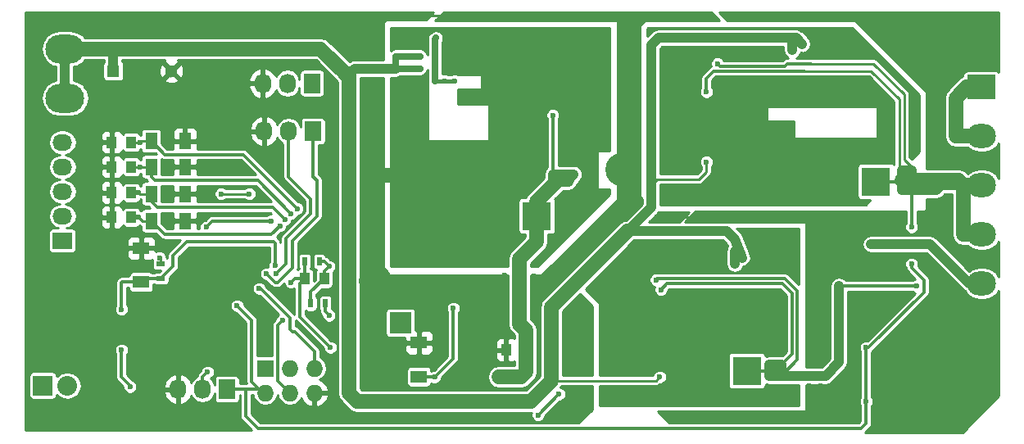
<source format=gbl>
G04 #@! TF.FileFunction,Copper,L2,Bot,Signal*
%FSLAX46Y46*%
G04 Gerber Fmt 4.6, Leading zero omitted, Abs format (unit mm)*
G04 Created by KiCad (PCBNEW 0.201511171411+6319~30~ubuntu15.10.1-product) date Fr 04 Dez 2015 11:26:38 CET*
%MOMM*%
G01*
G04 APERTURE LIST*
%ADD10C,0.100000*%
%ADD11R,2.235200X2.235200*%
%ADD12C,3.400000*%
%ADD13C,3.500000*%
%ADD14R,3.000000X2.500000*%
%ADD15O,3.000000X2.500000*%
%ADD16R,1.300000X1.300000*%
%ADD17C,1.300000*%
%ADD18R,1.000000X1.250000*%
%ADD19O,4.000000X3.000000*%
%ADD20R,2.999740X2.999740*%
%ADD21R,2.032000X2.032000*%
%ADD22O,2.032000X2.032000*%
%ADD23R,2.032000X1.727200*%
%ADD24O,2.032000X1.727200*%
%ADD25R,1.727200X2.032000*%
%ADD26O,1.727200X2.032000*%
%ADD27R,0.900000X0.500000*%
%ADD28R,1.699260X1.300480*%
%ADD29R,1.300480X1.699260*%
%ADD30R,0.500000X0.900000*%
%ADD31R,1.727200X1.727200*%
%ADD32O,1.727200X1.727200*%
%ADD33C,0.600000*%
%ADD34C,1.000000*%
%ADD35C,1.500000*%
%ADD36C,0.250000*%
%ADD37C,0.700000*%
%ADD38C,0.300000*%
%ADD39C,0.450000*%
%ADD40C,0.254000*%
G04 APERTURE END LIST*
D10*
D11*
X131064000Y-39624000D03*
D12*
X158564000Y-66124000D03*
X129064000Y-79624000D03*
X184064000Y-54624000D03*
X215064000Y-41624000D03*
X213564000Y-75624000D03*
D13*
X156064000Y-40124000D03*
D14*
X221234000Y-46101000D03*
D15*
X221234000Y-51181000D03*
X221234000Y-56261000D03*
X221234000Y-61341000D03*
X221234000Y-66421000D03*
X221234000Y-71501000D03*
X221234000Y-76581000D03*
D16*
X131488000Y-44450000D03*
D17*
X137488000Y-44450000D03*
D18*
X174101000Y-73279000D03*
X172101000Y-73279000D03*
X133334000Y-51816000D03*
X131334000Y-51816000D03*
X133334000Y-54356000D03*
X131334000Y-54356000D03*
X133334000Y-57023000D03*
X131334000Y-57023000D03*
X133334000Y-59563000D03*
X131334000Y-59563000D03*
D19*
X126492000Y-47244000D03*
X126492000Y-42164000D03*
D20*
X210312000Y-55880000D03*
D21*
X124206000Y-76962000D03*
D22*
X126746000Y-76962000D03*
D23*
X126238000Y-61976000D03*
D24*
X126238000Y-59436000D03*
X126238000Y-56896000D03*
X126238000Y-54356000D03*
X126238000Y-51816000D03*
D11*
X161163000Y-70485000D03*
D25*
X152146000Y-50673000D03*
D26*
X149606000Y-50673000D03*
X147066000Y-50673000D03*
D25*
X152019000Y-45720000D03*
D26*
X149479000Y-45720000D03*
X146939000Y-45720000D03*
D19*
X126238000Y-71882000D03*
X126238000Y-66802000D03*
D25*
X143256000Y-77343000D03*
D26*
X140716000Y-77343000D03*
X138176000Y-77343000D03*
D27*
X136398000Y-64401000D03*
X136398000Y-65901000D03*
D28*
X134366000Y-66266060D03*
X134366000Y-62765940D03*
D29*
X135409940Y-51689000D03*
X138910060Y-51689000D03*
X135409940Y-54356000D03*
X138910060Y-54356000D03*
X135409940Y-57150000D03*
X138910060Y-57150000D03*
X135409940Y-59944000D03*
X138910060Y-59944000D03*
D18*
X151273000Y-65913000D03*
X153273000Y-65913000D03*
D28*
X163068000Y-76045060D03*
X163068000Y-72544940D03*
D20*
X175260000Y-59436000D03*
X196977000Y-75438000D03*
D30*
X151904000Y-68453000D03*
X153404000Y-68453000D03*
X152769000Y-64135000D03*
X151269000Y-64135000D03*
D31*
X147193000Y-75184000D03*
D32*
X147193000Y-77724000D03*
X149733000Y-75184000D03*
X149733000Y-77724000D03*
X152273000Y-75184000D03*
X152273000Y-77724000D03*
D33*
X160655000Y-44196000D03*
X187960000Y-76073000D03*
X192786000Y-53848000D03*
X196469000Y-63754000D03*
X195707000Y-64389000D03*
X195707000Y-63119000D03*
X195707000Y-61849000D03*
X201676000Y-41021000D03*
X201676000Y-42291000D03*
X202692000Y-41656000D03*
X163195000Y-44196000D03*
X160655000Y-42926000D03*
X163195000Y-42926000D03*
X178562000Y-77343000D03*
X179324000Y-77343000D03*
X180086000Y-77343000D03*
X180594000Y-77978000D03*
X180594000Y-75565000D03*
X179832000Y-75565000D03*
X179070000Y-75565000D03*
X178308000Y-75565000D03*
X204216000Y-74422000D03*
X203327000Y-74422000D03*
X203835000Y-73660000D03*
X203454000Y-76962000D03*
X204597000Y-76962000D03*
X203962000Y-77851000D03*
X140970000Y-67818000D03*
X144272000Y-66294000D03*
X161036000Y-52832000D03*
X161036000Y-51816000D03*
X188087000Y-63246000D03*
X189103000Y-63246000D03*
X190119000Y-63246000D03*
X138811000Y-43561000D03*
X139827000Y-43561000D03*
X139827000Y-44704000D03*
X139446000Y-40640000D03*
X138430000Y-40640000D03*
X137414000Y-40640000D03*
X153670000Y-80137000D03*
X146812000Y-80137000D03*
X138811000Y-80137000D03*
X131953000Y-80137000D03*
X129286000Y-74422000D03*
X129286000Y-73279000D03*
X129286000Y-72136000D03*
X129286000Y-71120000D03*
X129286000Y-70104000D03*
X129286000Y-69088000D03*
X129286000Y-68072000D03*
X129286000Y-67056000D03*
X129286000Y-66040000D03*
X129286000Y-65024000D03*
X129286000Y-64008000D03*
X158115000Y-80137000D03*
X159766000Y-80137000D03*
X161544000Y-80137000D03*
X163195000Y-80137000D03*
X165481000Y-80137000D03*
X173355000Y-80137000D03*
X174371000Y-80645000D03*
X172466000Y-80264000D03*
X183007000Y-38735000D03*
X181102000Y-38735000D03*
X178943000Y-38735000D03*
X167640000Y-38735000D03*
X166624000Y-38735000D03*
X163195000Y-38735000D03*
X162179000Y-38735000D03*
X187706000Y-59563000D03*
X189103000Y-59563000D03*
X192024000Y-59563000D03*
X193040000Y-59563000D03*
X198120000Y-59563000D03*
X199136000Y-59563000D03*
X202692000Y-59563000D03*
X205486000Y-59563000D03*
X206502000Y-59563000D03*
X207518000Y-59563000D03*
X211963000Y-59563000D03*
X212979000Y-59563000D03*
X214757000Y-59563000D03*
X215773000Y-59563000D03*
X216154000Y-57912000D03*
X216916000Y-58547000D03*
X216916000Y-54356000D03*
X216027000Y-53848000D03*
X216027000Y-46101000D03*
X215138000Y-45212000D03*
X213741000Y-43815000D03*
X211455000Y-41529000D03*
X209550000Y-39624000D03*
X206502000Y-38862000D03*
X200025000Y-38735000D03*
X199009000Y-38735000D03*
X192659000Y-38735000D03*
X191643000Y-38735000D03*
X190627000Y-38735000D03*
X186309000Y-38735000D03*
X185547000Y-39497000D03*
X185547000Y-40513000D03*
X185547000Y-47879000D03*
X184785000Y-47244000D03*
X184150000Y-48006000D03*
X184912000Y-48641000D03*
X175006000Y-67691000D03*
X178562000Y-64770000D03*
X177800000Y-64008000D03*
X181229000Y-60579000D03*
X181991000Y-61341000D03*
X184531000Y-59436000D03*
X185547000Y-56769000D03*
X185928000Y-57785000D03*
X179705000Y-67945000D03*
X178181000Y-69469000D03*
X178943000Y-68707000D03*
X171958000Y-67564000D03*
X171958000Y-66548000D03*
X171958000Y-65532000D03*
X171069000Y-66040000D03*
X175006000Y-65659000D03*
X175006000Y-66675000D03*
X157226000Y-73787000D03*
X158242000Y-73787000D03*
X159258000Y-73787000D03*
X158115000Y-76327000D03*
X161163000Y-66040000D03*
X162179000Y-66040000D03*
X162179000Y-67056000D03*
X161163000Y-67056000D03*
X159004000Y-68072000D03*
X157988000Y-68072000D03*
X158369000Y-61722000D03*
X157353000Y-54102000D03*
X158496000Y-55245000D03*
X157353000Y-56388000D03*
X158496000Y-57531000D03*
X157353000Y-58674000D03*
X158115000Y-42672000D03*
X158115000Y-45847000D03*
X158877000Y-45339000D03*
X157353000Y-45339000D03*
X157353000Y-46863000D03*
X158877000Y-46863000D03*
X146939000Y-38862000D03*
X147955000Y-38862000D03*
X148971000Y-38862000D03*
X158877000Y-41402000D03*
X156083000Y-43053000D03*
X157353000Y-43053000D03*
X158877000Y-43053000D03*
X137033000Y-62738000D03*
X197612000Y-46736000D03*
X196850000Y-46736000D03*
X196088000Y-46736000D03*
X193421000Y-75565000D03*
X193421000Y-74803000D03*
X189865000Y-67945000D03*
X190627000Y-67945000D03*
X191389000Y-67945000D03*
X191770000Y-69088000D03*
X191008000Y-69088000D03*
X190246000Y-69088000D03*
X191770000Y-69977000D03*
X191008000Y-69977000D03*
X190246000Y-69977000D03*
X190246000Y-70866000D03*
X191008000Y-70866000D03*
X186309000Y-70866000D03*
X189611000Y-72009000D03*
X190373000Y-72009000D03*
X191135000Y-72009000D03*
X191897000Y-72009000D03*
X191770000Y-70866000D03*
X208153000Y-45720000D03*
X209042000Y-46609000D03*
X209169000Y-45593000D03*
X206248000Y-42037000D03*
X206248000Y-41148000D03*
X198501000Y-53213000D03*
X199263000Y-53213000D03*
X200025000Y-53213000D03*
X197866000Y-48641000D03*
X197866000Y-47879000D03*
X197104000Y-47879000D03*
X197104000Y-48641000D03*
X197866000Y-49403000D03*
X197104000Y-49403000D03*
X196342000Y-47879000D03*
X196342000Y-48641000D03*
X196342000Y-49403000D03*
X196088000Y-50419000D03*
X196850000Y-50419000D03*
X197612000Y-50419000D03*
X198374000Y-50419000D03*
X191516000Y-49911000D03*
X191516000Y-54737000D03*
X170307000Y-42672000D03*
X171196000Y-42672000D03*
X172085000Y-42672000D03*
X172085000Y-46863000D03*
X171196000Y-46863000D03*
X170180000Y-46863000D03*
X180467000Y-51435000D03*
X180848000Y-45339000D03*
X181102000Y-41529000D03*
X180848000Y-43688000D03*
X161036000Y-48387000D03*
X162052000Y-48387000D03*
X163068000Y-48387000D03*
X175133000Y-51308000D03*
X174371000Y-50546000D03*
X173609000Y-49784000D03*
X140462000Y-51816000D03*
X140462000Y-54356000D03*
X140462000Y-59436000D03*
X140462000Y-57150000D03*
X213995000Y-60579000D03*
X213995000Y-64389000D03*
X145542000Y-57150000D03*
X142621000Y-57150000D03*
X209296000Y-73025000D03*
X209296000Y-78613000D03*
X144272000Y-68707000D03*
X213995000Y-56769000D03*
X213995000Y-55753000D03*
X213995000Y-54737000D03*
X212979000Y-54737000D03*
X212979000Y-55753000D03*
X212979000Y-56769000D03*
X193929000Y-43688000D03*
X192786000Y-46609000D03*
X136271000Y-63754000D03*
X141097000Y-60579000D03*
X153797000Y-64643000D03*
X147828000Y-59944000D03*
X218567000Y-51181000D03*
X218567000Y-49784000D03*
X218567000Y-48514000D03*
X218567000Y-47244000D03*
X179070000Y-55118000D03*
X177927000Y-55118000D03*
X178562000Y-55880000D03*
X177292000Y-55880000D03*
X176911000Y-55118000D03*
X176911000Y-49022000D03*
X172466000Y-76073000D03*
X173609000Y-76073000D03*
X171323000Y-76073000D03*
X166624000Y-68961000D03*
X164719000Y-76073000D03*
X153797000Y-69723000D03*
X150495000Y-58674000D03*
X134239000Y-51816000D03*
X149860000Y-59182000D03*
X134239000Y-54356000D03*
X149225000Y-59817000D03*
X134112000Y-57023000D03*
X148717000Y-60452000D03*
X134112000Y-59563000D03*
X148209000Y-64516000D03*
X133223000Y-77089000D03*
X132334000Y-73279000D03*
X132334000Y-69088000D03*
X141224000Y-75565000D03*
X147320000Y-65405000D03*
X148336000Y-65405000D03*
X148971000Y-70231000D03*
X177546000Y-77851000D03*
X175387000Y-80010000D03*
X153924000Y-73025000D03*
X149860000Y-66294000D03*
X146558000Y-66929000D03*
X214503000Y-66675000D03*
X206502000Y-67818000D03*
X206502000Y-66675000D03*
X187579000Y-66040000D03*
X188087000Y-67056000D03*
X199898000Y-75311000D03*
X199263000Y-74803000D03*
X200533000Y-74803000D03*
X199263000Y-75946000D03*
X200533000Y-75946000D03*
X165735000Y-45466000D03*
X164846000Y-41021000D03*
X164719000Y-45466000D03*
X166751000Y-45466000D03*
X210693000Y-62357000D03*
X209804000Y-62357000D03*
D34*
X155829000Y-44704000D02*
X155956000Y-44704000D01*
X156464000Y-44196000D02*
X160655000Y-44196000D01*
X155956000Y-44704000D02*
X156464000Y-44196000D01*
D35*
X152908000Y-42164000D02*
X155829000Y-45085000D01*
X155448000Y-44704000D02*
X155829000Y-44704000D01*
X155829000Y-45085000D02*
X155448000Y-44704000D01*
D36*
X187960000Y-76073000D02*
X187579000Y-76454000D01*
X187579000Y-76454000D02*
X176784000Y-76454000D01*
X192786000Y-53848000D02*
X192786000Y-54864000D01*
X192786000Y-54864000D02*
X192024000Y-55626000D01*
X192024000Y-55626000D02*
X187706000Y-55626000D01*
X187706000Y-55626000D02*
X187071000Y-56261000D01*
D35*
X176784000Y-68834000D02*
X184594500Y-61023500D01*
D34*
X195707000Y-61849000D02*
X196469000Y-63754000D01*
X184594500Y-61023500D02*
X194881500Y-61023500D01*
X195707000Y-63119000D02*
X195707000Y-64389000D01*
X194881500Y-61023500D02*
X195707000Y-61849000D01*
D35*
X131699000Y-42164000D02*
X152908000Y-42164000D01*
X155829000Y-44704000D02*
X155829000Y-77724000D01*
X155829000Y-77724000D02*
X156718000Y-78613000D01*
X156718000Y-78613000D02*
X174625000Y-78613000D01*
X174625000Y-78613000D02*
X176784000Y-76454000D01*
X176784000Y-76454000D02*
X176784000Y-68834000D01*
D34*
X201676000Y-41021000D02*
X187833000Y-41021000D01*
X156718000Y-78613000D02*
X155829000Y-77724000D01*
X174625000Y-78613000D02*
X156718000Y-78613000D01*
X176784000Y-76454000D02*
X174625000Y-78613000D01*
X176784000Y-68834000D02*
X176784000Y-76454000D01*
X187071000Y-58547000D02*
X184594500Y-61023500D01*
X184594500Y-61023500D02*
X176784000Y-68834000D01*
X187071000Y-41783000D02*
X187071000Y-56261000D01*
X187071000Y-56261000D02*
X187071000Y-58547000D01*
X187833000Y-41021000D02*
X187071000Y-41783000D01*
X201676000Y-41021000D02*
X201676000Y-42291000D01*
X202692000Y-41656000D02*
X202057000Y-41021000D01*
X202057000Y-41021000D02*
X201676000Y-41021000D01*
D35*
X131699000Y-42164000D02*
X126492000Y-42164000D01*
D37*
X163195000Y-42926000D02*
X160655000Y-42926000D01*
X163195000Y-44196000D02*
X160655000Y-44196000D01*
X131699000Y-42164000D02*
X131488000Y-42164000D01*
X160655000Y-42926000D02*
X160655000Y-44196000D01*
X163195000Y-44196000D02*
X161925000Y-44196000D01*
X161925000Y-42926000D02*
X163195000Y-42926000D01*
D34*
X131488000Y-44450000D02*
X131488000Y-42164000D01*
X131488000Y-42164000D02*
X131615000Y-42037000D01*
X131826000Y-42164000D02*
X126492000Y-42164000D01*
X131826000Y-42037000D02*
X131826000Y-42164000D01*
X131615000Y-42037000D02*
X131826000Y-42037000D01*
X126492000Y-47244000D02*
X126492000Y-42164000D01*
D36*
X178562000Y-77343000D02*
X179324000Y-77343000D01*
X180086000Y-77343000D02*
X180594000Y-77851000D01*
X180594000Y-77851000D02*
X180594000Y-77978000D01*
X178181000Y-69469000D02*
X180213000Y-71501000D01*
X180213000Y-71501000D02*
X180213000Y-75184000D01*
X180213000Y-75184000D02*
X180594000Y-75565000D01*
X179832000Y-75565000D02*
X179070000Y-75565000D01*
X221234000Y-76581000D02*
X221234000Y-71501000D01*
X204216000Y-59563000D02*
X204216000Y-74422000D01*
X203327000Y-74422000D02*
X203835000Y-73914000D01*
X203835000Y-73914000D02*
X203835000Y-73660000D01*
X203454000Y-76962000D02*
X204597000Y-76962000D01*
D38*
X140970000Y-67818000D02*
X142494000Y-66294000D01*
X142494000Y-66294000D02*
X144272000Y-66294000D01*
D36*
X161036000Y-52832000D02*
X161036000Y-51816000D01*
X188087000Y-63246000D02*
X189103000Y-63246000D01*
X189103000Y-59563000D02*
X192024000Y-59563000D01*
D35*
X158496000Y-55245000D02*
X161417000Y-55245000D01*
X161417000Y-55245000D02*
X163639500Y-53022500D01*
D36*
X138811000Y-43561000D02*
X139827000Y-43561000D01*
X146939000Y-38862000D02*
X140208000Y-38862000D01*
X140208000Y-38862000D02*
X139446000Y-39624000D01*
X139446000Y-39624000D02*
X139446000Y-40640000D01*
X138430000Y-40640000D02*
X137414000Y-40640000D01*
X153670000Y-80137000D02*
X146812000Y-80137000D01*
X138811000Y-80137000D02*
X131953000Y-80137000D01*
X129286000Y-74422000D02*
X129286000Y-73279000D01*
X129286000Y-72136000D02*
X129286000Y-71120000D01*
X129286000Y-70104000D02*
X129286000Y-69088000D01*
X129286000Y-68072000D02*
X129286000Y-67056000D01*
X129286000Y-66040000D02*
X129286000Y-65024000D01*
X158115000Y-80137000D02*
X159766000Y-80137000D01*
X161544000Y-80137000D02*
X163195000Y-80137000D01*
X165481000Y-80137000D02*
X173355000Y-80137000D01*
X174371000Y-80645000D02*
X174244000Y-80772000D01*
X174244000Y-80772000D02*
X172466000Y-80264000D01*
X183007000Y-38735000D02*
X181102000Y-38735000D01*
X178943000Y-38735000D02*
X167640000Y-38735000D01*
X166624000Y-38735000D02*
X163195000Y-38735000D01*
X162179000Y-38735000D02*
X158877000Y-38735000D01*
X158877000Y-38735000D02*
X158623000Y-38989000D01*
X158623000Y-38989000D02*
X158623000Y-39751000D01*
X187706000Y-59563000D02*
X189103000Y-59563000D01*
X192024000Y-59563000D02*
X193040000Y-59563000D01*
X198120000Y-59563000D02*
X199136000Y-59563000D01*
X202692000Y-59563000D02*
X204216000Y-59563000D01*
X204216000Y-59563000D02*
X205486000Y-59563000D01*
X206502000Y-59563000D02*
X207518000Y-59563000D01*
X211963000Y-59563000D02*
X212979000Y-59563000D01*
X214757000Y-59563000D02*
X215773000Y-59563000D01*
X216154000Y-57912000D02*
X216789000Y-58547000D01*
X216789000Y-58547000D02*
X216916000Y-58547000D01*
X216916000Y-54356000D02*
X216408000Y-53848000D01*
X216408000Y-53848000D02*
X216027000Y-53848000D01*
X216027000Y-46101000D02*
X215138000Y-45212000D01*
X213741000Y-43815000D02*
X211455000Y-41529000D01*
X209550000Y-39624000D02*
X208788000Y-38862000D01*
X208788000Y-38862000D02*
X206502000Y-38862000D01*
X200025000Y-38735000D02*
X199009000Y-38735000D01*
X192659000Y-38735000D02*
X191643000Y-38735000D01*
X190627000Y-38735000D02*
X186309000Y-38735000D01*
X185547000Y-39497000D02*
X185547000Y-40513000D01*
X185547000Y-47879000D02*
X184912000Y-47244000D01*
X184912000Y-47244000D02*
X184785000Y-47244000D01*
X184150000Y-48006000D02*
X184785000Y-48641000D01*
X184785000Y-48641000D02*
X184912000Y-48641000D01*
X175006000Y-67691000D02*
X175895000Y-67691000D01*
X175895000Y-67691000D02*
X178562000Y-65024000D01*
X178562000Y-65024000D02*
X178562000Y-64770000D01*
X177800000Y-64008000D02*
X181229000Y-60579000D01*
X181991000Y-61341000D02*
X183896000Y-59436000D01*
X183896000Y-59436000D02*
X184531000Y-59436000D01*
X185547000Y-56769000D02*
X185928000Y-58039000D01*
X185928000Y-58039000D02*
X185928000Y-57785000D01*
X179705000Y-67945000D02*
X179832000Y-68072000D01*
X179832000Y-68072000D02*
X179832000Y-69088000D01*
X178181000Y-69469000D02*
X178943000Y-68707000D01*
X171958000Y-67564000D02*
X171958000Y-66548000D01*
X171958000Y-65532000D02*
X171450000Y-66040000D01*
X171450000Y-66040000D02*
X171069000Y-66040000D01*
X175006000Y-65659000D02*
X175006000Y-66675000D01*
X157988000Y-68072000D02*
X157988000Y-73025000D01*
X157988000Y-73025000D02*
X157226000Y-73787000D01*
X158242000Y-73787000D02*
X159258000Y-73787000D01*
X158115000Y-76327000D02*
X161897060Y-72544940D01*
X161897060Y-72544940D02*
X163068000Y-72544940D01*
X161163000Y-66040000D02*
X162179000Y-66040000D01*
X162179000Y-67056000D02*
X161163000Y-67056000D01*
X159004000Y-68072000D02*
X157988000Y-68072000D01*
X157353000Y-61722000D02*
X158369000Y-61722000D01*
X157353000Y-54102000D02*
X158496000Y-55245000D01*
X157353000Y-56388000D02*
X158496000Y-57531000D01*
X157353000Y-58674000D02*
X157353000Y-61722000D01*
X158115000Y-42672000D02*
X158877000Y-41910000D01*
X158877000Y-41910000D02*
X158877000Y-41402000D01*
X158115000Y-45339000D02*
X158115000Y-45847000D01*
D38*
X158877000Y-45339000D02*
X158115000Y-45339000D01*
X158115000Y-45339000D02*
X157353000Y-45339000D01*
X157353000Y-46863000D02*
X158877000Y-46863000D01*
X146939000Y-38862000D02*
X147955000Y-38862000D01*
X148971000Y-38862000D02*
X156210000Y-38862000D01*
X156210000Y-38862000D02*
X157734000Y-38862000D01*
X157734000Y-38862000D02*
X158623000Y-39751000D01*
X158623000Y-39751000D02*
X158877000Y-40005000D01*
X158877000Y-40005000D02*
X158877000Y-41402000D01*
X156083000Y-43053000D02*
X157353000Y-43053000D01*
X134366000Y-62765940D02*
X137005060Y-62765940D01*
X137005060Y-62765940D02*
X137033000Y-62738000D01*
X198501000Y-46863000D02*
X197739000Y-46863000D01*
X197739000Y-46863000D02*
X197612000Y-46736000D01*
X196850000Y-46736000D02*
X196088000Y-46736000D01*
X193421000Y-75565000D02*
X193421000Y-74803000D01*
X190246000Y-69088000D02*
X190246000Y-68326000D01*
X190246000Y-68326000D02*
X189865000Y-67945000D01*
X190627000Y-67945000D02*
X191389000Y-67945000D01*
X191008000Y-69088000D02*
X191770000Y-69088000D01*
X190246000Y-69088000D02*
X191008000Y-69088000D01*
X190246000Y-69977000D02*
X190246000Y-69088000D01*
X191770000Y-70866000D02*
X191770000Y-69977000D01*
X191008000Y-70866000D02*
X191008000Y-69977000D01*
X190246000Y-70866000D02*
X190246000Y-69977000D01*
X191008000Y-70866000D02*
X190246000Y-70866000D01*
X191770000Y-70866000D02*
X191008000Y-70866000D01*
X186309000Y-70866000D02*
X187452000Y-72009000D01*
X187452000Y-72009000D02*
X189611000Y-72009000D01*
X190373000Y-72009000D02*
X191135000Y-72009000D01*
X191897000Y-72009000D02*
X191770000Y-71882000D01*
X191770000Y-71882000D02*
X191770000Y-70866000D01*
D36*
X197866000Y-47879000D02*
X197866000Y-47498000D01*
X197866000Y-47498000D02*
X198501000Y-46863000D01*
X198501000Y-46863000D02*
X199644000Y-45720000D01*
X199644000Y-45720000D02*
X208153000Y-45720000D01*
X209042000Y-46609000D02*
X209169000Y-46482000D01*
X209169000Y-46482000D02*
X209169000Y-45593000D01*
X206248000Y-42037000D02*
X206248000Y-41148000D01*
X198374000Y-50419000D02*
X198374000Y-53086000D01*
X198374000Y-53086000D02*
X198501000Y-53213000D01*
X199263000Y-53213000D02*
X200025000Y-53213000D01*
X197104000Y-48641000D02*
X197866000Y-48641000D01*
X197104000Y-47879000D02*
X197866000Y-47879000D01*
X196342000Y-47879000D02*
X197104000Y-47879000D01*
X196342000Y-48641000D02*
X197104000Y-48641000D01*
X197104000Y-49403000D02*
X197866000Y-49403000D01*
X196342000Y-49403000D02*
X197104000Y-49403000D01*
X196342000Y-48641000D02*
X196342000Y-47879000D01*
X196342000Y-49403000D02*
X196342000Y-48641000D01*
X196088000Y-50419000D02*
X196088000Y-49657000D01*
X196088000Y-49657000D02*
X196342000Y-49403000D01*
X196088000Y-50419000D02*
X196850000Y-50419000D01*
X197612000Y-50419000D02*
X198374000Y-50419000D01*
X191516000Y-49911000D02*
X191516000Y-54737000D01*
D39*
X170307000Y-42672000D02*
X171196000Y-42672000D01*
X172085000Y-42672000D02*
X172085000Y-46863000D01*
X171196000Y-46863000D02*
X170180000Y-46863000D01*
X180467000Y-51435000D02*
X180848000Y-51054000D01*
X180848000Y-51054000D02*
X180848000Y-45339000D01*
X180848000Y-45339000D02*
X180848000Y-43688000D01*
X181102000Y-41529000D02*
X180848000Y-41783000D01*
X180848000Y-41783000D02*
X180848000Y-43688000D01*
X161036000Y-48387000D02*
X162052000Y-48387000D01*
X163068000Y-48387000D02*
X163195000Y-48514000D01*
X163195000Y-48514000D02*
X163195000Y-52578000D01*
X163195000Y-52578000D02*
X163639500Y-53022500D01*
X163639500Y-53022500D02*
X163703000Y-53086000D01*
X163703000Y-53086000D02*
X173355000Y-53086000D01*
X173355000Y-53086000D02*
X175133000Y-51308000D01*
X174371000Y-50546000D02*
X173609000Y-49784000D01*
D38*
X138910060Y-51689000D02*
X140335000Y-51689000D01*
X140335000Y-51689000D02*
X140462000Y-51816000D01*
X140462000Y-54356000D02*
X138910060Y-54356000D01*
X138910060Y-59944000D02*
X139954000Y-59944000D01*
X139954000Y-59944000D02*
X140462000Y-59436000D01*
X140462000Y-57150000D02*
X138910060Y-57150000D01*
X176022000Y-81407000D02*
X146431000Y-81407000D01*
X146431000Y-81407000D02*
X145161000Y-80137000D01*
X145161000Y-80137000D02*
X145161000Y-77343000D01*
X209296000Y-78613000D02*
X209296000Y-80899000D01*
X209296000Y-80899000D02*
X208788000Y-81407000D01*
X208788000Y-81407000D02*
X176022000Y-81407000D01*
X213995000Y-60071000D02*
X213995000Y-60579000D01*
X213995000Y-64389000D02*
X213995000Y-64770000D01*
D36*
X145542000Y-57150000D02*
X142621000Y-57150000D01*
D38*
X209296000Y-73025000D02*
X209550000Y-73025000D01*
X209550000Y-73025000D02*
X215265000Y-67310000D01*
X215265000Y-67310000D02*
X215265000Y-66040000D01*
X215265000Y-66040000D02*
X213995000Y-64770000D01*
X213995000Y-60071000D02*
X213995000Y-56769000D01*
X209296000Y-73025000D02*
X209296000Y-78613000D01*
X143256000Y-77343000D02*
X145161000Y-77343000D01*
X145161000Y-77343000D02*
X146812000Y-77343000D01*
X146812000Y-77343000D02*
X147193000Y-77724000D01*
X147193000Y-77724000D02*
X146939000Y-77724000D01*
X146939000Y-77724000D02*
X145796000Y-76581000D01*
X145796000Y-76581000D02*
X145796000Y-70231000D01*
X145796000Y-70231000D02*
X144272000Y-68707000D01*
X210312000Y-55880000D02*
X212852000Y-55880000D01*
X212852000Y-55880000D02*
X212979000Y-55753000D01*
D35*
X219329000Y-61341000D02*
X221234000Y-61341000D01*
X219329000Y-56261000D02*
X221234000Y-56261000D01*
X219329000Y-56261000D02*
X219329000Y-61341000D01*
X212979000Y-55753000D02*
X218821000Y-55753000D01*
X218821000Y-55753000D02*
X219329000Y-56261000D01*
D34*
X219329000Y-56261000D02*
X219329000Y-61341000D01*
X213995000Y-56769000D02*
X216535000Y-56769000D01*
X216535000Y-56769000D02*
X217043000Y-56261000D01*
X217043000Y-56261000D02*
X219329000Y-56261000D01*
D36*
X213995000Y-54737000D02*
X213995000Y-54356000D01*
X213995000Y-54356000D02*
X213233000Y-53594000D01*
X213233000Y-53594000D02*
X213233000Y-46863000D01*
X213233000Y-46863000D02*
X210058000Y-43688000D01*
X210058000Y-43688000D02*
X203581000Y-43688000D01*
X202946000Y-44450000D02*
X209804000Y-44450000D01*
X209804000Y-44450000D02*
X212725000Y-47371000D01*
X212725000Y-47371000D02*
X212725000Y-54483000D01*
X212725000Y-54483000D02*
X212979000Y-54737000D01*
D34*
X212979000Y-54737000D02*
X213995000Y-54737000D01*
X213995000Y-56769000D02*
X213995000Y-55753000D01*
X212979000Y-56769000D02*
X213995000Y-56769000D01*
X212979000Y-56769000D02*
X212979000Y-55753000D01*
X213995000Y-55753000D02*
X213995000Y-54737000D01*
X212979000Y-54737000D02*
X212979000Y-55753000D01*
D38*
X195072000Y-43942000D02*
X194183000Y-43942000D01*
X194183000Y-43942000D02*
X193929000Y-43688000D01*
X203581000Y-43688000D02*
X201168000Y-43688000D01*
X201168000Y-43688000D02*
X200914000Y-43942000D01*
X200914000Y-43942000D02*
X195072000Y-43942000D01*
X202946000Y-44450000D02*
X193548000Y-44450000D01*
X193548000Y-44450000D02*
X192786000Y-45212000D01*
X192786000Y-45212000D02*
X192786000Y-46609000D01*
D36*
X136398000Y-64401000D02*
X136398000Y-63881000D01*
X136398000Y-63881000D02*
X136271000Y-63754000D01*
D38*
X152769000Y-64135000D02*
X153289000Y-64135000D01*
X153289000Y-64135000D02*
X153797000Y-64643000D01*
X151904000Y-68453000D02*
X151904000Y-67282000D01*
X151904000Y-67282000D02*
X153273000Y-65913000D01*
X141732000Y-59944000D02*
X142367000Y-59944000D01*
X141097000Y-60579000D02*
X141732000Y-59944000D01*
X153273000Y-65167000D02*
X153273000Y-65913000D01*
X153797000Y-64643000D02*
X153273000Y-65167000D01*
X147828000Y-59944000D02*
X142367000Y-59944000D01*
D36*
X175260000Y-59436000D02*
X175260000Y-57912000D01*
X175260000Y-57912000D02*
X175260000Y-57785000D01*
X175260000Y-57785000D02*
X175260000Y-57912000D01*
D35*
X218567000Y-51181000D02*
X221234000Y-51181000D01*
X218567000Y-51181000D02*
X218567000Y-47244000D01*
X218567000Y-47244000D02*
X219710000Y-46101000D01*
X219710000Y-46101000D02*
X221234000Y-46101000D01*
X218567000Y-51181000D02*
X218567000Y-49784000D01*
X218567000Y-48514000D02*
X218567000Y-47244000D01*
X177292000Y-55880000D02*
X175260000Y-57912000D01*
X175260000Y-57912000D02*
X175260000Y-57912000D01*
X175260000Y-57912000D02*
X175260000Y-62103000D01*
X175260000Y-62103000D02*
X173482000Y-63881000D01*
X173482000Y-63881000D02*
X173482000Y-70612000D01*
X173482000Y-70612000D02*
X174117000Y-71247000D01*
X174117000Y-71247000D02*
X174117000Y-75565000D01*
X174117000Y-75565000D02*
X173609000Y-76073000D01*
X173609000Y-76073000D02*
X172466000Y-76073000D01*
X172466000Y-76073000D02*
X171323000Y-76073000D01*
D39*
X177292000Y-55880000D02*
X175260000Y-57912000D01*
X175260000Y-57912000D02*
X175260000Y-62103000D01*
X175260000Y-62103000D02*
X173482000Y-63881000D01*
X173482000Y-63881000D02*
X173482000Y-70612000D01*
X173482000Y-70612000D02*
X174117000Y-71247000D01*
D34*
X176911000Y-55118000D02*
X176911000Y-55499000D01*
X176911000Y-55499000D02*
X177292000Y-55880000D01*
X177927000Y-55118000D02*
X176911000Y-55118000D01*
X177292000Y-55880000D02*
X177292000Y-55753000D01*
X177292000Y-55753000D02*
X177927000Y-55118000D01*
X178562000Y-55880000D02*
X178562000Y-55753000D01*
X178562000Y-55753000D02*
X179070000Y-55118000D01*
X177927000Y-55118000D02*
X179070000Y-55118000D01*
X178562000Y-55880000D02*
X177292000Y-55880000D01*
D38*
X176911000Y-49022000D02*
X176911000Y-55118000D01*
X174117000Y-71247000D02*
X174117000Y-73263000D01*
X174117000Y-73263000D02*
X174101000Y-73279000D01*
D39*
X172466000Y-76073000D02*
X173609000Y-76073000D01*
X172466000Y-76073000D02*
X171323000Y-76073000D01*
X174117000Y-75565000D02*
X173609000Y-76073000D01*
X174117000Y-71247000D02*
X174117000Y-75565000D01*
D38*
X164719000Y-76073000D02*
X163095940Y-76073000D01*
X163095940Y-76073000D02*
X163068000Y-76045060D01*
X166624000Y-74168000D02*
X166624000Y-68961000D01*
X164719000Y-76073000D02*
X166624000Y-74168000D01*
X153404000Y-68453000D02*
X153404000Y-69330000D01*
X153404000Y-69330000D02*
X153797000Y-69723000D01*
X150495000Y-58674000D02*
X144907000Y-53086000D01*
X144907000Y-53086000D02*
X136806940Y-53086000D01*
X136806940Y-53086000D02*
X135409940Y-51689000D01*
D36*
X133334000Y-51816000D02*
X134239000Y-51816000D01*
X135409940Y-51689000D02*
X134366000Y-51689000D01*
X134366000Y-51689000D02*
X134239000Y-51816000D01*
D38*
X135409940Y-54356000D02*
X135409940Y-55399940D01*
X135409940Y-55399940D02*
X135763000Y-55753000D01*
X135763000Y-55753000D02*
X146431000Y-55753000D01*
X146431000Y-55753000D02*
X149860000Y-59182000D01*
D36*
X134239000Y-54356000D02*
X133334000Y-54356000D01*
X135409940Y-54356000D02*
X134239000Y-54356000D01*
D38*
X135409940Y-57150000D02*
X135409940Y-57939940D01*
X135409940Y-57939940D02*
X136017000Y-58547000D01*
X136017000Y-58547000D02*
X147955000Y-58547000D01*
X147955000Y-58547000D02*
X149225000Y-59817000D01*
D36*
X133207000Y-56896000D02*
X133985000Y-56896000D01*
X133985000Y-56896000D02*
X134112000Y-57023000D01*
X135409940Y-57150000D02*
X134239000Y-57150000D01*
X134239000Y-57150000D02*
X134112000Y-57023000D01*
D38*
X148717000Y-60452000D02*
X147828000Y-61341000D01*
X147828000Y-61341000D02*
X136806940Y-61341000D01*
X136806940Y-61341000D02*
X135409940Y-59944000D01*
D36*
X134112000Y-59563000D02*
X133334000Y-59563000D01*
X135409940Y-59944000D02*
X135409940Y-60098940D01*
X135409940Y-59944000D02*
X134493000Y-59944000D01*
X134493000Y-59944000D02*
X134112000Y-59563000D01*
D38*
X137668000Y-64631000D02*
X136398000Y-65901000D01*
X137668000Y-63500000D02*
X137668000Y-64631000D01*
X139065000Y-62103000D02*
X137668000Y-63500000D01*
X148082000Y-62103000D02*
X139065000Y-62103000D01*
X148209000Y-62230000D02*
X148082000Y-62103000D01*
X148209000Y-64516000D02*
X148209000Y-62230000D01*
X134366000Y-66266060D02*
X132361940Y-66266060D01*
X133223000Y-76962000D02*
X133223000Y-77089000D01*
X132334000Y-76073000D02*
X133223000Y-76962000D01*
X132334000Y-73279000D02*
X132334000Y-76073000D01*
X132334000Y-66294000D02*
X132334000Y-69088000D01*
X132361940Y-66266060D02*
X132334000Y-66294000D01*
X136398000Y-65901000D02*
X134731060Y-65901000D01*
X134731060Y-65901000D02*
X134366000Y-66266060D01*
X140716000Y-77343000D02*
X140716000Y-76073000D01*
X140716000Y-76073000D02*
X141224000Y-75565000D01*
X152146000Y-55372000D02*
X152146000Y-50673000D01*
X152527000Y-55753000D02*
X152146000Y-55372000D01*
X152527000Y-59436000D02*
X152527000Y-55753000D01*
X149987000Y-61976000D02*
X152527000Y-59436000D01*
X149987000Y-64770000D02*
X149987000Y-61976000D01*
X148463000Y-66294000D02*
X149987000Y-64770000D01*
X148209000Y-66294000D02*
X148463000Y-66294000D01*
X147320000Y-65405000D02*
X148209000Y-66294000D01*
X149606000Y-50673000D02*
X149606000Y-55372000D01*
X149352000Y-64389000D02*
X148336000Y-65405000D01*
X149352000Y-61722000D02*
X149352000Y-64389000D01*
X151892000Y-59182000D02*
X149352000Y-61722000D01*
X151892000Y-57658000D02*
X151892000Y-59182000D01*
X149606000Y-55372000D02*
X151892000Y-57658000D01*
X148971000Y-70231000D02*
X148463000Y-70739000D01*
X148463000Y-70739000D02*
X148463000Y-76454000D01*
X148463000Y-76454000D02*
X149733000Y-77724000D01*
X151269000Y-64135000D02*
X151269000Y-65909000D01*
X151269000Y-65909000D02*
X151273000Y-65913000D01*
X152019000Y-71120000D02*
X153924000Y-73025000D01*
X175387000Y-80010000D02*
X177546000Y-77851000D01*
X152031000Y-71120000D02*
X152019000Y-71120000D01*
X152019000Y-71120000D02*
X150749000Y-69850000D01*
X150749000Y-69850000D02*
X150749000Y-66437000D01*
X150749000Y-66437000D02*
X151273000Y-65913000D01*
X151273000Y-65913000D02*
X150241000Y-65913000D01*
X150241000Y-65913000D02*
X149860000Y-66294000D01*
X152273000Y-75184000D02*
X152273000Y-73406000D01*
X152273000Y-73406000D02*
X150241000Y-71374000D01*
X150241000Y-71374000D02*
X149987000Y-71374000D01*
X149987000Y-71374000D02*
X149733000Y-71120000D01*
X149733000Y-71120000D02*
X149733000Y-69977000D01*
X149733000Y-69977000D02*
X146685000Y-66929000D01*
X146685000Y-66929000D02*
X146558000Y-66929000D01*
X206502000Y-66675000D02*
X214503000Y-66675000D01*
D34*
X200533000Y-75946000D02*
X205105000Y-75946000D01*
X206502000Y-74549000D02*
X206502000Y-67818000D01*
X206502000Y-67818000D02*
X206502000Y-66675000D01*
X205105000Y-75946000D02*
X206502000Y-74549000D01*
D38*
X196977000Y-75438000D02*
X198755000Y-75438000D01*
X198755000Y-75438000D02*
X199263000Y-75946000D01*
X187579000Y-66040000D02*
X187706000Y-65913000D01*
X187706000Y-65913000D02*
X200914000Y-65913000D01*
X200914000Y-65913000D02*
X202184000Y-67183000D01*
X202184000Y-67183000D02*
X202184000Y-74295000D01*
X202184000Y-74295000D02*
X200533000Y-75946000D01*
X200533000Y-74803000D02*
X201676000Y-73660000D01*
X201676000Y-73660000D02*
X201676000Y-67437000D01*
X201676000Y-67437000D02*
X200660000Y-66421000D01*
X200660000Y-66421000D02*
X188722000Y-66421000D01*
X188722000Y-66421000D02*
X188087000Y-67056000D01*
D34*
X199263000Y-74803000D02*
X199390000Y-74803000D01*
X199390000Y-74803000D02*
X199898000Y-75311000D01*
X199263000Y-74803000D02*
X199263000Y-75946000D01*
X200533000Y-74803000D02*
X199263000Y-74803000D01*
X200533000Y-75946000D02*
X200533000Y-74803000D01*
X200533000Y-75946000D02*
X199263000Y-75946000D01*
D39*
X165735000Y-45466000D02*
X164719000Y-45466000D01*
D37*
X164719000Y-41148000D02*
X164719000Y-45466000D01*
X164846000Y-41021000D02*
X164719000Y-41148000D01*
D39*
X166751000Y-45466000D02*
X165735000Y-45466000D01*
D34*
X210693000Y-62357000D02*
X211328000Y-62357000D01*
X221234000Y-66421000D02*
X219964000Y-66421000D01*
X219964000Y-66421000D02*
X215900000Y-62357000D01*
X215900000Y-62357000D02*
X211328000Y-62357000D01*
X211328000Y-62357000D02*
X209804000Y-62357000D01*
D40*
G36*
X182753000Y-52705000D02*
X181610000Y-52705000D01*
X181563841Y-52713685D01*
X181521447Y-52740965D01*
X181493006Y-52782590D01*
X181483000Y-52832000D01*
X181483000Y-56515000D01*
X181491685Y-56561159D01*
X181518965Y-56603553D01*
X181560590Y-56631994D01*
X181610000Y-56642000D01*
X182753000Y-56642000D01*
X182753000Y-57224394D01*
X175334394Y-64643000D01*
X174659000Y-64643000D01*
X174659000Y-64368530D01*
X176092262Y-62935267D01*
X176092265Y-62935265D01*
X176347406Y-62553418D01*
X176437001Y-62103000D01*
X176437000Y-62102995D01*
X176437000Y-61371235D01*
X176759870Y-61371235D01*
X176918107Y-61341461D01*
X177063437Y-61247943D01*
X177160934Y-61105251D01*
X177195235Y-60935870D01*
X177195235Y-57936130D01*
X177165461Y-57777893D01*
X177123635Y-57712895D01*
X178029530Y-56807000D01*
X178562000Y-56807000D01*
X178916748Y-56736436D01*
X179217488Y-56535488D01*
X179418436Y-56234748D01*
X179436536Y-56143754D01*
X179793866Y-55697092D01*
X179853940Y-55581246D01*
X179926436Y-55472748D01*
X179936537Y-55421967D01*
X179960374Y-55376000D01*
X179971543Y-55245983D01*
X179997000Y-55118000D01*
X179986899Y-55067217D01*
X179991330Y-55015630D01*
X179951894Y-54891238D01*
X179926436Y-54763252D01*
X179897670Y-54720201D01*
X179882023Y-54670845D01*
X179797986Y-54571013D01*
X179725488Y-54462512D01*
X179682437Y-54433746D01*
X179649092Y-54394134D01*
X179533246Y-54334060D01*
X179424748Y-54261564D01*
X179373967Y-54251463D01*
X179328000Y-54227626D01*
X179197983Y-54216457D01*
X179070000Y-54191000D01*
X177488000Y-54191000D01*
X177488000Y-49473243D01*
X177526961Y-49434350D01*
X177637874Y-49167244D01*
X177638126Y-48878025D01*
X177527680Y-48610725D01*
X177323350Y-48406039D01*
X177056244Y-48295126D01*
X176767025Y-48294874D01*
X176499725Y-48405320D01*
X176295039Y-48609650D01*
X176184126Y-48876756D01*
X176183874Y-49165975D01*
X176294320Y-49433275D01*
X176334000Y-49473024D01*
X176334000Y-54410068D01*
X176255512Y-54462512D01*
X176054564Y-54763252D01*
X175984000Y-55118000D01*
X175984000Y-55499000D01*
X175988060Y-55519410D01*
X174427735Y-57079735D01*
X174172594Y-57461581D01*
X174164800Y-57500765D01*
X173760130Y-57500765D01*
X173601893Y-57530539D01*
X173456563Y-57624057D01*
X173359066Y-57766749D01*
X173324765Y-57936130D01*
X173324765Y-60935870D01*
X173354539Y-61094107D01*
X173448057Y-61239437D01*
X173590749Y-61336934D01*
X173760130Y-61371235D01*
X174083000Y-61371235D01*
X174083000Y-61615471D01*
X172649735Y-63048735D01*
X172394594Y-63430581D01*
X172305000Y-63881000D01*
X172305000Y-64643000D01*
X160147000Y-64643000D01*
X160147000Y-45123000D01*
X160655000Y-45123000D01*
X161009748Y-45052436D01*
X161128632Y-44973000D01*
X163195000Y-44973000D01*
X163492345Y-44913854D01*
X163744422Y-44745422D01*
X163912854Y-44493345D01*
X163942000Y-44346819D01*
X163942000Y-45466000D01*
X163957000Y-45541410D01*
X163957000Y-51562000D01*
X163965685Y-51608159D01*
X163992965Y-51650553D01*
X164034590Y-51678994D01*
X164084000Y-51689000D01*
X170180000Y-51689000D01*
X170226159Y-51680315D01*
X170268553Y-51653035D01*
X170296994Y-51611410D01*
X170307000Y-51562000D01*
X170307000Y-48006000D01*
X170298315Y-47959841D01*
X170271035Y-47917447D01*
X170229410Y-47889006D01*
X170180000Y-47879000D01*
X167132000Y-47879000D01*
X167132000Y-46355000D01*
X169418000Y-46355000D01*
X169464159Y-46346315D01*
X169506553Y-46319035D01*
X169534994Y-46277410D01*
X169545000Y-46228000D01*
X169545000Y-44958000D01*
X169536315Y-44911841D01*
X169509035Y-44869447D01*
X169467410Y-44841006D01*
X169418000Y-44831000D01*
X167117499Y-44831000D01*
X166896244Y-44739126D01*
X166607025Y-44738874D01*
X166425206Y-44814000D01*
X166060559Y-44814000D01*
X165880244Y-44739126D01*
X165591025Y-44738874D01*
X165496000Y-44778137D01*
X165496000Y-41419896D01*
X165563854Y-41318345D01*
X165623000Y-41021000D01*
X165563854Y-40723655D01*
X165395422Y-40471578D01*
X165143345Y-40303146D01*
X164846000Y-40244000D01*
X164548655Y-40303146D01*
X164296578Y-40471578D01*
X164169578Y-40598578D01*
X164001146Y-40850655D01*
X163942000Y-41148000D01*
X163942000Y-42775181D01*
X163912854Y-42628655D01*
X163744422Y-42376578D01*
X163492345Y-42208146D01*
X163195000Y-42149000D01*
X160655000Y-42149000D01*
X160357655Y-42208146D01*
X160147000Y-42348901D01*
X160147000Y-40005000D01*
X182753000Y-40005000D01*
X182753000Y-52705000D01*
X182753000Y-52705000D01*
G37*
X182753000Y-52705000D02*
X181610000Y-52705000D01*
X181563841Y-52713685D01*
X181521447Y-52740965D01*
X181493006Y-52782590D01*
X181483000Y-52832000D01*
X181483000Y-56515000D01*
X181491685Y-56561159D01*
X181518965Y-56603553D01*
X181560590Y-56631994D01*
X181610000Y-56642000D01*
X182753000Y-56642000D01*
X182753000Y-57224394D01*
X175334394Y-64643000D01*
X174659000Y-64643000D01*
X174659000Y-64368530D01*
X176092262Y-62935267D01*
X176092265Y-62935265D01*
X176347406Y-62553418D01*
X176437001Y-62103000D01*
X176437000Y-62102995D01*
X176437000Y-61371235D01*
X176759870Y-61371235D01*
X176918107Y-61341461D01*
X177063437Y-61247943D01*
X177160934Y-61105251D01*
X177195235Y-60935870D01*
X177195235Y-57936130D01*
X177165461Y-57777893D01*
X177123635Y-57712895D01*
X178029530Y-56807000D01*
X178562000Y-56807000D01*
X178916748Y-56736436D01*
X179217488Y-56535488D01*
X179418436Y-56234748D01*
X179436536Y-56143754D01*
X179793866Y-55697092D01*
X179853940Y-55581246D01*
X179926436Y-55472748D01*
X179936537Y-55421967D01*
X179960374Y-55376000D01*
X179971543Y-55245983D01*
X179997000Y-55118000D01*
X179986899Y-55067217D01*
X179991330Y-55015630D01*
X179951894Y-54891238D01*
X179926436Y-54763252D01*
X179897670Y-54720201D01*
X179882023Y-54670845D01*
X179797986Y-54571013D01*
X179725488Y-54462512D01*
X179682437Y-54433746D01*
X179649092Y-54394134D01*
X179533246Y-54334060D01*
X179424748Y-54261564D01*
X179373967Y-54251463D01*
X179328000Y-54227626D01*
X179197983Y-54216457D01*
X179070000Y-54191000D01*
X177488000Y-54191000D01*
X177488000Y-49473243D01*
X177526961Y-49434350D01*
X177637874Y-49167244D01*
X177638126Y-48878025D01*
X177527680Y-48610725D01*
X177323350Y-48406039D01*
X177056244Y-48295126D01*
X176767025Y-48294874D01*
X176499725Y-48405320D01*
X176295039Y-48609650D01*
X176184126Y-48876756D01*
X176183874Y-49165975D01*
X176294320Y-49433275D01*
X176334000Y-49473024D01*
X176334000Y-54410068D01*
X176255512Y-54462512D01*
X176054564Y-54763252D01*
X175984000Y-55118000D01*
X175984000Y-55499000D01*
X175988060Y-55519410D01*
X174427735Y-57079735D01*
X174172594Y-57461581D01*
X174164800Y-57500765D01*
X173760130Y-57500765D01*
X173601893Y-57530539D01*
X173456563Y-57624057D01*
X173359066Y-57766749D01*
X173324765Y-57936130D01*
X173324765Y-60935870D01*
X173354539Y-61094107D01*
X173448057Y-61239437D01*
X173590749Y-61336934D01*
X173760130Y-61371235D01*
X174083000Y-61371235D01*
X174083000Y-61615471D01*
X172649735Y-63048735D01*
X172394594Y-63430581D01*
X172305000Y-63881000D01*
X172305000Y-64643000D01*
X160147000Y-64643000D01*
X160147000Y-45123000D01*
X160655000Y-45123000D01*
X161009748Y-45052436D01*
X161128632Y-44973000D01*
X163195000Y-44973000D01*
X163492345Y-44913854D01*
X163744422Y-44745422D01*
X163912854Y-44493345D01*
X163942000Y-44346819D01*
X163942000Y-45466000D01*
X163957000Y-45541410D01*
X163957000Y-51562000D01*
X163965685Y-51608159D01*
X163992965Y-51650553D01*
X164034590Y-51678994D01*
X164084000Y-51689000D01*
X170180000Y-51689000D01*
X170226159Y-51680315D01*
X170268553Y-51653035D01*
X170296994Y-51611410D01*
X170307000Y-51562000D01*
X170307000Y-48006000D01*
X170298315Y-47959841D01*
X170271035Y-47917447D01*
X170229410Y-47889006D01*
X170180000Y-47879000D01*
X167132000Y-47879000D01*
X167132000Y-46355000D01*
X169418000Y-46355000D01*
X169464159Y-46346315D01*
X169506553Y-46319035D01*
X169534994Y-46277410D01*
X169545000Y-46228000D01*
X169545000Y-44958000D01*
X169536315Y-44911841D01*
X169509035Y-44869447D01*
X169467410Y-44841006D01*
X169418000Y-44831000D01*
X167117499Y-44831000D01*
X166896244Y-44739126D01*
X166607025Y-44738874D01*
X166425206Y-44814000D01*
X166060559Y-44814000D01*
X165880244Y-44739126D01*
X165591025Y-44738874D01*
X165496000Y-44778137D01*
X165496000Y-41419896D01*
X165563854Y-41318345D01*
X165623000Y-41021000D01*
X165563854Y-40723655D01*
X165395422Y-40471578D01*
X165143345Y-40303146D01*
X164846000Y-40244000D01*
X164548655Y-40303146D01*
X164296578Y-40471578D01*
X164169578Y-40598578D01*
X164001146Y-40850655D01*
X163942000Y-41148000D01*
X163942000Y-42775181D01*
X163912854Y-42628655D01*
X163744422Y-42376578D01*
X163492345Y-42208146D01*
X163195000Y-42149000D01*
X160655000Y-42149000D01*
X160357655Y-42208146D01*
X160147000Y-42348901D01*
X160147000Y-40005000D01*
X182753000Y-40005000D01*
X182753000Y-52705000D01*
G36*
X200749000Y-42291000D02*
X200819564Y-42645748D01*
X201020512Y-42946488D01*
X201266722Y-43111000D01*
X201168000Y-43111000D01*
X200947192Y-43154922D01*
X200759999Y-43279999D01*
X200759997Y-43280002D01*
X200674999Y-43365000D01*
X194582154Y-43365000D01*
X194545680Y-43276725D01*
X194341350Y-43072039D01*
X194074244Y-42961126D01*
X193785025Y-42960874D01*
X193517725Y-43071320D01*
X193313039Y-43275650D01*
X193202126Y-43542756D01*
X193201874Y-43831975D01*
X193256492Y-43964162D01*
X193139999Y-44041999D01*
X193139997Y-44042002D01*
X192377999Y-44803999D01*
X192252922Y-44991192D01*
X192208999Y-45212000D01*
X192209000Y-45212005D01*
X192209000Y-46157757D01*
X192170039Y-46196650D01*
X192059126Y-46463756D01*
X192058874Y-46752975D01*
X192169320Y-47020275D01*
X192373650Y-47224961D01*
X192640756Y-47335874D01*
X192929975Y-47336126D01*
X193197275Y-47225680D01*
X193401961Y-47021350D01*
X193512874Y-46754244D01*
X193513126Y-46465025D01*
X193402680Y-46197725D01*
X193363000Y-46157976D01*
X193363000Y-45451002D01*
X193787001Y-45027000D01*
X202946000Y-45027000D01*
X203071682Y-45002000D01*
X209575354Y-45002000D01*
X212173000Y-47599646D01*
X212173000Y-54152799D01*
X212123943Y-54076563D01*
X211981251Y-53979066D01*
X211811870Y-53944765D01*
X208812130Y-53944765D01*
X208653893Y-53974539D01*
X208508563Y-54068057D01*
X208411066Y-54210749D01*
X208376765Y-54380130D01*
X208376765Y-57379870D01*
X208406539Y-57538107D01*
X208500057Y-57683437D01*
X208642749Y-57780934D01*
X208812130Y-57815235D01*
X209721159Y-57815235D01*
X209243394Y-58293000D01*
X187998000Y-58293000D01*
X187998000Y-56178000D01*
X192024000Y-56178000D01*
X192235242Y-56135982D01*
X192414323Y-56016323D01*
X193176323Y-55254323D01*
X193295982Y-55075242D01*
X193338000Y-54864000D01*
X193338000Y-54324200D01*
X193401961Y-54260350D01*
X193512874Y-53993244D01*
X193513126Y-53704025D01*
X193402680Y-53436725D01*
X193198350Y-53232039D01*
X192931244Y-53121126D01*
X192642025Y-53120874D01*
X192374725Y-53231320D01*
X192170039Y-53435650D01*
X192059126Y-53702756D01*
X192058874Y-53991975D01*
X192169320Y-54259275D01*
X192234000Y-54324068D01*
X192234000Y-54635354D01*
X191795354Y-55074000D01*
X187998000Y-55074000D01*
X187998000Y-48260000D01*
X199009000Y-48260000D01*
X199009000Y-49530000D01*
X199017685Y-49576159D01*
X199044965Y-49618553D01*
X199086590Y-49646994D01*
X199136000Y-49657000D01*
X201803000Y-49657000D01*
X201803000Y-51308000D01*
X201811685Y-51354159D01*
X201838965Y-51396553D01*
X201880590Y-51424994D01*
X201930000Y-51435000D01*
X210312000Y-51435000D01*
X210358159Y-51426315D01*
X210400553Y-51399035D01*
X210428994Y-51357410D01*
X210439000Y-51308000D01*
X210439000Y-48260000D01*
X210430315Y-48213841D01*
X210403035Y-48171447D01*
X210361410Y-48143006D01*
X210312000Y-48133000D01*
X199136000Y-48133000D01*
X199089841Y-48141685D01*
X199047447Y-48168965D01*
X199019006Y-48210590D01*
X199009000Y-48260000D01*
X187998000Y-48260000D01*
X187998000Y-42166976D01*
X188216976Y-41948000D01*
X200749000Y-41948000D01*
X200749000Y-42291000D01*
X200749000Y-42291000D01*
G37*
X200749000Y-42291000D02*
X200819564Y-42645748D01*
X201020512Y-42946488D01*
X201266722Y-43111000D01*
X201168000Y-43111000D01*
X200947192Y-43154922D01*
X200759999Y-43279999D01*
X200759997Y-43280002D01*
X200674999Y-43365000D01*
X194582154Y-43365000D01*
X194545680Y-43276725D01*
X194341350Y-43072039D01*
X194074244Y-42961126D01*
X193785025Y-42960874D01*
X193517725Y-43071320D01*
X193313039Y-43275650D01*
X193202126Y-43542756D01*
X193201874Y-43831975D01*
X193256492Y-43964162D01*
X193139999Y-44041999D01*
X193139997Y-44042002D01*
X192377999Y-44803999D01*
X192252922Y-44991192D01*
X192208999Y-45212000D01*
X192209000Y-45212005D01*
X192209000Y-46157757D01*
X192170039Y-46196650D01*
X192059126Y-46463756D01*
X192058874Y-46752975D01*
X192169320Y-47020275D01*
X192373650Y-47224961D01*
X192640756Y-47335874D01*
X192929975Y-47336126D01*
X193197275Y-47225680D01*
X193401961Y-47021350D01*
X193512874Y-46754244D01*
X193513126Y-46465025D01*
X193402680Y-46197725D01*
X193363000Y-46157976D01*
X193363000Y-45451002D01*
X193787001Y-45027000D01*
X202946000Y-45027000D01*
X203071682Y-45002000D01*
X209575354Y-45002000D01*
X212173000Y-47599646D01*
X212173000Y-54152799D01*
X212123943Y-54076563D01*
X211981251Y-53979066D01*
X211811870Y-53944765D01*
X208812130Y-53944765D01*
X208653893Y-53974539D01*
X208508563Y-54068057D01*
X208411066Y-54210749D01*
X208376765Y-54380130D01*
X208376765Y-57379870D01*
X208406539Y-57538107D01*
X208500057Y-57683437D01*
X208642749Y-57780934D01*
X208812130Y-57815235D01*
X209721159Y-57815235D01*
X209243394Y-58293000D01*
X187998000Y-58293000D01*
X187998000Y-56178000D01*
X192024000Y-56178000D01*
X192235242Y-56135982D01*
X192414323Y-56016323D01*
X193176323Y-55254323D01*
X193295982Y-55075242D01*
X193338000Y-54864000D01*
X193338000Y-54324200D01*
X193401961Y-54260350D01*
X193512874Y-53993244D01*
X193513126Y-53704025D01*
X193402680Y-53436725D01*
X193198350Y-53232039D01*
X192931244Y-53121126D01*
X192642025Y-53120874D01*
X192374725Y-53231320D01*
X192170039Y-53435650D01*
X192059126Y-53702756D01*
X192058874Y-53991975D01*
X192169320Y-54259275D01*
X192234000Y-54324068D01*
X192234000Y-54635354D01*
X191795354Y-55074000D01*
X187998000Y-55074000D01*
X187998000Y-48260000D01*
X199009000Y-48260000D01*
X199009000Y-49530000D01*
X199017685Y-49576159D01*
X199044965Y-49618553D01*
X199086590Y-49646994D01*
X199136000Y-49657000D01*
X201803000Y-49657000D01*
X201803000Y-51308000D01*
X201811685Y-51354159D01*
X201838965Y-51396553D01*
X201880590Y-51424994D01*
X201930000Y-51435000D01*
X210312000Y-51435000D01*
X210358159Y-51426315D01*
X210400553Y-51399035D01*
X210428994Y-51357410D01*
X210439000Y-51308000D01*
X210439000Y-48260000D01*
X210430315Y-48213841D01*
X210403035Y-48171447D01*
X210361410Y-48143006D01*
X210312000Y-48133000D01*
X199136000Y-48133000D01*
X199089841Y-48141685D01*
X199047447Y-48168965D01*
X199019006Y-48210590D01*
X199009000Y-48260000D01*
X187998000Y-48260000D01*
X187998000Y-42166976D01*
X188216976Y-41948000D01*
X200749000Y-41948000D01*
X200749000Y-42291000D01*
G36*
X214757000Y-46915606D02*
X214757000Y-52779394D01*
X213978020Y-53558374D01*
X213785000Y-53365354D01*
X213785000Y-46863000D01*
X213742982Y-46651759D01*
X213742982Y-46651758D01*
X213623323Y-46472677D01*
X210448323Y-43297677D01*
X210269242Y-43178018D01*
X210058000Y-43136000D01*
X203706682Y-43136000D01*
X203581000Y-43111000D01*
X202085278Y-43111000D01*
X202331488Y-42946488D01*
X202532436Y-42645748D01*
X202550515Y-42554857D01*
X202692000Y-42583000D01*
X203046747Y-42512437D01*
X203347488Y-42311488D01*
X203548437Y-42010747D01*
X203619000Y-41656000D01*
X203548437Y-41301253D01*
X203347488Y-41000512D01*
X202712488Y-40365512D01*
X202605274Y-40293874D01*
X202411748Y-40164564D01*
X202057000Y-40094000D01*
X187833000Y-40094000D01*
X187478253Y-40164563D01*
X187177512Y-40365512D01*
X186690000Y-40853024D01*
X186690000Y-40057606D01*
X186742606Y-40005000D01*
X207846394Y-40005000D01*
X214757000Y-46915606D01*
X214757000Y-46915606D01*
G37*
X214757000Y-46915606D02*
X214757000Y-52779394D01*
X213978020Y-53558374D01*
X213785000Y-53365354D01*
X213785000Y-46863000D01*
X213742982Y-46651759D01*
X213742982Y-46651758D01*
X213623323Y-46472677D01*
X210448323Y-43297677D01*
X210269242Y-43178018D01*
X210058000Y-43136000D01*
X203706682Y-43136000D01*
X203581000Y-43111000D01*
X202085278Y-43111000D01*
X202331488Y-42946488D01*
X202532436Y-42645748D01*
X202550515Y-42554857D01*
X202692000Y-42583000D01*
X203046747Y-42512437D01*
X203347488Y-42311488D01*
X203548437Y-42010747D01*
X203619000Y-41656000D01*
X203548437Y-41301253D01*
X203347488Y-41000512D01*
X202712488Y-40365512D01*
X202605274Y-40293874D01*
X202411748Y-40164564D01*
X202057000Y-40094000D01*
X187833000Y-40094000D01*
X187478253Y-40164563D01*
X187177512Y-40365512D01*
X186690000Y-40853024D01*
X186690000Y-40057606D01*
X186742606Y-40005000D01*
X207846394Y-40005000D01*
X214757000Y-46915606D01*
G36*
X202311000Y-66493999D02*
X201322001Y-65504999D01*
X201134808Y-65379922D01*
X200914000Y-65335999D01*
X200913995Y-65336000D01*
X187779330Y-65336000D01*
X187724244Y-65313126D01*
X187435025Y-65312874D01*
X187167725Y-65423320D01*
X186963039Y-65627650D01*
X186852126Y-65894756D01*
X186851874Y-66183975D01*
X186962320Y-66451275D01*
X187166650Y-66655961D01*
X187421913Y-66761957D01*
X187360126Y-66910756D01*
X187359874Y-67199975D01*
X187470320Y-67467275D01*
X187674650Y-67671961D01*
X187941756Y-67782874D01*
X188230975Y-67783126D01*
X188498275Y-67672680D01*
X188702961Y-67468350D01*
X188813874Y-67201244D01*
X188813923Y-67145079D01*
X188961001Y-66998000D01*
X200420998Y-66998000D01*
X201099000Y-67676002D01*
X201099000Y-73420998D01*
X200625582Y-73894416D01*
X200533000Y-73876000D01*
X199263000Y-73876000D01*
X198912235Y-73945772D01*
X198912235Y-73938130D01*
X198882461Y-73779893D01*
X198788943Y-73634563D01*
X198646251Y-73537066D01*
X198476870Y-73502765D01*
X195477130Y-73502765D01*
X195318893Y-73532539D01*
X195173563Y-73626057D01*
X195076066Y-73768749D01*
X195041765Y-73938130D01*
X195041765Y-76937870D01*
X195071539Y-77096107D01*
X195165057Y-77241437D01*
X195307749Y-77338934D01*
X195477130Y-77373235D01*
X198476870Y-77373235D01*
X198635107Y-77343461D01*
X198780437Y-77249943D01*
X198877934Y-77107251D01*
X198912235Y-76937870D01*
X198912235Y-76803228D01*
X199263000Y-76873000D01*
X202311000Y-76873000D01*
X202311000Y-78994000D01*
X181737000Y-78994000D01*
X181737000Y-77006000D01*
X187579000Y-77006000D01*
X187790242Y-76963982D01*
X187969323Y-76844323D01*
X188013599Y-76800047D01*
X188103975Y-76800126D01*
X188371275Y-76689680D01*
X188575961Y-76485350D01*
X188686874Y-76218244D01*
X188687126Y-75929025D01*
X188576680Y-75661725D01*
X188372350Y-75457039D01*
X188105244Y-75346126D01*
X187816025Y-75345874D01*
X187548725Y-75456320D01*
X187344039Y-75660650D01*
X187243821Y-75902000D01*
X181737000Y-75902000D01*
X181737000Y-68453000D01*
X181726994Y-68403590D01*
X181699803Y-68363197D01*
X180309568Y-66972962D01*
X185332030Y-61950500D01*
X194497524Y-61950500D01*
X194916968Y-62369944D01*
X194990762Y-62554430D01*
X194850564Y-62764252D01*
X194780000Y-63119000D01*
X194780000Y-64389000D01*
X194850564Y-64743748D01*
X195051512Y-65044488D01*
X195352252Y-65245436D01*
X195707000Y-65316000D01*
X196061748Y-65245436D01*
X196362488Y-65044488D01*
X196563436Y-64743748D01*
X196580480Y-64658061D01*
X196813279Y-64614698D01*
X197116448Y-64417431D01*
X197321048Y-64119163D01*
X197395931Y-63765303D01*
X197329698Y-63409721D01*
X196567698Y-61504721D01*
X196564558Y-61499896D01*
X196563436Y-61494253D01*
X196466059Y-61348517D01*
X196370431Y-61201552D01*
X196365685Y-61198296D01*
X196362488Y-61193512D01*
X195874976Y-60706000D01*
X202311000Y-60706000D01*
X202311000Y-66493999D01*
X202311000Y-66493999D01*
G37*
X202311000Y-66493999D02*
X201322001Y-65504999D01*
X201134808Y-65379922D01*
X200914000Y-65335999D01*
X200913995Y-65336000D01*
X187779330Y-65336000D01*
X187724244Y-65313126D01*
X187435025Y-65312874D01*
X187167725Y-65423320D01*
X186963039Y-65627650D01*
X186852126Y-65894756D01*
X186851874Y-66183975D01*
X186962320Y-66451275D01*
X187166650Y-66655961D01*
X187421913Y-66761957D01*
X187360126Y-66910756D01*
X187359874Y-67199975D01*
X187470320Y-67467275D01*
X187674650Y-67671961D01*
X187941756Y-67782874D01*
X188230975Y-67783126D01*
X188498275Y-67672680D01*
X188702961Y-67468350D01*
X188813874Y-67201244D01*
X188813923Y-67145079D01*
X188961001Y-66998000D01*
X200420998Y-66998000D01*
X201099000Y-67676002D01*
X201099000Y-73420998D01*
X200625582Y-73894416D01*
X200533000Y-73876000D01*
X199263000Y-73876000D01*
X198912235Y-73945772D01*
X198912235Y-73938130D01*
X198882461Y-73779893D01*
X198788943Y-73634563D01*
X198646251Y-73537066D01*
X198476870Y-73502765D01*
X195477130Y-73502765D01*
X195318893Y-73532539D01*
X195173563Y-73626057D01*
X195076066Y-73768749D01*
X195041765Y-73938130D01*
X195041765Y-76937870D01*
X195071539Y-77096107D01*
X195165057Y-77241437D01*
X195307749Y-77338934D01*
X195477130Y-77373235D01*
X198476870Y-77373235D01*
X198635107Y-77343461D01*
X198780437Y-77249943D01*
X198877934Y-77107251D01*
X198912235Y-76937870D01*
X198912235Y-76803228D01*
X199263000Y-76873000D01*
X202311000Y-76873000D01*
X202311000Y-78994000D01*
X181737000Y-78994000D01*
X181737000Y-77006000D01*
X187579000Y-77006000D01*
X187790242Y-76963982D01*
X187969323Y-76844323D01*
X188013599Y-76800047D01*
X188103975Y-76800126D01*
X188371275Y-76689680D01*
X188575961Y-76485350D01*
X188686874Y-76218244D01*
X188687126Y-75929025D01*
X188576680Y-75661725D01*
X188372350Y-75457039D01*
X188105244Y-75346126D01*
X187816025Y-75345874D01*
X187548725Y-75456320D01*
X187344039Y-75660650D01*
X187243821Y-75902000D01*
X181737000Y-75902000D01*
X181737000Y-68453000D01*
X181726994Y-68403590D01*
X181699803Y-68363197D01*
X180309568Y-66972962D01*
X185332030Y-61950500D01*
X194497524Y-61950500D01*
X194916968Y-62369944D01*
X194990762Y-62554430D01*
X194850564Y-62764252D01*
X194780000Y-63119000D01*
X194780000Y-64389000D01*
X194850564Y-64743748D01*
X195051512Y-65044488D01*
X195352252Y-65245436D01*
X195707000Y-65316000D01*
X196061748Y-65245436D01*
X196362488Y-65044488D01*
X196563436Y-64743748D01*
X196580480Y-64658061D01*
X196813279Y-64614698D01*
X197116448Y-64417431D01*
X197321048Y-64119163D01*
X197395931Y-63765303D01*
X197329698Y-63409721D01*
X196567698Y-61504721D01*
X196564558Y-61499896D01*
X196563436Y-61494253D01*
X196466059Y-61348517D01*
X196370431Y-61201552D01*
X196365685Y-61198296D01*
X196362488Y-61193512D01*
X195874976Y-60706000D01*
X202311000Y-60706000D01*
X202311000Y-66493999D01*
G36*
X218152000Y-61341000D02*
X218241594Y-61791418D01*
X218496735Y-62173265D01*
X218878582Y-62428406D01*
X219329000Y-62518000D01*
X219754538Y-62518000D01*
X219760430Y-62526818D01*
X220304488Y-62890346D01*
X220946248Y-63018000D01*
X221521752Y-63018000D01*
X222163512Y-62890346D01*
X222707570Y-62526818D01*
X223018000Y-62062227D01*
X223018000Y-65699773D01*
X222707570Y-65235182D01*
X222163512Y-64871654D01*
X221521752Y-64744000D01*
X220946248Y-64744000D01*
X220304488Y-64871654D01*
X219957488Y-65103512D01*
X216555488Y-61701512D01*
X216448274Y-61629874D01*
X216254748Y-61500564D01*
X215900000Y-61430000D01*
X209804000Y-61430000D01*
X209449252Y-61500564D01*
X209148512Y-61701512D01*
X208947564Y-62002252D01*
X208877000Y-62357000D01*
X208947564Y-62711748D01*
X209148512Y-63012488D01*
X209449252Y-63213436D01*
X209804000Y-63284000D01*
X215516024Y-63284000D01*
X219308512Y-67076488D01*
X219484765Y-67194257D01*
X219760430Y-67606818D01*
X220304488Y-67970346D01*
X220946248Y-68098000D01*
X221521752Y-68098000D01*
X222163512Y-67970346D01*
X222707570Y-67606818D01*
X223018000Y-67142227D01*
X223018000Y-78024064D01*
X219254064Y-81788000D01*
X209223002Y-81788000D01*
X209703998Y-81307003D01*
X209704001Y-81307001D01*
X209784722Y-81186192D01*
X209829078Y-81119809D01*
X209873000Y-80899000D01*
X209873000Y-79064243D01*
X209911961Y-79025350D01*
X210022874Y-78758244D01*
X210023126Y-78469025D01*
X209912680Y-78201725D01*
X209873000Y-78161976D01*
X209873000Y-73489796D01*
X209958001Y-73433001D01*
X215672998Y-67718003D01*
X215673001Y-67718001D01*
X215798078Y-67530808D01*
X215816738Y-67437000D01*
X215842001Y-67310000D01*
X215842000Y-67309995D01*
X215842000Y-66040000D01*
X215798078Y-65819192D01*
X215673001Y-65631999D01*
X215672998Y-65631997D01*
X214678852Y-64637851D01*
X214721874Y-64534244D01*
X214722126Y-64245025D01*
X214611680Y-63977725D01*
X214407350Y-63773039D01*
X214140244Y-63662126D01*
X213851025Y-63661874D01*
X213583725Y-63772320D01*
X213379039Y-63976650D01*
X213268126Y-64243756D01*
X213267874Y-64532975D01*
X213378320Y-64800275D01*
X213435394Y-64857449D01*
X213461922Y-64990808D01*
X213586999Y-65178001D01*
X214357502Y-65948503D01*
X214091725Y-66058320D01*
X214051976Y-66098000D01*
X207209932Y-66098000D01*
X207157488Y-66019512D01*
X206856748Y-65818564D01*
X206502000Y-65748000D01*
X206147252Y-65818564D01*
X205846512Y-66019512D01*
X205645564Y-66320252D01*
X205575000Y-66675000D01*
X205575000Y-74165024D01*
X204721024Y-75019000D01*
X203073000Y-75019000D01*
X203073000Y-60198000D01*
X203062994Y-60148590D01*
X203034553Y-60106965D01*
X202992159Y-60079685D01*
X202946000Y-60071000D01*
X190552606Y-60071000D01*
X191695606Y-58928000D01*
X213418000Y-58928000D01*
X213418000Y-60127757D01*
X213379039Y-60166650D01*
X213268126Y-60433756D01*
X213267874Y-60722975D01*
X213378320Y-60990275D01*
X213582650Y-61194961D01*
X213849756Y-61305874D01*
X214138975Y-61306126D01*
X214406275Y-61195680D01*
X214610961Y-60991350D01*
X214721874Y-60724244D01*
X214722126Y-60435025D01*
X214611680Y-60167725D01*
X214572000Y-60127976D01*
X214572000Y-58928000D01*
X215392000Y-58928000D01*
X215441410Y-58917994D01*
X215483035Y-58889553D01*
X215510315Y-58847159D01*
X215519000Y-58801000D01*
X215519000Y-57696000D01*
X216535000Y-57696000D01*
X216889748Y-57625436D01*
X217190488Y-57424488D01*
X217426976Y-57188000D01*
X218152000Y-57188000D01*
X218152000Y-61341000D01*
X218152000Y-61341000D01*
G37*
X218152000Y-61341000D02*
X218241594Y-61791418D01*
X218496735Y-62173265D01*
X218878582Y-62428406D01*
X219329000Y-62518000D01*
X219754538Y-62518000D01*
X219760430Y-62526818D01*
X220304488Y-62890346D01*
X220946248Y-63018000D01*
X221521752Y-63018000D01*
X222163512Y-62890346D01*
X222707570Y-62526818D01*
X223018000Y-62062227D01*
X223018000Y-65699773D01*
X222707570Y-65235182D01*
X222163512Y-64871654D01*
X221521752Y-64744000D01*
X220946248Y-64744000D01*
X220304488Y-64871654D01*
X219957488Y-65103512D01*
X216555488Y-61701512D01*
X216448274Y-61629874D01*
X216254748Y-61500564D01*
X215900000Y-61430000D01*
X209804000Y-61430000D01*
X209449252Y-61500564D01*
X209148512Y-61701512D01*
X208947564Y-62002252D01*
X208877000Y-62357000D01*
X208947564Y-62711748D01*
X209148512Y-63012488D01*
X209449252Y-63213436D01*
X209804000Y-63284000D01*
X215516024Y-63284000D01*
X219308512Y-67076488D01*
X219484765Y-67194257D01*
X219760430Y-67606818D01*
X220304488Y-67970346D01*
X220946248Y-68098000D01*
X221521752Y-68098000D01*
X222163512Y-67970346D01*
X222707570Y-67606818D01*
X223018000Y-67142227D01*
X223018000Y-78024064D01*
X219254064Y-81788000D01*
X209223002Y-81788000D01*
X209703998Y-81307003D01*
X209704001Y-81307001D01*
X209784722Y-81186192D01*
X209829078Y-81119809D01*
X209873000Y-80899000D01*
X209873000Y-79064243D01*
X209911961Y-79025350D01*
X210022874Y-78758244D01*
X210023126Y-78469025D01*
X209912680Y-78201725D01*
X209873000Y-78161976D01*
X209873000Y-73489796D01*
X209958001Y-73433001D01*
X215672998Y-67718003D01*
X215673001Y-67718001D01*
X215798078Y-67530808D01*
X215816738Y-67437000D01*
X215842001Y-67310000D01*
X215842000Y-67309995D01*
X215842000Y-66040000D01*
X215798078Y-65819192D01*
X215673001Y-65631999D01*
X215672998Y-65631997D01*
X214678852Y-64637851D01*
X214721874Y-64534244D01*
X214722126Y-64245025D01*
X214611680Y-63977725D01*
X214407350Y-63773039D01*
X214140244Y-63662126D01*
X213851025Y-63661874D01*
X213583725Y-63772320D01*
X213379039Y-63976650D01*
X213268126Y-64243756D01*
X213267874Y-64532975D01*
X213378320Y-64800275D01*
X213435394Y-64857449D01*
X213461922Y-64990808D01*
X213586999Y-65178001D01*
X214357502Y-65948503D01*
X214091725Y-66058320D01*
X214051976Y-66098000D01*
X207209932Y-66098000D01*
X207157488Y-66019512D01*
X206856748Y-65818564D01*
X206502000Y-65748000D01*
X206147252Y-65818564D01*
X205846512Y-66019512D01*
X205645564Y-66320252D01*
X205575000Y-66675000D01*
X205575000Y-74165024D01*
X204721024Y-75019000D01*
X203073000Y-75019000D01*
X203073000Y-60198000D01*
X203062994Y-60148590D01*
X203034553Y-60106965D01*
X202992159Y-60079685D01*
X202946000Y-60071000D01*
X190552606Y-60071000D01*
X191695606Y-58928000D01*
X213418000Y-58928000D01*
X213418000Y-60127757D01*
X213379039Y-60166650D01*
X213268126Y-60433756D01*
X213267874Y-60722975D01*
X213378320Y-60990275D01*
X213582650Y-61194961D01*
X213849756Y-61305874D01*
X214138975Y-61306126D01*
X214406275Y-61195680D01*
X214610961Y-60991350D01*
X214721874Y-60724244D01*
X214722126Y-60435025D01*
X214611680Y-60167725D01*
X214572000Y-60127976D01*
X214572000Y-58928000D01*
X215392000Y-58928000D01*
X215441410Y-58917994D01*
X215483035Y-58889553D01*
X215510315Y-58847159D01*
X215519000Y-58801000D01*
X215519000Y-57696000D01*
X216535000Y-57696000D01*
X216889748Y-57625436D01*
X217190488Y-57424488D01*
X217426976Y-57188000D01*
X218152000Y-57188000D01*
X218152000Y-61341000D01*
G36*
X214090650Y-67290961D02*
X214357310Y-67401689D01*
X209455113Y-72303885D01*
X209441244Y-72298126D01*
X209152025Y-72297874D01*
X208884725Y-72408320D01*
X208680039Y-72612650D01*
X208569126Y-72879756D01*
X208568874Y-73168975D01*
X208679320Y-73436275D01*
X208719000Y-73476024D01*
X208719000Y-78161757D01*
X208680039Y-78200650D01*
X208569126Y-78467756D01*
X208568874Y-78756975D01*
X208679320Y-79024275D01*
X208719000Y-79064024D01*
X208719000Y-80659999D01*
X208548998Y-80830000D01*
X188959606Y-80830000D01*
X187758606Y-79629000D01*
X202946000Y-79629000D01*
X202995410Y-79618994D01*
X203037035Y-79590553D01*
X203064315Y-79548159D01*
X203073000Y-79502000D01*
X203073000Y-76873000D01*
X205105000Y-76873000D01*
X205459748Y-76802436D01*
X205760488Y-76601488D01*
X207157488Y-75204488D01*
X207188719Y-75157747D01*
X207358436Y-74903748D01*
X207429000Y-74549000D01*
X207429000Y-67252000D01*
X214051757Y-67252000D01*
X214090650Y-67290961D01*
X214090650Y-67290961D01*
G37*
X214090650Y-67290961D02*
X214357310Y-67401689D01*
X209455113Y-72303885D01*
X209441244Y-72298126D01*
X209152025Y-72297874D01*
X208884725Y-72408320D01*
X208680039Y-72612650D01*
X208569126Y-72879756D01*
X208568874Y-73168975D01*
X208679320Y-73436275D01*
X208719000Y-73476024D01*
X208719000Y-78161757D01*
X208680039Y-78200650D01*
X208569126Y-78467756D01*
X208568874Y-78756975D01*
X208679320Y-79024275D01*
X208719000Y-79064024D01*
X208719000Y-80659999D01*
X208548998Y-80830000D01*
X188959606Y-80830000D01*
X187758606Y-79629000D01*
X202946000Y-79629000D01*
X202995410Y-79618994D01*
X203037035Y-79590553D01*
X203064315Y-79548159D01*
X203073000Y-79502000D01*
X203073000Y-76873000D01*
X205105000Y-76873000D01*
X205459748Y-76802436D01*
X205760488Y-76601488D01*
X207157488Y-75204488D01*
X207188719Y-75157747D01*
X207358436Y-74903748D01*
X207429000Y-74549000D01*
X207429000Y-67252000D01*
X214051757Y-67252000D01*
X214090650Y-67290961D01*
G36*
X223018000Y-44528252D02*
X222903381Y-44449936D01*
X222734000Y-44415635D01*
X219734000Y-44415635D01*
X219575763Y-44445409D01*
X219430433Y-44538927D01*
X219332936Y-44681619D01*
X219298635Y-44851000D01*
X219298635Y-45005826D01*
X219259581Y-45013594D01*
X218877735Y-45268735D01*
X217734735Y-46411735D01*
X217479594Y-46793581D01*
X217410274Y-47142078D01*
X217390000Y-47244000D01*
X217390000Y-51181000D01*
X217479594Y-51631418D01*
X217734735Y-52013265D01*
X218116582Y-52268406D01*
X218567000Y-52358000D01*
X219754538Y-52358000D01*
X219760430Y-52366818D01*
X220304488Y-52730346D01*
X220946248Y-52858000D01*
X221521752Y-52858000D01*
X222163512Y-52730346D01*
X222707570Y-52366818D01*
X223018000Y-51902227D01*
X223018000Y-55539773D01*
X222707570Y-55075182D01*
X222163512Y-54711654D01*
X221521752Y-54584000D01*
X220946248Y-54584000D01*
X220304488Y-54711654D01*
X219788773Y-55056244D01*
X219653265Y-54920735D01*
X219271419Y-54665594D01*
X218821000Y-54576000D01*
X215519000Y-54576000D01*
X215519000Y-46609000D01*
X215508994Y-46559590D01*
X215481803Y-46519197D01*
X208242803Y-39280197D01*
X208200789Y-39252334D01*
X208153000Y-39243000D01*
X194997606Y-39243000D01*
X194102606Y-38348000D01*
X223018000Y-38348000D01*
X223018000Y-44528252D01*
X223018000Y-44528252D01*
G37*
X223018000Y-44528252D02*
X222903381Y-44449936D01*
X222734000Y-44415635D01*
X219734000Y-44415635D01*
X219575763Y-44445409D01*
X219430433Y-44538927D01*
X219332936Y-44681619D01*
X219298635Y-44851000D01*
X219298635Y-45005826D01*
X219259581Y-45013594D01*
X218877735Y-45268735D01*
X217734735Y-46411735D01*
X217479594Y-46793581D01*
X217410274Y-47142078D01*
X217390000Y-47244000D01*
X217390000Y-51181000D01*
X217479594Y-51631418D01*
X217734735Y-52013265D01*
X218116582Y-52268406D01*
X218567000Y-52358000D01*
X219754538Y-52358000D01*
X219760430Y-52366818D01*
X220304488Y-52730346D01*
X220946248Y-52858000D01*
X221521752Y-52858000D01*
X222163512Y-52730346D01*
X222707570Y-52366818D01*
X223018000Y-51902227D01*
X223018000Y-55539773D01*
X222707570Y-55075182D01*
X222163512Y-54711654D01*
X221521752Y-54584000D01*
X220946248Y-54584000D01*
X220304488Y-54711654D01*
X219788773Y-55056244D01*
X219653265Y-54920735D01*
X219271419Y-54665594D01*
X218821000Y-54576000D01*
X215519000Y-54576000D01*
X215519000Y-46609000D01*
X215508994Y-46559590D01*
X215481803Y-46519197D01*
X208242803Y-39280197D01*
X208200789Y-39252334D01*
X208153000Y-39243000D01*
X194997606Y-39243000D01*
X194102606Y-38348000D01*
X223018000Y-38348000D01*
X223018000Y-44528252D01*
G36*
X163777394Y-39116000D02*
X159766000Y-39116000D01*
X159716590Y-39126006D01*
X159676197Y-39153197D01*
X159422197Y-39407197D01*
X159394334Y-39449211D01*
X159385000Y-39497000D01*
X159385000Y-43269000D01*
X156464000Y-43269000D01*
X156109252Y-43339564D01*
X155892754Y-43484224D01*
X153740265Y-41331735D01*
X153358419Y-41076594D01*
X152908000Y-40987000D01*
X128526154Y-40987000D01*
X128402143Y-40801405D01*
X127776979Y-40383684D01*
X127039548Y-40237000D01*
X125944452Y-40237000D01*
X125207021Y-40383684D01*
X124581857Y-40801405D01*
X124164136Y-41426569D01*
X124017452Y-42164000D01*
X124164136Y-42901431D01*
X124581857Y-43526595D01*
X125207021Y-43944316D01*
X125565000Y-44015522D01*
X125565000Y-45392478D01*
X125207021Y-45463684D01*
X124581857Y-45881405D01*
X124164136Y-46506569D01*
X124017452Y-47244000D01*
X124164136Y-47981431D01*
X124581857Y-48606595D01*
X125207021Y-49024316D01*
X125944452Y-49171000D01*
X127039548Y-49171000D01*
X127776979Y-49024316D01*
X128402143Y-48606595D01*
X128819864Y-47981431D01*
X128966548Y-47244000D01*
X128819864Y-46506569D01*
X128536119Y-46081913D01*
X145453816Y-46081913D01*
X145647046Y-46634320D01*
X146036964Y-47070732D01*
X146564209Y-47324709D01*
X146579974Y-47327358D01*
X146812000Y-47206217D01*
X146812000Y-45847000D01*
X145598076Y-45847000D01*
X145453816Y-46081913D01*
X128536119Y-46081913D01*
X128402143Y-45881405D01*
X127776979Y-45463684D01*
X127419000Y-45392478D01*
X127419000Y-44015522D01*
X127776979Y-43944316D01*
X128402143Y-43526595D01*
X128526154Y-43341000D01*
X130561000Y-43341000D01*
X130561000Y-43470831D01*
X130534433Y-43487927D01*
X130436936Y-43630619D01*
X130402635Y-43800000D01*
X130402635Y-45100000D01*
X130432409Y-45258237D01*
X130525927Y-45403567D01*
X130668619Y-45501064D01*
X130838000Y-45535365D01*
X132138000Y-45535365D01*
X132296237Y-45505591D01*
X132441567Y-45412073D01*
X132484651Y-45349016D01*
X136768590Y-45349016D01*
X136824271Y-45579611D01*
X137307078Y-45747622D01*
X137817428Y-45718083D01*
X138151729Y-45579611D01*
X138205219Y-45358087D01*
X145453816Y-45358087D01*
X145598076Y-45593000D01*
X146812000Y-45593000D01*
X146812000Y-44233783D01*
X147066000Y-44233783D01*
X147066000Y-45593000D01*
X147086000Y-45593000D01*
X147086000Y-45847000D01*
X147066000Y-45847000D01*
X147066000Y-47206217D01*
X147298026Y-47327358D01*
X147313791Y-47324709D01*
X147841036Y-47070732D01*
X148230954Y-46634320D01*
X148305138Y-46422243D01*
X148566408Y-46813262D01*
X148985109Y-47093029D01*
X149479000Y-47191270D01*
X149972891Y-47093029D01*
X150391592Y-46813262D01*
X150671359Y-46394561D01*
X150720035Y-46149850D01*
X150720035Y-46736000D01*
X150749809Y-46894237D01*
X150843327Y-47039567D01*
X150986019Y-47137064D01*
X151155400Y-47171365D01*
X152882600Y-47171365D01*
X153040837Y-47141591D01*
X153186167Y-47048073D01*
X153283664Y-46905381D01*
X153317965Y-46736000D01*
X153317965Y-44704000D01*
X153288191Y-44545763D01*
X153194673Y-44400433D01*
X153051981Y-44302936D01*
X152882600Y-44268635D01*
X151155400Y-44268635D01*
X150997163Y-44298409D01*
X150851833Y-44391927D01*
X150754336Y-44534619D01*
X150720035Y-44704000D01*
X150720035Y-45290150D01*
X150671359Y-45045439D01*
X150391592Y-44626738D01*
X149972891Y-44346971D01*
X149479000Y-44248730D01*
X148985109Y-44346971D01*
X148566408Y-44626738D01*
X148305138Y-45017757D01*
X148230954Y-44805680D01*
X147841036Y-44369268D01*
X147313791Y-44115291D01*
X147298026Y-44112642D01*
X147066000Y-44233783D01*
X146812000Y-44233783D01*
X146579974Y-44112642D01*
X146564209Y-44115291D01*
X146036964Y-44369268D01*
X145647046Y-44805680D01*
X145453816Y-45358087D01*
X138205219Y-45358087D01*
X138207410Y-45349016D01*
X137488000Y-44629605D01*
X136768590Y-45349016D01*
X132484651Y-45349016D01*
X132539064Y-45269381D01*
X132573365Y-45100000D01*
X132573365Y-44269078D01*
X136190378Y-44269078D01*
X136219917Y-44779428D01*
X136358389Y-45113729D01*
X136588984Y-45169410D01*
X137308395Y-44450000D01*
X137667605Y-44450000D01*
X138387016Y-45169410D01*
X138617611Y-45113729D01*
X138785622Y-44630922D01*
X138756083Y-44120572D01*
X138617611Y-43786271D01*
X138387016Y-43730590D01*
X137667605Y-44450000D01*
X137308395Y-44450000D01*
X136588984Y-43730590D01*
X136358389Y-43786271D01*
X136190378Y-44269078D01*
X132573365Y-44269078D01*
X132573365Y-43800000D01*
X132543591Y-43641763D01*
X132450073Y-43496433D01*
X132415000Y-43472469D01*
X132415000Y-43341000D01*
X136819294Y-43341000D01*
X136768590Y-43550984D01*
X137488000Y-44270395D01*
X138207410Y-43550984D01*
X138156706Y-43341000D01*
X152420470Y-43341000D01*
X154652000Y-45572530D01*
X154652000Y-77724000D01*
X154741594Y-78174419D01*
X154996735Y-78556265D01*
X155885735Y-79445265D01*
X156267582Y-79700406D01*
X156718000Y-79790001D01*
X156718005Y-79790000D01*
X174625000Y-79790000D01*
X174697125Y-79775653D01*
X174660126Y-79864756D01*
X174659874Y-80153975D01*
X174770320Y-80421275D01*
X174974650Y-80625961D01*
X175241756Y-80736874D01*
X175530975Y-80737126D01*
X175798275Y-80626680D01*
X176002961Y-80422350D01*
X176113874Y-80155244D01*
X176113923Y-80099079D01*
X177634924Y-78578078D01*
X177689975Y-78578126D01*
X177957275Y-78467680D01*
X178161961Y-78263350D01*
X178272874Y-77996244D01*
X178273126Y-77707025D01*
X178162680Y-77439725D01*
X177958350Y-77235039D01*
X177717357Y-77134969D01*
X177803532Y-77006000D01*
X180975000Y-77006000D01*
X180975000Y-79449394D01*
X179594394Y-80830000D01*
X146670001Y-80830000D01*
X145738000Y-79897998D01*
X145738000Y-77920000D01*
X145916103Y-77920000D01*
X145975357Y-78217891D01*
X146255124Y-78636592D01*
X146673825Y-78916359D01*
X147167716Y-79014600D01*
X147218284Y-79014600D01*
X147712175Y-78916359D01*
X148130876Y-78636592D01*
X148410643Y-78217891D01*
X148463000Y-77954675D01*
X148515357Y-78217891D01*
X148795124Y-78636592D01*
X149213825Y-78916359D01*
X149707716Y-79014600D01*
X149758284Y-79014600D01*
X150252175Y-78916359D01*
X150670876Y-78636592D01*
X150903268Y-78288792D01*
X150990312Y-78498947D01*
X151384510Y-78930821D01*
X151913973Y-79178968D01*
X152146000Y-79058469D01*
X152146000Y-77851000D01*
X152400000Y-77851000D01*
X152400000Y-79058469D01*
X152632027Y-79178968D01*
X153161490Y-78930821D01*
X153555688Y-78498947D01*
X153727958Y-78083026D01*
X153606817Y-77851000D01*
X152400000Y-77851000D01*
X152146000Y-77851000D01*
X152126000Y-77851000D01*
X152126000Y-77597000D01*
X152146000Y-77597000D01*
X152146000Y-77577000D01*
X152400000Y-77577000D01*
X152400000Y-77597000D01*
X153606817Y-77597000D01*
X153727958Y-77364974D01*
X153555688Y-76949053D01*
X153161490Y-76517179D01*
X152820560Y-76357393D01*
X153210876Y-76096592D01*
X153490643Y-75677891D01*
X153588884Y-75184000D01*
X153490643Y-74690109D01*
X153210876Y-74271408D01*
X152850000Y-74030278D01*
X152850000Y-73406005D01*
X152850001Y-73406000D01*
X152806078Y-73185192D01*
X152681001Y-72997999D01*
X150649001Y-70965999D01*
X150461808Y-70840922D01*
X150310000Y-70810724D01*
X150310000Y-70211607D01*
X150340999Y-70258001D01*
X151610997Y-71527998D01*
X151610999Y-71528001D01*
X153196922Y-73113923D01*
X153196874Y-73168975D01*
X153307320Y-73436275D01*
X153511650Y-73640961D01*
X153778756Y-73751874D01*
X154067975Y-73752126D01*
X154335275Y-73641680D01*
X154539961Y-73437350D01*
X154650874Y-73170244D01*
X154651126Y-72881025D01*
X154540680Y-72613725D01*
X154336350Y-72409039D01*
X154069244Y-72298126D01*
X154013078Y-72298077D01*
X152463164Y-70748162D01*
X152439001Y-70711999D01*
X152402835Y-70687834D01*
X151326000Y-69610998D01*
X151326000Y-69181816D01*
X151341927Y-69206567D01*
X151484619Y-69304064D01*
X151654000Y-69338365D01*
X152154000Y-69338365D01*
X152312237Y-69308591D01*
X152457567Y-69215073D01*
X152555064Y-69072381D01*
X152589365Y-68903000D01*
X152589365Y-68003000D01*
X152718635Y-68003000D01*
X152718635Y-68903000D01*
X152748409Y-69061237D01*
X152827000Y-69183370D01*
X152827000Y-69329995D01*
X152826999Y-69330000D01*
X152870922Y-69550808D01*
X152995999Y-69738001D01*
X153069922Y-69811924D01*
X153069874Y-69866975D01*
X153180320Y-70134275D01*
X153384650Y-70338961D01*
X153651756Y-70449874D01*
X153940975Y-70450126D01*
X154208275Y-70339680D01*
X154412961Y-70135350D01*
X154523874Y-69868244D01*
X154524126Y-69579025D01*
X154413680Y-69311725D01*
X154209350Y-69107039D01*
X154060557Y-69045254D01*
X154089365Y-68903000D01*
X154089365Y-68003000D01*
X154059591Y-67844763D01*
X153966073Y-67699433D01*
X153823381Y-67601936D01*
X153654000Y-67567635D01*
X153154000Y-67567635D01*
X152995763Y-67597409D01*
X152850433Y-67690927D01*
X152752936Y-67833619D01*
X152718635Y-68003000D01*
X152589365Y-68003000D01*
X152559591Y-67844763D01*
X152481000Y-67722630D01*
X152481000Y-67521002D01*
X153028636Y-66973365D01*
X153773000Y-66973365D01*
X153931237Y-66943591D01*
X154076567Y-66850073D01*
X154174064Y-66707381D01*
X154208365Y-66538000D01*
X154208365Y-65288000D01*
X154203414Y-65261688D01*
X154208275Y-65259680D01*
X154412961Y-65055350D01*
X154523874Y-64788244D01*
X154524126Y-64499025D01*
X154413680Y-64231725D01*
X154209350Y-64027039D01*
X153942244Y-63916126D01*
X153886079Y-63916077D01*
X153697001Y-63726999D01*
X153509808Y-63601922D01*
X153435969Y-63587234D01*
X153424591Y-63526763D01*
X153331073Y-63381433D01*
X153188381Y-63283936D01*
X153019000Y-63249635D01*
X152519000Y-63249635D01*
X152360763Y-63279409D01*
X152215433Y-63372927D01*
X152117936Y-63515619D01*
X152083635Y-63685000D01*
X152083635Y-64585000D01*
X152113409Y-64743237D01*
X152206927Y-64888567D01*
X152349619Y-64986064D01*
X152448785Y-65006146D01*
X152371936Y-65118619D01*
X152337635Y-65288000D01*
X152337635Y-66032364D01*
X152208365Y-66161634D01*
X152208365Y-65288000D01*
X152178591Y-65129763D01*
X152085073Y-64984433D01*
X151942381Y-64886936D01*
X151846000Y-64867418D01*
X151846000Y-64862778D01*
X151920064Y-64754381D01*
X151954365Y-64585000D01*
X151954365Y-63685000D01*
X151924591Y-63526763D01*
X151831073Y-63381433D01*
X151688381Y-63283936D01*
X151519000Y-63249635D01*
X151019000Y-63249635D01*
X150860763Y-63279409D01*
X150715433Y-63372927D01*
X150617936Y-63515619D01*
X150583635Y-63685000D01*
X150583635Y-64585000D01*
X150613409Y-64743237D01*
X150692000Y-64865370D01*
X150692000Y-64867876D01*
X150614763Y-64882409D01*
X150530907Y-64936369D01*
X150564000Y-64770000D01*
X150564000Y-62215002D01*
X152934998Y-59844003D01*
X152935001Y-59844001D01*
X153037900Y-59690000D01*
X153060078Y-59656809D01*
X153104000Y-59436000D01*
X153104000Y-55753000D01*
X153060078Y-55532192D01*
X152935001Y-55344999D01*
X152934998Y-55344997D01*
X152723000Y-55132998D01*
X152723000Y-52124365D01*
X153009600Y-52124365D01*
X153167837Y-52094591D01*
X153313167Y-52001073D01*
X153410664Y-51858381D01*
X153444965Y-51689000D01*
X153444965Y-49657000D01*
X153415191Y-49498763D01*
X153321673Y-49353433D01*
X153178981Y-49255936D01*
X153009600Y-49221635D01*
X151282400Y-49221635D01*
X151124163Y-49251409D01*
X150978833Y-49344927D01*
X150881336Y-49487619D01*
X150847035Y-49657000D01*
X150847035Y-50243150D01*
X150798359Y-49998439D01*
X150518592Y-49579738D01*
X150099891Y-49299971D01*
X149606000Y-49201730D01*
X149112109Y-49299971D01*
X148693408Y-49579738D01*
X148432138Y-49970757D01*
X148357954Y-49758680D01*
X147968036Y-49322268D01*
X147440791Y-49068291D01*
X147425026Y-49065642D01*
X147193000Y-49186783D01*
X147193000Y-50546000D01*
X147213000Y-50546000D01*
X147213000Y-50800000D01*
X147193000Y-50800000D01*
X147193000Y-52159217D01*
X147425026Y-52280358D01*
X147440791Y-52277709D01*
X147968036Y-52023732D01*
X148357954Y-51587320D01*
X148432138Y-51375243D01*
X148693408Y-51766262D01*
X149029000Y-51990497D01*
X149029000Y-55371995D01*
X149028999Y-55372000D01*
X149072922Y-55592808D01*
X149197999Y-55780001D01*
X151315000Y-57897001D01*
X151315000Y-58942999D01*
X148943999Y-61313999D01*
X148818922Y-61501192D01*
X148774999Y-61722000D01*
X148775000Y-61722005D01*
X148775000Y-62174700D01*
X148742078Y-62009192D01*
X148617001Y-61821999D01*
X148490001Y-61694999D01*
X148370110Y-61614892D01*
X148805924Y-61179078D01*
X148860975Y-61179126D01*
X149128275Y-61068680D01*
X149332961Y-60864350D01*
X149443874Y-60597244D01*
X149443947Y-60513148D01*
X149636275Y-60433680D01*
X149840961Y-60229350D01*
X149951874Y-59962244D01*
X149951920Y-59909081D01*
X150003975Y-59909126D01*
X150271275Y-59798680D01*
X150475961Y-59594350D01*
X150556225Y-59401054D01*
X150638975Y-59401126D01*
X150906275Y-59290680D01*
X151110961Y-59086350D01*
X151221874Y-58819244D01*
X151222126Y-58530025D01*
X151111680Y-58262725D01*
X150907350Y-58058039D01*
X150640244Y-57947126D01*
X150584078Y-57947077D01*
X145315001Y-52677999D01*
X145127808Y-52552922D01*
X144907000Y-52508999D01*
X144906995Y-52509000D01*
X140195300Y-52509000D01*
X140195300Y-51974750D01*
X140036550Y-51816000D01*
X139037060Y-51816000D01*
X139037060Y-51836000D01*
X138783060Y-51836000D01*
X138783060Y-51816000D01*
X137783570Y-51816000D01*
X137624820Y-51974750D01*
X137624820Y-52509000D01*
X137045941Y-52509000D01*
X136495545Y-51958603D01*
X136495545Y-50839370D01*
X136471779Y-50713060D01*
X137624820Y-50713060D01*
X137624820Y-51403250D01*
X137783570Y-51562000D01*
X138783060Y-51562000D01*
X138783060Y-50363120D01*
X139037060Y-50363120D01*
X139037060Y-51562000D01*
X140036550Y-51562000D01*
X140195300Y-51403250D01*
X140195300Y-51034913D01*
X145580816Y-51034913D01*
X145774046Y-51587320D01*
X146163964Y-52023732D01*
X146691209Y-52277709D01*
X146706974Y-52280358D01*
X146939000Y-52159217D01*
X146939000Y-50800000D01*
X145725076Y-50800000D01*
X145580816Y-51034913D01*
X140195300Y-51034913D01*
X140195300Y-50713060D01*
X140098627Y-50479671D01*
X139930043Y-50311087D01*
X145580816Y-50311087D01*
X145725076Y-50546000D01*
X146939000Y-50546000D01*
X146939000Y-49186783D01*
X146706974Y-49065642D01*
X146691209Y-49068291D01*
X146163964Y-49322268D01*
X145774046Y-49758680D01*
X145580816Y-50311087D01*
X139930043Y-50311087D01*
X139919998Y-50301043D01*
X139686609Y-50204370D01*
X139195810Y-50204370D01*
X139037060Y-50363120D01*
X138783060Y-50363120D01*
X138624310Y-50204370D01*
X138133511Y-50204370D01*
X137900122Y-50301043D01*
X137721493Y-50479671D01*
X137624820Y-50713060D01*
X136471779Y-50713060D01*
X136465771Y-50681133D01*
X136372253Y-50535803D01*
X136229561Y-50438306D01*
X136060180Y-50404005D01*
X134759700Y-50404005D01*
X134601463Y-50433779D01*
X134456133Y-50527297D01*
X134358636Y-50669989D01*
X134324335Y-50839370D01*
X134324335Y-51089074D01*
X134250174Y-51089009D01*
X134239591Y-51032763D01*
X134146073Y-50887433D01*
X134003381Y-50789936D01*
X133834000Y-50755635D01*
X132834000Y-50755635D01*
X132675763Y-50785409D01*
X132530433Y-50878927D01*
X132444281Y-51005014D01*
X132372327Y-50831301D01*
X132193698Y-50652673D01*
X131960309Y-50556000D01*
X131619750Y-50556000D01*
X131461000Y-50714750D01*
X131461000Y-51689000D01*
X131481000Y-51689000D01*
X131481000Y-51943000D01*
X131461000Y-51943000D01*
X131461000Y-52917250D01*
X131619750Y-53076000D01*
X131960309Y-53076000D01*
X132193698Y-52979327D01*
X132372327Y-52800699D01*
X132445058Y-52625110D01*
X132521927Y-52744567D01*
X132664619Y-52842064D01*
X132834000Y-52876365D01*
X133834000Y-52876365D01*
X133992237Y-52846591D01*
X134137567Y-52753073D01*
X134235064Y-52610381D01*
X134248707Y-52543009D01*
X134325171Y-52543076D01*
X134354109Y-52696867D01*
X134447627Y-52842197D01*
X134590319Y-52939694D01*
X134759700Y-52973995D01*
X135878934Y-52973995D01*
X135975944Y-53071005D01*
X134759700Y-53071005D01*
X134601463Y-53100779D01*
X134456133Y-53194297D01*
X134358636Y-53336989D01*
X134324335Y-53506370D01*
X134324335Y-53629074D01*
X134250174Y-53629009D01*
X134239591Y-53572763D01*
X134146073Y-53427433D01*
X134003381Y-53329936D01*
X133834000Y-53295635D01*
X132834000Y-53295635D01*
X132675763Y-53325409D01*
X132530433Y-53418927D01*
X132444281Y-53545014D01*
X132372327Y-53371301D01*
X132193698Y-53192673D01*
X131960309Y-53096000D01*
X131619750Y-53096000D01*
X131461000Y-53254750D01*
X131461000Y-54229000D01*
X131481000Y-54229000D01*
X131481000Y-54483000D01*
X131461000Y-54483000D01*
X131461000Y-55457250D01*
X131619750Y-55616000D01*
X131960309Y-55616000D01*
X132193698Y-55519327D01*
X132372327Y-55340699D01*
X132445058Y-55165110D01*
X132521927Y-55284567D01*
X132664619Y-55382064D01*
X132834000Y-55416365D01*
X133834000Y-55416365D01*
X133992237Y-55386591D01*
X134137567Y-55293073D01*
X134235064Y-55150381D01*
X134248707Y-55083009D01*
X134324335Y-55083075D01*
X134324335Y-55205630D01*
X134354109Y-55363867D01*
X134447627Y-55509197D01*
X134590319Y-55606694D01*
X134759700Y-55640995D01*
X134890390Y-55640995D01*
X135001939Y-55807941D01*
X135059003Y-55865005D01*
X134759700Y-55865005D01*
X134601463Y-55894779D01*
X134456133Y-55988297D01*
X134358636Y-56130989D01*
X134324335Y-56300370D01*
X134324335Y-56323985D01*
X134257244Y-56296126D01*
X134250195Y-56296120D01*
X134239591Y-56239763D01*
X134146073Y-56094433D01*
X134003381Y-55996936D01*
X133834000Y-55962635D01*
X132834000Y-55962635D01*
X132675763Y-55992409D01*
X132530433Y-56085927D01*
X132444281Y-56212014D01*
X132372327Y-56038301D01*
X132193698Y-55859673D01*
X131960309Y-55763000D01*
X131619750Y-55763000D01*
X131461000Y-55921750D01*
X131461000Y-56896000D01*
X131481000Y-56896000D01*
X131481000Y-57150000D01*
X131461000Y-57150000D01*
X131461000Y-58124250D01*
X131619750Y-58283000D01*
X131960309Y-58283000D01*
X132193698Y-58186327D01*
X132372327Y-58007699D01*
X132445058Y-57832110D01*
X132521927Y-57951567D01*
X132664619Y-58049064D01*
X132834000Y-58083365D01*
X133834000Y-58083365D01*
X133992237Y-58053591D01*
X134137567Y-57960073D01*
X134235064Y-57817381D01*
X134248685Y-57750120D01*
X134255975Y-57750126D01*
X134324335Y-57721880D01*
X134324335Y-57999630D01*
X134354109Y-58157867D01*
X134447627Y-58303197D01*
X134590319Y-58400694D01*
X134759700Y-58434995D01*
X135088993Y-58434995D01*
X135313004Y-58659005D01*
X134759700Y-58659005D01*
X134601463Y-58688779D01*
X134456133Y-58782297D01*
X134383525Y-58888563D01*
X134257244Y-58836126D01*
X134250195Y-58836120D01*
X134239591Y-58779763D01*
X134146073Y-58634433D01*
X134003381Y-58536936D01*
X133834000Y-58502635D01*
X132834000Y-58502635D01*
X132675763Y-58532409D01*
X132530433Y-58625927D01*
X132444281Y-58752014D01*
X132372327Y-58578301D01*
X132193698Y-58399673D01*
X131960309Y-58303000D01*
X131619750Y-58303000D01*
X131461000Y-58461750D01*
X131461000Y-59436000D01*
X131481000Y-59436000D01*
X131481000Y-59690000D01*
X131461000Y-59690000D01*
X131461000Y-60664250D01*
X131619750Y-60823000D01*
X131960309Y-60823000D01*
X132193698Y-60726327D01*
X132372327Y-60547699D01*
X132445058Y-60372110D01*
X132521927Y-60491567D01*
X132664619Y-60589064D01*
X132834000Y-60623365D01*
X133834000Y-60623365D01*
X133992237Y-60593591D01*
X134137567Y-60500073D01*
X134204385Y-60402282D01*
X134281759Y-60453982D01*
X134324335Y-60462451D01*
X134324335Y-60793630D01*
X134354109Y-60951867D01*
X134447627Y-61097197D01*
X134590319Y-61194694D01*
X134759700Y-61228995D01*
X135878934Y-61228995D01*
X136398937Y-61748998D01*
X136398939Y-61749001D01*
X136586132Y-61874078D01*
X136806940Y-61918000D01*
X138433999Y-61918000D01*
X137259999Y-63091999D01*
X137134922Y-63279192D01*
X137090999Y-63500000D01*
X137091000Y-63500005D01*
X137091000Y-63800238D01*
X137017381Y-63749936D01*
X136998008Y-63746013D01*
X136998126Y-63610025D01*
X136887680Y-63342725D01*
X136683350Y-63138039D01*
X136416244Y-63027126D01*
X136127025Y-63026874D01*
X135859725Y-63137320D01*
X135850630Y-63146399D01*
X135850630Y-63051690D01*
X135691880Y-62892940D01*
X134493000Y-62892940D01*
X134493000Y-63892430D01*
X134651750Y-64051180D01*
X135341940Y-64051180D01*
X135561565Y-63960208D01*
X135546936Y-63981619D01*
X135512635Y-64151000D01*
X135512635Y-64651000D01*
X135542409Y-64809237D01*
X135635927Y-64954567D01*
X135778619Y-65052064D01*
X135948000Y-65086365D01*
X136396633Y-65086365D01*
X136267363Y-65215635D01*
X135948000Y-65215635D01*
X135789763Y-65245409D01*
X135667630Y-65324000D01*
X135535262Y-65324000D01*
X135527703Y-65312253D01*
X135385011Y-65214756D01*
X135215630Y-65180455D01*
X133516370Y-65180455D01*
X133358133Y-65210229D01*
X133212803Y-65303747D01*
X133115306Y-65446439D01*
X133081005Y-65615820D01*
X133081005Y-65689060D01*
X132361940Y-65689060D01*
X132141132Y-65732982D01*
X131953939Y-65858059D01*
X131925999Y-65885999D01*
X131800922Y-66073192D01*
X131756999Y-66294000D01*
X131757000Y-66294005D01*
X131757000Y-68636757D01*
X131718039Y-68675650D01*
X131607126Y-68942756D01*
X131606874Y-69231975D01*
X131717320Y-69499275D01*
X131921650Y-69703961D01*
X132188756Y-69814874D01*
X132477975Y-69815126D01*
X132745275Y-69704680D01*
X132949961Y-69500350D01*
X133060874Y-69233244D01*
X133061126Y-68944025D01*
X132950680Y-68676725D01*
X132911000Y-68636976D01*
X132911000Y-66843060D01*
X133081005Y-66843060D01*
X133081005Y-66916300D01*
X133110779Y-67074537D01*
X133204297Y-67219867D01*
X133346989Y-67317364D01*
X133516370Y-67351665D01*
X135215630Y-67351665D01*
X135373867Y-67321891D01*
X135519197Y-67228373D01*
X135616694Y-67085681D01*
X135650995Y-66916300D01*
X135650995Y-66478000D01*
X135670222Y-66478000D01*
X135778619Y-66552064D01*
X135948000Y-66586365D01*
X136848000Y-66586365D01*
X137006237Y-66556591D01*
X137151567Y-66463073D01*
X137249064Y-66320381D01*
X137283365Y-66151000D01*
X137283365Y-65831637D01*
X138075998Y-65039003D01*
X138076001Y-65039001D01*
X138201078Y-64851808D01*
X138245000Y-64631000D01*
X138245000Y-63739002D01*
X139304001Y-62680000D01*
X147632000Y-62680000D01*
X147632000Y-64064757D01*
X147593039Y-64103650D01*
X147482126Y-64370756D01*
X147481874Y-64659975D01*
X147494371Y-64690221D01*
X147465244Y-64678126D01*
X147176025Y-64677874D01*
X146908725Y-64788320D01*
X146704039Y-64992650D01*
X146593126Y-65259756D01*
X146592874Y-65548975D01*
X146703320Y-65816275D01*
X146907650Y-66020961D01*
X147174756Y-66131874D01*
X147230921Y-66131923D01*
X147800999Y-66702001D01*
X147988192Y-66827078D01*
X148209000Y-66871001D01*
X148209005Y-66871000D01*
X148462995Y-66871000D01*
X148463000Y-66871001D01*
X148683808Y-66827078D01*
X148871001Y-66702001D01*
X149133503Y-66439498D01*
X149243320Y-66705275D01*
X149447650Y-66909961D01*
X149714756Y-67020874D01*
X150003975Y-67021126D01*
X150172000Y-66951700D01*
X150172000Y-69615393D01*
X150141001Y-69568999D01*
X147234498Y-66662496D01*
X147174680Y-66517725D01*
X146970350Y-66313039D01*
X146703244Y-66202126D01*
X146414025Y-66201874D01*
X146146725Y-66312320D01*
X145942039Y-66516650D01*
X145831126Y-66783756D01*
X145830874Y-67072975D01*
X145941320Y-67340275D01*
X146145650Y-67544961D01*
X146412756Y-67655874D01*
X146596032Y-67656034D01*
X148557019Y-69617021D01*
X148355039Y-69818650D01*
X148244126Y-70085756D01*
X148244077Y-70141921D01*
X148054999Y-70330999D01*
X147929922Y-70518192D01*
X147885999Y-70739000D01*
X147886000Y-70739005D01*
X147886000Y-73885035D01*
X146373000Y-73885035D01*
X146373000Y-70231000D01*
X146344109Y-70085756D01*
X146329078Y-70010191D01*
X146234232Y-69868244D01*
X146204001Y-69822999D01*
X146203998Y-69822997D01*
X144999078Y-68618076D01*
X144999126Y-68563025D01*
X144888680Y-68295725D01*
X144684350Y-68091039D01*
X144417244Y-67980126D01*
X144128025Y-67979874D01*
X143860725Y-68090320D01*
X143656039Y-68294650D01*
X143545126Y-68561756D01*
X143544874Y-68850975D01*
X143655320Y-69118275D01*
X143859650Y-69322961D01*
X144126756Y-69433874D01*
X144182921Y-69433923D01*
X145219000Y-70470001D01*
X145219000Y-76580995D01*
X145218999Y-76581000D01*
X145255799Y-76766000D01*
X144554965Y-76766000D01*
X144554965Y-76327000D01*
X144525191Y-76168763D01*
X144431673Y-76023433D01*
X144288981Y-75925936D01*
X144119600Y-75891635D01*
X142392400Y-75891635D01*
X142234163Y-75921409D01*
X142088833Y-76014927D01*
X141991336Y-76157619D01*
X141957035Y-76327000D01*
X141957035Y-76913150D01*
X141908359Y-76668439D01*
X141628592Y-76249738D01*
X141568209Y-76209391D01*
X141635275Y-76181680D01*
X141839961Y-75977350D01*
X141950874Y-75710244D01*
X141951126Y-75421025D01*
X141840680Y-75153725D01*
X141636350Y-74949039D01*
X141369244Y-74838126D01*
X141080025Y-74837874D01*
X140812725Y-74948320D01*
X140608039Y-75152650D01*
X140497126Y-75419756D01*
X140497077Y-75475921D01*
X140307999Y-75664999D01*
X140182922Y-75852192D01*
X140149895Y-76018223D01*
X139803408Y-76249738D01*
X139542138Y-76640757D01*
X139467954Y-76428680D01*
X139078036Y-75992268D01*
X138550791Y-75738291D01*
X138535026Y-75735642D01*
X138303000Y-75856783D01*
X138303000Y-77216000D01*
X138323000Y-77216000D01*
X138323000Y-77470000D01*
X138303000Y-77470000D01*
X138303000Y-78829217D01*
X138535026Y-78950358D01*
X138550791Y-78947709D01*
X139078036Y-78693732D01*
X139467954Y-78257320D01*
X139542138Y-78045243D01*
X139803408Y-78436262D01*
X140222109Y-78716029D01*
X140716000Y-78814270D01*
X141209891Y-78716029D01*
X141628592Y-78436262D01*
X141908359Y-78017561D01*
X141957035Y-77772850D01*
X141957035Y-78359000D01*
X141986809Y-78517237D01*
X142080327Y-78662567D01*
X142223019Y-78760064D01*
X142392400Y-78794365D01*
X144119600Y-78794365D01*
X144277837Y-78764591D01*
X144423167Y-78671073D01*
X144520664Y-78528381D01*
X144554965Y-78359000D01*
X144554965Y-77920000D01*
X144584000Y-77920000D01*
X144584000Y-80136995D01*
X144583999Y-80137000D01*
X144627922Y-80357808D01*
X144752999Y-80545001D01*
X145741999Y-81534000D01*
X122428000Y-81534000D01*
X122428000Y-75946000D01*
X122754635Y-75946000D01*
X122754635Y-77978000D01*
X122784409Y-78136237D01*
X122877927Y-78281567D01*
X123020619Y-78379064D01*
X123190000Y-78413365D01*
X125222000Y-78413365D01*
X125380237Y-78383591D01*
X125525567Y-78290073D01*
X125623064Y-78147381D01*
X125657365Y-77978000D01*
X125657365Y-77922476D01*
X125697375Y-77982355D01*
X126165518Y-78295158D01*
X126717730Y-78405000D01*
X126774270Y-78405000D01*
X127326482Y-78295158D01*
X127794625Y-77982355D01*
X128107428Y-77514212D01*
X128217270Y-76962000D01*
X128107428Y-76409788D01*
X127794625Y-75941645D01*
X127326482Y-75628842D01*
X126774270Y-75519000D01*
X126717730Y-75519000D01*
X126165518Y-75628842D01*
X125697375Y-75941645D01*
X125657365Y-76001524D01*
X125657365Y-75946000D01*
X125627591Y-75787763D01*
X125534073Y-75642433D01*
X125391381Y-75544936D01*
X125222000Y-75510635D01*
X123190000Y-75510635D01*
X123031763Y-75540409D01*
X122886433Y-75633927D01*
X122788936Y-75776619D01*
X122754635Y-75946000D01*
X122428000Y-75946000D01*
X122428000Y-73422975D01*
X131606874Y-73422975D01*
X131717320Y-73690275D01*
X131757000Y-73730024D01*
X131757000Y-76072995D01*
X131756999Y-76073000D01*
X131800922Y-76293808D01*
X131925999Y-76481001D01*
X132496033Y-77051035D01*
X132495874Y-77232975D01*
X132606320Y-77500275D01*
X132810650Y-77704961D01*
X133077756Y-77815874D01*
X133366975Y-77816126D01*
X133634275Y-77705680D01*
X133635043Y-77704913D01*
X136690816Y-77704913D01*
X136884046Y-78257320D01*
X137273964Y-78693732D01*
X137801209Y-78947709D01*
X137816974Y-78950358D01*
X138049000Y-78829217D01*
X138049000Y-77470000D01*
X136835076Y-77470000D01*
X136690816Y-77704913D01*
X133635043Y-77704913D01*
X133838961Y-77501350D01*
X133949874Y-77234244D01*
X133950094Y-76981087D01*
X136690816Y-76981087D01*
X136835076Y-77216000D01*
X138049000Y-77216000D01*
X138049000Y-75856783D01*
X137816974Y-75735642D01*
X137801209Y-75738291D01*
X137273964Y-75992268D01*
X136884046Y-76428680D01*
X136690816Y-76981087D01*
X133950094Y-76981087D01*
X133950126Y-76945025D01*
X133839680Y-76677725D01*
X133635350Y-76473039D01*
X133489463Y-76412461D01*
X132911000Y-75833998D01*
X132911000Y-73730243D01*
X132949961Y-73691350D01*
X133060874Y-73424244D01*
X133061126Y-73135025D01*
X132950680Y-72867725D01*
X132746350Y-72663039D01*
X132479244Y-72552126D01*
X132190025Y-72551874D01*
X131922725Y-72662320D01*
X131718039Y-72866650D01*
X131607126Y-73133756D01*
X131606874Y-73422975D01*
X122428000Y-73422975D01*
X122428000Y-51816000D01*
X124766730Y-51816000D01*
X124864971Y-52309891D01*
X125144738Y-52728592D01*
X125563439Y-53008359D01*
X125953767Y-53086000D01*
X125563439Y-53163641D01*
X125144738Y-53443408D01*
X124864971Y-53862109D01*
X124766730Y-54356000D01*
X124864971Y-54849891D01*
X125144738Y-55268592D01*
X125563439Y-55548359D01*
X125953767Y-55626000D01*
X125563439Y-55703641D01*
X125144738Y-55983408D01*
X124864971Y-56402109D01*
X124766730Y-56896000D01*
X124864971Y-57389891D01*
X125144738Y-57808592D01*
X125563439Y-58088359D01*
X125953767Y-58166000D01*
X125563439Y-58243641D01*
X125144738Y-58523408D01*
X124864971Y-58942109D01*
X124766730Y-59436000D01*
X124864971Y-59929891D01*
X125144738Y-60348592D01*
X125563439Y-60628359D01*
X125808150Y-60677035D01*
X125222000Y-60677035D01*
X125063763Y-60706809D01*
X124918433Y-60800327D01*
X124820936Y-60943019D01*
X124786635Y-61112400D01*
X124786635Y-62839600D01*
X124816409Y-62997837D01*
X124909927Y-63143167D01*
X125052619Y-63240664D01*
X125222000Y-63274965D01*
X127254000Y-63274965D01*
X127412237Y-63245191D01*
X127557567Y-63151673D01*
X127625882Y-63051690D01*
X132881370Y-63051690D01*
X132881370Y-63542489D01*
X132978043Y-63775878D01*
X133156671Y-63954507D01*
X133390060Y-64051180D01*
X134080250Y-64051180D01*
X134239000Y-63892430D01*
X134239000Y-62892940D01*
X133040120Y-62892940D01*
X132881370Y-63051690D01*
X127625882Y-63051690D01*
X127655064Y-63008981D01*
X127689365Y-62839600D01*
X127689365Y-61989391D01*
X132881370Y-61989391D01*
X132881370Y-62480190D01*
X133040120Y-62638940D01*
X134239000Y-62638940D01*
X134239000Y-61639450D01*
X134493000Y-61639450D01*
X134493000Y-62638940D01*
X135691880Y-62638940D01*
X135850630Y-62480190D01*
X135850630Y-61989391D01*
X135753957Y-61756002D01*
X135575329Y-61577373D01*
X135341940Y-61480700D01*
X134651750Y-61480700D01*
X134493000Y-61639450D01*
X134239000Y-61639450D01*
X134080250Y-61480700D01*
X133390060Y-61480700D01*
X133156671Y-61577373D01*
X132978043Y-61756002D01*
X132881370Y-61989391D01*
X127689365Y-61989391D01*
X127689365Y-61112400D01*
X127659591Y-60954163D01*
X127566073Y-60808833D01*
X127423381Y-60711336D01*
X127254000Y-60677035D01*
X126667850Y-60677035D01*
X126912561Y-60628359D01*
X127331262Y-60348592D01*
X127611029Y-59929891D01*
X127627168Y-59848750D01*
X130199000Y-59848750D01*
X130199000Y-60314310D01*
X130295673Y-60547699D01*
X130474302Y-60726327D01*
X130707691Y-60823000D01*
X131048250Y-60823000D01*
X131207000Y-60664250D01*
X131207000Y-59690000D01*
X130357750Y-59690000D01*
X130199000Y-59848750D01*
X127627168Y-59848750D01*
X127709270Y-59436000D01*
X127611029Y-58942109D01*
X127523886Y-58811690D01*
X130199000Y-58811690D01*
X130199000Y-59277250D01*
X130357750Y-59436000D01*
X131207000Y-59436000D01*
X131207000Y-58461750D01*
X131048250Y-58303000D01*
X130707691Y-58303000D01*
X130474302Y-58399673D01*
X130295673Y-58578301D01*
X130199000Y-58811690D01*
X127523886Y-58811690D01*
X127331262Y-58523408D01*
X126912561Y-58243641D01*
X126522233Y-58166000D01*
X126912561Y-58088359D01*
X127331262Y-57808592D01*
X127611029Y-57389891D01*
X127627168Y-57308750D01*
X130199000Y-57308750D01*
X130199000Y-57774310D01*
X130295673Y-58007699D01*
X130474302Y-58186327D01*
X130707691Y-58283000D01*
X131048250Y-58283000D01*
X131207000Y-58124250D01*
X131207000Y-57150000D01*
X130357750Y-57150000D01*
X130199000Y-57308750D01*
X127627168Y-57308750D01*
X127709270Y-56896000D01*
X127611029Y-56402109D01*
X127523886Y-56271690D01*
X130199000Y-56271690D01*
X130199000Y-56737250D01*
X130357750Y-56896000D01*
X131207000Y-56896000D01*
X131207000Y-55921750D01*
X131048250Y-55763000D01*
X130707691Y-55763000D01*
X130474302Y-55859673D01*
X130295673Y-56038301D01*
X130199000Y-56271690D01*
X127523886Y-56271690D01*
X127331262Y-55983408D01*
X126912561Y-55703641D01*
X126522233Y-55626000D01*
X126912561Y-55548359D01*
X127331262Y-55268592D01*
X127611029Y-54849891D01*
X127652430Y-54641750D01*
X130199000Y-54641750D01*
X130199000Y-55107310D01*
X130295673Y-55340699D01*
X130474302Y-55519327D01*
X130707691Y-55616000D01*
X131048250Y-55616000D01*
X131207000Y-55457250D01*
X131207000Y-54483000D01*
X130357750Y-54483000D01*
X130199000Y-54641750D01*
X127652430Y-54641750D01*
X127709270Y-54356000D01*
X127611029Y-53862109D01*
X127439028Y-53604690D01*
X130199000Y-53604690D01*
X130199000Y-54070250D01*
X130357750Y-54229000D01*
X131207000Y-54229000D01*
X131207000Y-53254750D01*
X131048250Y-53096000D01*
X130707691Y-53096000D01*
X130474302Y-53192673D01*
X130295673Y-53371301D01*
X130199000Y-53604690D01*
X127439028Y-53604690D01*
X127331262Y-53443408D01*
X126912561Y-53163641D01*
X126522233Y-53086000D01*
X126912561Y-53008359D01*
X127331262Y-52728592D01*
X127611029Y-52309891D01*
X127652430Y-52101750D01*
X130199000Y-52101750D01*
X130199000Y-52567310D01*
X130295673Y-52800699D01*
X130474302Y-52979327D01*
X130707691Y-53076000D01*
X131048250Y-53076000D01*
X131207000Y-52917250D01*
X131207000Y-51943000D01*
X130357750Y-51943000D01*
X130199000Y-52101750D01*
X127652430Y-52101750D01*
X127709270Y-51816000D01*
X127611029Y-51322109D01*
X127439028Y-51064690D01*
X130199000Y-51064690D01*
X130199000Y-51530250D01*
X130357750Y-51689000D01*
X131207000Y-51689000D01*
X131207000Y-50714750D01*
X131048250Y-50556000D01*
X130707691Y-50556000D01*
X130474302Y-50652673D01*
X130295673Y-50831301D01*
X130199000Y-51064690D01*
X127439028Y-51064690D01*
X127331262Y-50903408D01*
X126912561Y-50623641D01*
X126418670Y-50525400D01*
X126057330Y-50525400D01*
X125563439Y-50623641D01*
X125144738Y-50903408D01*
X124864971Y-51322109D01*
X124766730Y-51816000D01*
X122428000Y-51816000D01*
X122428000Y-38348000D01*
X164545394Y-38348000D01*
X163777394Y-39116000D01*
X163777394Y-39116000D01*
G37*
X163777394Y-39116000D02*
X159766000Y-39116000D01*
X159716590Y-39126006D01*
X159676197Y-39153197D01*
X159422197Y-39407197D01*
X159394334Y-39449211D01*
X159385000Y-39497000D01*
X159385000Y-43269000D01*
X156464000Y-43269000D01*
X156109252Y-43339564D01*
X155892754Y-43484224D01*
X153740265Y-41331735D01*
X153358419Y-41076594D01*
X152908000Y-40987000D01*
X128526154Y-40987000D01*
X128402143Y-40801405D01*
X127776979Y-40383684D01*
X127039548Y-40237000D01*
X125944452Y-40237000D01*
X125207021Y-40383684D01*
X124581857Y-40801405D01*
X124164136Y-41426569D01*
X124017452Y-42164000D01*
X124164136Y-42901431D01*
X124581857Y-43526595D01*
X125207021Y-43944316D01*
X125565000Y-44015522D01*
X125565000Y-45392478D01*
X125207021Y-45463684D01*
X124581857Y-45881405D01*
X124164136Y-46506569D01*
X124017452Y-47244000D01*
X124164136Y-47981431D01*
X124581857Y-48606595D01*
X125207021Y-49024316D01*
X125944452Y-49171000D01*
X127039548Y-49171000D01*
X127776979Y-49024316D01*
X128402143Y-48606595D01*
X128819864Y-47981431D01*
X128966548Y-47244000D01*
X128819864Y-46506569D01*
X128536119Y-46081913D01*
X145453816Y-46081913D01*
X145647046Y-46634320D01*
X146036964Y-47070732D01*
X146564209Y-47324709D01*
X146579974Y-47327358D01*
X146812000Y-47206217D01*
X146812000Y-45847000D01*
X145598076Y-45847000D01*
X145453816Y-46081913D01*
X128536119Y-46081913D01*
X128402143Y-45881405D01*
X127776979Y-45463684D01*
X127419000Y-45392478D01*
X127419000Y-44015522D01*
X127776979Y-43944316D01*
X128402143Y-43526595D01*
X128526154Y-43341000D01*
X130561000Y-43341000D01*
X130561000Y-43470831D01*
X130534433Y-43487927D01*
X130436936Y-43630619D01*
X130402635Y-43800000D01*
X130402635Y-45100000D01*
X130432409Y-45258237D01*
X130525927Y-45403567D01*
X130668619Y-45501064D01*
X130838000Y-45535365D01*
X132138000Y-45535365D01*
X132296237Y-45505591D01*
X132441567Y-45412073D01*
X132484651Y-45349016D01*
X136768590Y-45349016D01*
X136824271Y-45579611D01*
X137307078Y-45747622D01*
X137817428Y-45718083D01*
X138151729Y-45579611D01*
X138205219Y-45358087D01*
X145453816Y-45358087D01*
X145598076Y-45593000D01*
X146812000Y-45593000D01*
X146812000Y-44233783D01*
X147066000Y-44233783D01*
X147066000Y-45593000D01*
X147086000Y-45593000D01*
X147086000Y-45847000D01*
X147066000Y-45847000D01*
X147066000Y-47206217D01*
X147298026Y-47327358D01*
X147313791Y-47324709D01*
X147841036Y-47070732D01*
X148230954Y-46634320D01*
X148305138Y-46422243D01*
X148566408Y-46813262D01*
X148985109Y-47093029D01*
X149479000Y-47191270D01*
X149972891Y-47093029D01*
X150391592Y-46813262D01*
X150671359Y-46394561D01*
X150720035Y-46149850D01*
X150720035Y-46736000D01*
X150749809Y-46894237D01*
X150843327Y-47039567D01*
X150986019Y-47137064D01*
X151155400Y-47171365D01*
X152882600Y-47171365D01*
X153040837Y-47141591D01*
X153186167Y-47048073D01*
X153283664Y-46905381D01*
X153317965Y-46736000D01*
X153317965Y-44704000D01*
X153288191Y-44545763D01*
X153194673Y-44400433D01*
X153051981Y-44302936D01*
X152882600Y-44268635D01*
X151155400Y-44268635D01*
X150997163Y-44298409D01*
X150851833Y-44391927D01*
X150754336Y-44534619D01*
X150720035Y-44704000D01*
X150720035Y-45290150D01*
X150671359Y-45045439D01*
X150391592Y-44626738D01*
X149972891Y-44346971D01*
X149479000Y-44248730D01*
X148985109Y-44346971D01*
X148566408Y-44626738D01*
X148305138Y-45017757D01*
X148230954Y-44805680D01*
X147841036Y-44369268D01*
X147313791Y-44115291D01*
X147298026Y-44112642D01*
X147066000Y-44233783D01*
X146812000Y-44233783D01*
X146579974Y-44112642D01*
X146564209Y-44115291D01*
X146036964Y-44369268D01*
X145647046Y-44805680D01*
X145453816Y-45358087D01*
X138205219Y-45358087D01*
X138207410Y-45349016D01*
X137488000Y-44629605D01*
X136768590Y-45349016D01*
X132484651Y-45349016D01*
X132539064Y-45269381D01*
X132573365Y-45100000D01*
X132573365Y-44269078D01*
X136190378Y-44269078D01*
X136219917Y-44779428D01*
X136358389Y-45113729D01*
X136588984Y-45169410D01*
X137308395Y-44450000D01*
X137667605Y-44450000D01*
X138387016Y-45169410D01*
X138617611Y-45113729D01*
X138785622Y-44630922D01*
X138756083Y-44120572D01*
X138617611Y-43786271D01*
X138387016Y-43730590D01*
X137667605Y-44450000D01*
X137308395Y-44450000D01*
X136588984Y-43730590D01*
X136358389Y-43786271D01*
X136190378Y-44269078D01*
X132573365Y-44269078D01*
X132573365Y-43800000D01*
X132543591Y-43641763D01*
X132450073Y-43496433D01*
X132415000Y-43472469D01*
X132415000Y-43341000D01*
X136819294Y-43341000D01*
X136768590Y-43550984D01*
X137488000Y-44270395D01*
X138207410Y-43550984D01*
X138156706Y-43341000D01*
X152420470Y-43341000D01*
X154652000Y-45572530D01*
X154652000Y-77724000D01*
X154741594Y-78174419D01*
X154996735Y-78556265D01*
X155885735Y-79445265D01*
X156267582Y-79700406D01*
X156718000Y-79790001D01*
X156718005Y-79790000D01*
X174625000Y-79790000D01*
X174697125Y-79775653D01*
X174660126Y-79864756D01*
X174659874Y-80153975D01*
X174770320Y-80421275D01*
X174974650Y-80625961D01*
X175241756Y-80736874D01*
X175530975Y-80737126D01*
X175798275Y-80626680D01*
X176002961Y-80422350D01*
X176113874Y-80155244D01*
X176113923Y-80099079D01*
X177634924Y-78578078D01*
X177689975Y-78578126D01*
X177957275Y-78467680D01*
X178161961Y-78263350D01*
X178272874Y-77996244D01*
X178273126Y-77707025D01*
X178162680Y-77439725D01*
X177958350Y-77235039D01*
X177717357Y-77134969D01*
X177803532Y-77006000D01*
X180975000Y-77006000D01*
X180975000Y-79449394D01*
X179594394Y-80830000D01*
X146670001Y-80830000D01*
X145738000Y-79897998D01*
X145738000Y-77920000D01*
X145916103Y-77920000D01*
X145975357Y-78217891D01*
X146255124Y-78636592D01*
X146673825Y-78916359D01*
X147167716Y-79014600D01*
X147218284Y-79014600D01*
X147712175Y-78916359D01*
X148130876Y-78636592D01*
X148410643Y-78217891D01*
X148463000Y-77954675D01*
X148515357Y-78217891D01*
X148795124Y-78636592D01*
X149213825Y-78916359D01*
X149707716Y-79014600D01*
X149758284Y-79014600D01*
X150252175Y-78916359D01*
X150670876Y-78636592D01*
X150903268Y-78288792D01*
X150990312Y-78498947D01*
X151384510Y-78930821D01*
X151913973Y-79178968D01*
X152146000Y-79058469D01*
X152146000Y-77851000D01*
X152400000Y-77851000D01*
X152400000Y-79058469D01*
X152632027Y-79178968D01*
X153161490Y-78930821D01*
X153555688Y-78498947D01*
X153727958Y-78083026D01*
X153606817Y-77851000D01*
X152400000Y-77851000D01*
X152146000Y-77851000D01*
X152126000Y-77851000D01*
X152126000Y-77597000D01*
X152146000Y-77597000D01*
X152146000Y-77577000D01*
X152400000Y-77577000D01*
X152400000Y-77597000D01*
X153606817Y-77597000D01*
X153727958Y-77364974D01*
X153555688Y-76949053D01*
X153161490Y-76517179D01*
X152820560Y-76357393D01*
X153210876Y-76096592D01*
X153490643Y-75677891D01*
X153588884Y-75184000D01*
X153490643Y-74690109D01*
X153210876Y-74271408D01*
X152850000Y-74030278D01*
X152850000Y-73406005D01*
X152850001Y-73406000D01*
X152806078Y-73185192D01*
X152681001Y-72997999D01*
X150649001Y-70965999D01*
X150461808Y-70840922D01*
X150310000Y-70810724D01*
X150310000Y-70211607D01*
X150340999Y-70258001D01*
X151610997Y-71527998D01*
X151610999Y-71528001D01*
X153196922Y-73113923D01*
X153196874Y-73168975D01*
X153307320Y-73436275D01*
X153511650Y-73640961D01*
X153778756Y-73751874D01*
X154067975Y-73752126D01*
X154335275Y-73641680D01*
X154539961Y-73437350D01*
X154650874Y-73170244D01*
X154651126Y-72881025D01*
X154540680Y-72613725D01*
X154336350Y-72409039D01*
X154069244Y-72298126D01*
X154013078Y-72298077D01*
X152463164Y-70748162D01*
X152439001Y-70711999D01*
X152402835Y-70687834D01*
X151326000Y-69610998D01*
X151326000Y-69181816D01*
X151341927Y-69206567D01*
X151484619Y-69304064D01*
X151654000Y-69338365D01*
X152154000Y-69338365D01*
X152312237Y-69308591D01*
X152457567Y-69215073D01*
X152555064Y-69072381D01*
X152589365Y-68903000D01*
X152589365Y-68003000D01*
X152718635Y-68003000D01*
X152718635Y-68903000D01*
X152748409Y-69061237D01*
X152827000Y-69183370D01*
X152827000Y-69329995D01*
X152826999Y-69330000D01*
X152870922Y-69550808D01*
X152995999Y-69738001D01*
X153069922Y-69811924D01*
X153069874Y-69866975D01*
X153180320Y-70134275D01*
X153384650Y-70338961D01*
X153651756Y-70449874D01*
X153940975Y-70450126D01*
X154208275Y-70339680D01*
X154412961Y-70135350D01*
X154523874Y-69868244D01*
X154524126Y-69579025D01*
X154413680Y-69311725D01*
X154209350Y-69107039D01*
X154060557Y-69045254D01*
X154089365Y-68903000D01*
X154089365Y-68003000D01*
X154059591Y-67844763D01*
X153966073Y-67699433D01*
X153823381Y-67601936D01*
X153654000Y-67567635D01*
X153154000Y-67567635D01*
X152995763Y-67597409D01*
X152850433Y-67690927D01*
X152752936Y-67833619D01*
X152718635Y-68003000D01*
X152589365Y-68003000D01*
X152559591Y-67844763D01*
X152481000Y-67722630D01*
X152481000Y-67521002D01*
X153028636Y-66973365D01*
X153773000Y-66973365D01*
X153931237Y-66943591D01*
X154076567Y-66850073D01*
X154174064Y-66707381D01*
X154208365Y-66538000D01*
X154208365Y-65288000D01*
X154203414Y-65261688D01*
X154208275Y-65259680D01*
X154412961Y-65055350D01*
X154523874Y-64788244D01*
X154524126Y-64499025D01*
X154413680Y-64231725D01*
X154209350Y-64027039D01*
X153942244Y-63916126D01*
X153886079Y-63916077D01*
X153697001Y-63726999D01*
X153509808Y-63601922D01*
X153435969Y-63587234D01*
X153424591Y-63526763D01*
X153331073Y-63381433D01*
X153188381Y-63283936D01*
X153019000Y-63249635D01*
X152519000Y-63249635D01*
X152360763Y-63279409D01*
X152215433Y-63372927D01*
X152117936Y-63515619D01*
X152083635Y-63685000D01*
X152083635Y-64585000D01*
X152113409Y-64743237D01*
X152206927Y-64888567D01*
X152349619Y-64986064D01*
X152448785Y-65006146D01*
X152371936Y-65118619D01*
X152337635Y-65288000D01*
X152337635Y-66032364D01*
X152208365Y-66161634D01*
X152208365Y-65288000D01*
X152178591Y-65129763D01*
X152085073Y-64984433D01*
X151942381Y-64886936D01*
X151846000Y-64867418D01*
X151846000Y-64862778D01*
X151920064Y-64754381D01*
X151954365Y-64585000D01*
X151954365Y-63685000D01*
X151924591Y-63526763D01*
X151831073Y-63381433D01*
X151688381Y-63283936D01*
X151519000Y-63249635D01*
X151019000Y-63249635D01*
X150860763Y-63279409D01*
X150715433Y-63372927D01*
X150617936Y-63515619D01*
X150583635Y-63685000D01*
X150583635Y-64585000D01*
X150613409Y-64743237D01*
X150692000Y-64865370D01*
X150692000Y-64867876D01*
X150614763Y-64882409D01*
X150530907Y-64936369D01*
X150564000Y-64770000D01*
X150564000Y-62215002D01*
X152934998Y-59844003D01*
X152935001Y-59844001D01*
X153037900Y-59690000D01*
X153060078Y-59656809D01*
X153104000Y-59436000D01*
X153104000Y-55753000D01*
X153060078Y-55532192D01*
X152935001Y-55344999D01*
X152934998Y-55344997D01*
X152723000Y-55132998D01*
X152723000Y-52124365D01*
X153009600Y-52124365D01*
X153167837Y-52094591D01*
X153313167Y-52001073D01*
X153410664Y-51858381D01*
X153444965Y-51689000D01*
X153444965Y-49657000D01*
X153415191Y-49498763D01*
X153321673Y-49353433D01*
X153178981Y-49255936D01*
X153009600Y-49221635D01*
X151282400Y-49221635D01*
X151124163Y-49251409D01*
X150978833Y-49344927D01*
X150881336Y-49487619D01*
X150847035Y-49657000D01*
X150847035Y-50243150D01*
X150798359Y-49998439D01*
X150518592Y-49579738D01*
X150099891Y-49299971D01*
X149606000Y-49201730D01*
X149112109Y-49299971D01*
X148693408Y-49579738D01*
X148432138Y-49970757D01*
X148357954Y-49758680D01*
X147968036Y-49322268D01*
X147440791Y-49068291D01*
X147425026Y-49065642D01*
X147193000Y-49186783D01*
X147193000Y-50546000D01*
X147213000Y-50546000D01*
X147213000Y-50800000D01*
X147193000Y-50800000D01*
X147193000Y-52159217D01*
X147425026Y-52280358D01*
X147440791Y-52277709D01*
X147968036Y-52023732D01*
X148357954Y-51587320D01*
X148432138Y-51375243D01*
X148693408Y-51766262D01*
X149029000Y-51990497D01*
X149029000Y-55371995D01*
X149028999Y-55372000D01*
X149072922Y-55592808D01*
X149197999Y-55780001D01*
X151315000Y-57897001D01*
X151315000Y-58942999D01*
X148943999Y-61313999D01*
X148818922Y-61501192D01*
X148774999Y-61722000D01*
X148775000Y-61722005D01*
X148775000Y-62174700D01*
X148742078Y-62009192D01*
X148617001Y-61821999D01*
X148490001Y-61694999D01*
X148370110Y-61614892D01*
X148805924Y-61179078D01*
X148860975Y-61179126D01*
X149128275Y-61068680D01*
X149332961Y-60864350D01*
X149443874Y-60597244D01*
X149443947Y-60513148D01*
X149636275Y-60433680D01*
X149840961Y-60229350D01*
X149951874Y-59962244D01*
X149951920Y-59909081D01*
X150003975Y-59909126D01*
X150271275Y-59798680D01*
X150475961Y-59594350D01*
X150556225Y-59401054D01*
X150638975Y-59401126D01*
X150906275Y-59290680D01*
X151110961Y-59086350D01*
X151221874Y-58819244D01*
X151222126Y-58530025D01*
X151111680Y-58262725D01*
X150907350Y-58058039D01*
X150640244Y-57947126D01*
X150584078Y-57947077D01*
X145315001Y-52677999D01*
X145127808Y-52552922D01*
X144907000Y-52508999D01*
X144906995Y-52509000D01*
X140195300Y-52509000D01*
X140195300Y-51974750D01*
X140036550Y-51816000D01*
X139037060Y-51816000D01*
X139037060Y-51836000D01*
X138783060Y-51836000D01*
X138783060Y-51816000D01*
X137783570Y-51816000D01*
X137624820Y-51974750D01*
X137624820Y-52509000D01*
X137045941Y-52509000D01*
X136495545Y-51958603D01*
X136495545Y-50839370D01*
X136471779Y-50713060D01*
X137624820Y-50713060D01*
X137624820Y-51403250D01*
X137783570Y-51562000D01*
X138783060Y-51562000D01*
X138783060Y-50363120D01*
X139037060Y-50363120D01*
X139037060Y-51562000D01*
X140036550Y-51562000D01*
X140195300Y-51403250D01*
X140195300Y-51034913D01*
X145580816Y-51034913D01*
X145774046Y-51587320D01*
X146163964Y-52023732D01*
X146691209Y-52277709D01*
X146706974Y-52280358D01*
X146939000Y-52159217D01*
X146939000Y-50800000D01*
X145725076Y-50800000D01*
X145580816Y-51034913D01*
X140195300Y-51034913D01*
X140195300Y-50713060D01*
X140098627Y-50479671D01*
X139930043Y-50311087D01*
X145580816Y-50311087D01*
X145725076Y-50546000D01*
X146939000Y-50546000D01*
X146939000Y-49186783D01*
X146706974Y-49065642D01*
X146691209Y-49068291D01*
X146163964Y-49322268D01*
X145774046Y-49758680D01*
X145580816Y-50311087D01*
X139930043Y-50311087D01*
X139919998Y-50301043D01*
X139686609Y-50204370D01*
X139195810Y-50204370D01*
X139037060Y-50363120D01*
X138783060Y-50363120D01*
X138624310Y-50204370D01*
X138133511Y-50204370D01*
X137900122Y-50301043D01*
X137721493Y-50479671D01*
X137624820Y-50713060D01*
X136471779Y-50713060D01*
X136465771Y-50681133D01*
X136372253Y-50535803D01*
X136229561Y-50438306D01*
X136060180Y-50404005D01*
X134759700Y-50404005D01*
X134601463Y-50433779D01*
X134456133Y-50527297D01*
X134358636Y-50669989D01*
X134324335Y-50839370D01*
X134324335Y-51089074D01*
X134250174Y-51089009D01*
X134239591Y-51032763D01*
X134146073Y-50887433D01*
X134003381Y-50789936D01*
X133834000Y-50755635D01*
X132834000Y-50755635D01*
X132675763Y-50785409D01*
X132530433Y-50878927D01*
X132444281Y-51005014D01*
X132372327Y-50831301D01*
X132193698Y-50652673D01*
X131960309Y-50556000D01*
X131619750Y-50556000D01*
X131461000Y-50714750D01*
X131461000Y-51689000D01*
X131481000Y-51689000D01*
X131481000Y-51943000D01*
X131461000Y-51943000D01*
X131461000Y-52917250D01*
X131619750Y-53076000D01*
X131960309Y-53076000D01*
X132193698Y-52979327D01*
X132372327Y-52800699D01*
X132445058Y-52625110D01*
X132521927Y-52744567D01*
X132664619Y-52842064D01*
X132834000Y-52876365D01*
X133834000Y-52876365D01*
X133992237Y-52846591D01*
X134137567Y-52753073D01*
X134235064Y-52610381D01*
X134248707Y-52543009D01*
X134325171Y-52543076D01*
X134354109Y-52696867D01*
X134447627Y-52842197D01*
X134590319Y-52939694D01*
X134759700Y-52973995D01*
X135878934Y-52973995D01*
X135975944Y-53071005D01*
X134759700Y-53071005D01*
X134601463Y-53100779D01*
X134456133Y-53194297D01*
X134358636Y-53336989D01*
X134324335Y-53506370D01*
X134324335Y-53629074D01*
X134250174Y-53629009D01*
X134239591Y-53572763D01*
X134146073Y-53427433D01*
X134003381Y-53329936D01*
X133834000Y-53295635D01*
X132834000Y-53295635D01*
X132675763Y-53325409D01*
X132530433Y-53418927D01*
X132444281Y-53545014D01*
X132372327Y-53371301D01*
X132193698Y-53192673D01*
X131960309Y-53096000D01*
X131619750Y-53096000D01*
X131461000Y-53254750D01*
X131461000Y-54229000D01*
X131481000Y-54229000D01*
X131481000Y-54483000D01*
X131461000Y-54483000D01*
X131461000Y-55457250D01*
X131619750Y-55616000D01*
X131960309Y-55616000D01*
X132193698Y-55519327D01*
X132372327Y-55340699D01*
X132445058Y-55165110D01*
X132521927Y-55284567D01*
X132664619Y-55382064D01*
X132834000Y-55416365D01*
X133834000Y-55416365D01*
X133992237Y-55386591D01*
X134137567Y-55293073D01*
X134235064Y-55150381D01*
X134248707Y-55083009D01*
X134324335Y-55083075D01*
X134324335Y-55205630D01*
X134354109Y-55363867D01*
X134447627Y-55509197D01*
X134590319Y-55606694D01*
X134759700Y-55640995D01*
X134890390Y-55640995D01*
X135001939Y-55807941D01*
X135059003Y-55865005D01*
X134759700Y-55865005D01*
X134601463Y-55894779D01*
X134456133Y-55988297D01*
X134358636Y-56130989D01*
X134324335Y-56300370D01*
X134324335Y-56323985D01*
X134257244Y-56296126D01*
X134250195Y-56296120D01*
X134239591Y-56239763D01*
X134146073Y-56094433D01*
X134003381Y-55996936D01*
X133834000Y-55962635D01*
X132834000Y-55962635D01*
X132675763Y-55992409D01*
X132530433Y-56085927D01*
X132444281Y-56212014D01*
X132372327Y-56038301D01*
X132193698Y-55859673D01*
X131960309Y-55763000D01*
X131619750Y-55763000D01*
X131461000Y-55921750D01*
X131461000Y-56896000D01*
X131481000Y-56896000D01*
X131481000Y-57150000D01*
X131461000Y-57150000D01*
X131461000Y-58124250D01*
X131619750Y-58283000D01*
X131960309Y-58283000D01*
X132193698Y-58186327D01*
X132372327Y-58007699D01*
X132445058Y-57832110D01*
X132521927Y-57951567D01*
X132664619Y-58049064D01*
X132834000Y-58083365D01*
X133834000Y-58083365D01*
X133992237Y-58053591D01*
X134137567Y-57960073D01*
X134235064Y-57817381D01*
X134248685Y-57750120D01*
X134255975Y-57750126D01*
X134324335Y-57721880D01*
X134324335Y-57999630D01*
X134354109Y-58157867D01*
X134447627Y-58303197D01*
X134590319Y-58400694D01*
X134759700Y-58434995D01*
X135088993Y-58434995D01*
X135313004Y-58659005D01*
X134759700Y-58659005D01*
X134601463Y-58688779D01*
X134456133Y-58782297D01*
X134383525Y-58888563D01*
X134257244Y-58836126D01*
X134250195Y-58836120D01*
X134239591Y-58779763D01*
X134146073Y-58634433D01*
X134003381Y-58536936D01*
X133834000Y-58502635D01*
X132834000Y-58502635D01*
X132675763Y-58532409D01*
X132530433Y-58625927D01*
X132444281Y-58752014D01*
X132372327Y-58578301D01*
X132193698Y-58399673D01*
X131960309Y-58303000D01*
X131619750Y-58303000D01*
X131461000Y-58461750D01*
X131461000Y-59436000D01*
X131481000Y-59436000D01*
X131481000Y-59690000D01*
X131461000Y-59690000D01*
X131461000Y-60664250D01*
X131619750Y-60823000D01*
X131960309Y-60823000D01*
X132193698Y-60726327D01*
X132372327Y-60547699D01*
X132445058Y-60372110D01*
X132521927Y-60491567D01*
X132664619Y-60589064D01*
X132834000Y-60623365D01*
X133834000Y-60623365D01*
X133992237Y-60593591D01*
X134137567Y-60500073D01*
X134204385Y-60402282D01*
X134281759Y-60453982D01*
X134324335Y-60462451D01*
X134324335Y-60793630D01*
X134354109Y-60951867D01*
X134447627Y-61097197D01*
X134590319Y-61194694D01*
X134759700Y-61228995D01*
X135878934Y-61228995D01*
X136398937Y-61748998D01*
X136398939Y-61749001D01*
X136586132Y-61874078D01*
X136806940Y-61918000D01*
X138433999Y-61918000D01*
X137259999Y-63091999D01*
X137134922Y-63279192D01*
X137090999Y-63500000D01*
X137091000Y-63500005D01*
X137091000Y-63800238D01*
X137017381Y-63749936D01*
X136998008Y-63746013D01*
X136998126Y-63610025D01*
X136887680Y-63342725D01*
X136683350Y-63138039D01*
X136416244Y-63027126D01*
X136127025Y-63026874D01*
X135859725Y-63137320D01*
X135850630Y-63146399D01*
X135850630Y-63051690D01*
X135691880Y-62892940D01*
X134493000Y-62892940D01*
X134493000Y-63892430D01*
X134651750Y-64051180D01*
X135341940Y-64051180D01*
X135561565Y-63960208D01*
X135546936Y-63981619D01*
X135512635Y-64151000D01*
X135512635Y-64651000D01*
X135542409Y-64809237D01*
X135635927Y-64954567D01*
X135778619Y-65052064D01*
X135948000Y-65086365D01*
X136396633Y-65086365D01*
X136267363Y-65215635D01*
X135948000Y-65215635D01*
X135789763Y-65245409D01*
X135667630Y-65324000D01*
X135535262Y-65324000D01*
X135527703Y-65312253D01*
X135385011Y-65214756D01*
X135215630Y-65180455D01*
X133516370Y-65180455D01*
X133358133Y-65210229D01*
X133212803Y-65303747D01*
X133115306Y-65446439D01*
X133081005Y-65615820D01*
X133081005Y-65689060D01*
X132361940Y-65689060D01*
X132141132Y-65732982D01*
X131953939Y-65858059D01*
X131925999Y-65885999D01*
X131800922Y-66073192D01*
X131756999Y-66294000D01*
X131757000Y-66294005D01*
X131757000Y-68636757D01*
X131718039Y-68675650D01*
X131607126Y-68942756D01*
X131606874Y-69231975D01*
X131717320Y-69499275D01*
X131921650Y-69703961D01*
X132188756Y-69814874D01*
X132477975Y-69815126D01*
X132745275Y-69704680D01*
X132949961Y-69500350D01*
X133060874Y-69233244D01*
X133061126Y-68944025D01*
X132950680Y-68676725D01*
X132911000Y-68636976D01*
X132911000Y-66843060D01*
X133081005Y-66843060D01*
X133081005Y-66916300D01*
X133110779Y-67074537D01*
X133204297Y-67219867D01*
X133346989Y-67317364D01*
X133516370Y-67351665D01*
X135215630Y-67351665D01*
X135373867Y-67321891D01*
X135519197Y-67228373D01*
X135616694Y-67085681D01*
X135650995Y-66916300D01*
X135650995Y-66478000D01*
X135670222Y-66478000D01*
X135778619Y-66552064D01*
X135948000Y-66586365D01*
X136848000Y-66586365D01*
X137006237Y-66556591D01*
X137151567Y-66463073D01*
X137249064Y-66320381D01*
X137283365Y-66151000D01*
X137283365Y-65831637D01*
X138075998Y-65039003D01*
X138076001Y-65039001D01*
X138201078Y-64851808D01*
X138245000Y-64631000D01*
X138245000Y-63739002D01*
X139304001Y-62680000D01*
X147632000Y-62680000D01*
X147632000Y-64064757D01*
X147593039Y-64103650D01*
X147482126Y-64370756D01*
X147481874Y-64659975D01*
X147494371Y-64690221D01*
X147465244Y-64678126D01*
X147176025Y-64677874D01*
X146908725Y-64788320D01*
X146704039Y-64992650D01*
X146593126Y-65259756D01*
X146592874Y-65548975D01*
X146703320Y-65816275D01*
X146907650Y-66020961D01*
X147174756Y-66131874D01*
X147230921Y-66131923D01*
X147800999Y-66702001D01*
X147988192Y-66827078D01*
X148209000Y-66871001D01*
X148209005Y-66871000D01*
X148462995Y-66871000D01*
X148463000Y-66871001D01*
X148683808Y-66827078D01*
X148871001Y-66702001D01*
X149133503Y-66439498D01*
X149243320Y-66705275D01*
X149447650Y-66909961D01*
X149714756Y-67020874D01*
X150003975Y-67021126D01*
X150172000Y-66951700D01*
X150172000Y-69615393D01*
X150141001Y-69568999D01*
X147234498Y-66662496D01*
X147174680Y-66517725D01*
X146970350Y-66313039D01*
X146703244Y-66202126D01*
X146414025Y-66201874D01*
X146146725Y-66312320D01*
X145942039Y-66516650D01*
X145831126Y-66783756D01*
X145830874Y-67072975D01*
X145941320Y-67340275D01*
X146145650Y-67544961D01*
X146412756Y-67655874D01*
X146596032Y-67656034D01*
X148557019Y-69617021D01*
X148355039Y-69818650D01*
X148244126Y-70085756D01*
X148244077Y-70141921D01*
X148054999Y-70330999D01*
X147929922Y-70518192D01*
X147885999Y-70739000D01*
X147886000Y-70739005D01*
X147886000Y-73885035D01*
X146373000Y-73885035D01*
X146373000Y-70231000D01*
X146344109Y-70085756D01*
X146329078Y-70010191D01*
X146234232Y-69868244D01*
X146204001Y-69822999D01*
X146203998Y-69822997D01*
X144999078Y-68618076D01*
X144999126Y-68563025D01*
X144888680Y-68295725D01*
X144684350Y-68091039D01*
X144417244Y-67980126D01*
X144128025Y-67979874D01*
X143860725Y-68090320D01*
X143656039Y-68294650D01*
X143545126Y-68561756D01*
X143544874Y-68850975D01*
X143655320Y-69118275D01*
X143859650Y-69322961D01*
X144126756Y-69433874D01*
X144182921Y-69433923D01*
X145219000Y-70470001D01*
X145219000Y-76580995D01*
X145218999Y-76581000D01*
X145255799Y-76766000D01*
X144554965Y-76766000D01*
X144554965Y-76327000D01*
X144525191Y-76168763D01*
X144431673Y-76023433D01*
X144288981Y-75925936D01*
X144119600Y-75891635D01*
X142392400Y-75891635D01*
X142234163Y-75921409D01*
X142088833Y-76014927D01*
X141991336Y-76157619D01*
X141957035Y-76327000D01*
X141957035Y-76913150D01*
X141908359Y-76668439D01*
X141628592Y-76249738D01*
X141568209Y-76209391D01*
X141635275Y-76181680D01*
X141839961Y-75977350D01*
X141950874Y-75710244D01*
X141951126Y-75421025D01*
X141840680Y-75153725D01*
X141636350Y-74949039D01*
X141369244Y-74838126D01*
X141080025Y-74837874D01*
X140812725Y-74948320D01*
X140608039Y-75152650D01*
X140497126Y-75419756D01*
X140497077Y-75475921D01*
X140307999Y-75664999D01*
X140182922Y-75852192D01*
X140149895Y-76018223D01*
X139803408Y-76249738D01*
X139542138Y-76640757D01*
X139467954Y-76428680D01*
X139078036Y-75992268D01*
X138550791Y-75738291D01*
X138535026Y-75735642D01*
X138303000Y-75856783D01*
X138303000Y-77216000D01*
X138323000Y-77216000D01*
X138323000Y-77470000D01*
X138303000Y-77470000D01*
X138303000Y-78829217D01*
X138535026Y-78950358D01*
X138550791Y-78947709D01*
X139078036Y-78693732D01*
X139467954Y-78257320D01*
X139542138Y-78045243D01*
X139803408Y-78436262D01*
X140222109Y-78716029D01*
X140716000Y-78814270D01*
X141209891Y-78716029D01*
X141628592Y-78436262D01*
X141908359Y-78017561D01*
X141957035Y-77772850D01*
X141957035Y-78359000D01*
X141986809Y-78517237D01*
X142080327Y-78662567D01*
X142223019Y-78760064D01*
X142392400Y-78794365D01*
X144119600Y-78794365D01*
X144277837Y-78764591D01*
X144423167Y-78671073D01*
X144520664Y-78528381D01*
X144554965Y-78359000D01*
X144554965Y-77920000D01*
X144584000Y-77920000D01*
X144584000Y-80136995D01*
X144583999Y-80137000D01*
X144627922Y-80357808D01*
X144752999Y-80545001D01*
X145741999Y-81534000D01*
X122428000Y-81534000D01*
X122428000Y-75946000D01*
X122754635Y-75946000D01*
X122754635Y-77978000D01*
X122784409Y-78136237D01*
X122877927Y-78281567D01*
X123020619Y-78379064D01*
X123190000Y-78413365D01*
X125222000Y-78413365D01*
X125380237Y-78383591D01*
X125525567Y-78290073D01*
X125623064Y-78147381D01*
X125657365Y-77978000D01*
X125657365Y-77922476D01*
X125697375Y-77982355D01*
X126165518Y-78295158D01*
X126717730Y-78405000D01*
X126774270Y-78405000D01*
X127326482Y-78295158D01*
X127794625Y-77982355D01*
X128107428Y-77514212D01*
X128217270Y-76962000D01*
X128107428Y-76409788D01*
X127794625Y-75941645D01*
X127326482Y-75628842D01*
X126774270Y-75519000D01*
X126717730Y-75519000D01*
X126165518Y-75628842D01*
X125697375Y-75941645D01*
X125657365Y-76001524D01*
X125657365Y-75946000D01*
X125627591Y-75787763D01*
X125534073Y-75642433D01*
X125391381Y-75544936D01*
X125222000Y-75510635D01*
X123190000Y-75510635D01*
X123031763Y-75540409D01*
X122886433Y-75633927D01*
X122788936Y-75776619D01*
X122754635Y-75946000D01*
X122428000Y-75946000D01*
X122428000Y-73422975D01*
X131606874Y-73422975D01*
X131717320Y-73690275D01*
X131757000Y-73730024D01*
X131757000Y-76072995D01*
X131756999Y-76073000D01*
X131800922Y-76293808D01*
X131925999Y-76481001D01*
X132496033Y-77051035D01*
X132495874Y-77232975D01*
X132606320Y-77500275D01*
X132810650Y-77704961D01*
X133077756Y-77815874D01*
X133366975Y-77816126D01*
X133634275Y-77705680D01*
X133635043Y-77704913D01*
X136690816Y-77704913D01*
X136884046Y-78257320D01*
X137273964Y-78693732D01*
X137801209Y-78947709D01*
X137816974Y-78950358D01*
X138049000Y-78829217D01*
X138049000Y-77470000D01*
X136835076Y-77470000D01*
X136690816Y-77704913D01*
X133635043Y-77704913D01*
X133838961Y-77501350D01*
X133949874Y-77234244D01*
X133950094Y-76981087D01*
X136690816Y-76981087D01*
X136835076Y-77216000D01*
X138049000Y-77216000D01*
X138049000Y-75856783D01*
X137816974Y-75735642D01*
X137801209Y-75738291D01*
X137273964Y-75992268D01*
X136884046Y-76428680D01*
X136690816Y-76981087D01*
X133950094Y-76981087D01*
X133950126Y-76945025D01*
X133839680Y-76677725D01*
X133635350Y-76473039D01*
X133489463Y-76412461D01*
X132911000Y-75833998D01*
X132911000Y-73730243D01*
X132949961Y-73691350D01*
X133060874Y-73424244D01*
X133061126Y-73135025D01*
X132950680Y-72867725D01*
X132746350Y-72663039D01*
X132479244Y-72552126D01*
X132190025Y-72551874D01*
X131922725Y-72662320D01*
X131718039Y-72866650D01*
X131607126Y-73133756D01*
X131606874Y-73422975D01*
X122428000Y-73422975D01*
X122428000Y-51816000D01*
X124766730Y-51816000D01*
X124864971Y-52309891D01*
X125144738Y-52728592D01*
X125563439Y-53008359D01*
X125953767Y-53086000D01*
X125563439Y-53163641D01*
X125144738Y-53443408D01*
X124864971Y-53862109D01*
X124766730Y-54356000D01*
X124864971Y-54849891D01*
X125144738Y-55268592D01*
X125563439Y-55548359D01*
X125953767Y-55626000D01*
X125563439Y-55703641D01*
X125144738Y-55983408D01*
X124864971Y-56402109D01*
X124766730Y-56896000D01*
X124864971Y-57389891D01*
X125144738Y-57808592D01*
X125563439Y-58088359D01*
X125953767Y-58166000D01*
X125563439Y-58243641D01*
X125144738Y-58523408D01*
X124864971Y-58942109D01*
X124766730Y-59436000D01*
X124864971Y-59929891D01*
X125144738Y-60348592D01*
X125563439Y-60628359D01*
X125808150Y-60677035D01*
X125222000Y-60677035D01*
X125063763Y-60706809D01*
X124918433Y-60800327D01*
X124820936Y-60943019D01*
X124786635Y-61112400D01*
X124786635Y-62839600D01*
X124816409Y-62997837D01*
X124909927Y-63143167D01*
X125052619Y-63240664D01*
X125222000Y-63274965D01*
X127254000Y-63274965D01*
X127412237Y-63245191D01*
X127557567Y-63151673D01*
X127625882Y-63051690D01*
X132881370Y-63051690D01*
X132881370Y-63542489D01*
X132978043Y-63775878D01*
X133156671Y-63954507D01*
X133390060Y-64051180D01*
X134080250Y-64051180D01*
X134239000Y-63892430D01*
X134239000Y-62892940D01*
X133040120Y-62892940D01*
X132881370Y-63051690D01*
X127625882Y-63051690D01*
X127655064Y-63008981D01*
X127689365Y-62839600D01*
X127689365Y-61989391D01*
X132881370Y-61989391D01*
X132881370Y-62480190D01*
X133040120Y-62638940D01*
X134239000Y-62638940D01*
X134239000Y-61639450D01*
X134493000Y-61639450D01*
X134493000Y-62638940D01*
X135691880Y-62638940D01*
X135850630Y-62480190D01*
X135850630Y-61989391D01*
X135753957Y-61756002D01*
X135575329Y-61577373D01*
X135341940Y-61480700D01*
X134651750Y-61480700D01*
X134493000Y-61639450D01*
X134239000Y-61639450D01*
X134080250Y-61480700D01*
X133390060Y-61480700D01*
X133156671Y-61577373D01*
X132978043Y-61756002D01*
X132881370Y-61989391D01*
X127689365Y-61989391D01*
X127689365Y-61112400D01*
X127659591Y-60954163D01*
X127566073Y-60808833D01*
X127423381Y-60711336D01*
X127254000Y-60677035D01*
X126667850Y-60677035D01*
X126912561Y-60628359D01*
X127331262Y-60348592D01*
X127611029Y-59929891D01*
X127627168Y-59848750D01*
X130199000Y-59848750D01*
X130199000Y-60314310D01*
X130295673Y-60547699D01*
X130474302Y-60726327D01*
X130707691Y-60823000D01*
X131048250Y-60823000D01*
X131207000Y-60664250D01*
X131207000Y-59690000D01*
X130357750Y-59690000D01*
X130199000Y-59848750D01*
X127627168Y-59848750D01*
X127709270Y-59436000D01*
X127611029Y-58942109D01*
X127523886Y-58811690D01*
X130199000Y-58811690D01*
X130199000Y-59277250D01*
X130357750Y-59436000D01*
X131207000Y-59436000D01*
X131207000Y-58461750D01*
X131048250Y-58303000D01*
X130707691Y-58303000D01*
X130474302Y-58399673D01*
X130295673Y-58578301D01*
X130199000Y-58811690D01*
X127523886Y-58811690D01*
X127331262Y-58523408D01*
X126912561Y-58243641D01*
X126522233Y-58166000D01*
X126912561Y-58088359D01*
X127331262Y-57808592D01*
X127611029Y-57389891D01*
X127627168Y-57308750D01*
X130199000Y-57308750D01*
X130199000Y-57774310D01*
X130295673Y-58007699D01*
X130474302Y-58186327D01*
X130707691Y-58283000D01*
X131048250Y-58283000D01*
X131207000Y-58124250D01*
X131207000Y-57150000D01*
X130357750Y-57150000D01*
X130199000Y-57308750D01*
X127627168Y-57308750D01*
X127709270Y-56896000D01*
X127611029Y-56402109D01*
X127523886Y-56271690D01*
X130199000Y-56271690D01*
X130199000Y-56737250D01*
X130357750Y-56896000D01*
X131207000Y-56896000D01*
X131207000Y-55921750D01*
X131048250Y-55763000D01*
X130707691Y-55763000D01*
X130474302Y-55859673D01*
X130295673Y-56038301D01*
X130199000Y-56271690D01*
X127523886Y-56271690D01*
X127331262Y-55983408D01*
X126912561Y-55703641D01*
X126522233Y-55626000D01*
X126912561Y-55548359D01*
X127331262Y-55268592D01*
X127611029Y-54849891D01*
X127652430Y-54641750D01*
X130199000Y-54641750D01*
X130199000Y-55107310D01*
X130295673Y-55340699D01*
X130474302Y-55519327D01*
X130707691Y-55616000D01*
X131048250Y-55616000D01*
X131207000Y-55457250D01*
X131207000Y-54483000D01*
X130357750Y-54483000D01*
X130199000Y-54641750D01*
X127652430Y-54641750D01*
X127709270Y-54356000D01*
X127611029Y-53862109D01*
X127439028Y-53604690D01*
X130199000Y-53604690D01*
X130199000Y-54070250D01*
X130357750Y-54229000D01*
X131207000Y-54229000D01*
X131207000Y-53254750D01*
X131048250Y-53096000D01*
X130707691Y-53096000D01*
X130474302Y-53192673D01*
X130295673Y-53371301D01*
X130199000Y-53604690D01*
X127439028Y-53604690D01*
X127331262Y-53443408D01*
X126912561Y-53163641D01*
X126522233Y-53086000D01*
X126912561Y-53008359D01*
X127331262Y-52728592D01*
X127611029Y-52309891D01*
X127652430Y-52101750D01*
X130199000Y-52101750D01*
X130199000Y-52567310D01*
X130295673Y-52800699D01*
X130474302Y-52979327D01*
X130707691Y-53076000D01*
X131048250Y-53076000D01*
X131207000Y-52917250D01*
X131207000Y-51943000D01*
X130357750Y-51943000D01*
X130199000Y-52101750D01*
X127652430Y-52101750D01*
X127709270Y-51816000D01*
X127611029Y-51322109D01*
X127439028Y-51064690D01*
X130199000Y-51064690D01*
X130199000Y-51530250D01*
X130357750Y-51689000D01*
X131207000Y-51689000D01*
X131207000Y-50714750D01*
X131048250Y-50556000D01*
X130707691Y-50556000D01*
X130474302Y-50652673D01*
X130295673Y-50831301D01*
X130199000Y-51064690D01*
X127439028Y-51064690D01*
X127331262Y-50903408D01*
X126912561Y-50623641D01*
X126418670Y-50525400D01*
X126057330Y-50525400D01*
X125563439Y-50623641D01*
X125144738Y-50903408D01*
X124864971Y-51322109D01*
X124766730Y-51816000D01*
X122428000Y-51816000D01*
X122428000Y-38348000D01*
X164545394Y-38348000D01*
X163777394Y-39116000D01*
G36*
X194130394Y-39243000D02*
X186436000Y-39243000D01*
X186386590Y-39253006D01*
X186346197Y-39280197D01*
X185965197Y-39661197D01*
X185937334Y-39703211D01*
X185928000Y-39751000D01*
X185928000Y-57404000D01*
X185938006Y-57453410D01*
X185965197Y-57493803D01*
X186144000Y-57672606D01*
X186144000Y-58163024D01*
X184427257Y-59879767D01*
X184144081Y-59936094D01*
X183942180Y-60071000D01*
X183896000Y-60071000D01*
X183846590Y-60081006D01*
X183806197Y-60108197D01*
X178218197Y-65696197D01*
X178190334Y-65738211D01*
X178184284Y-65769186D01*
X175951735Y-68001735D01*
X175696594Y-68383581D01*
X175663760Y-68548650D01*
X175607000Y-68834000D01*
X175607000Y-75966470D01*
X174137470Y-77436000D01*
X157205530Y-77436000D01*
X157006000Y-77236470D01*
X157006000Y-75394820D01*
X161783005Y-75394820D01*
X161783005Y-76695300D01*
X161812779Y-76853537D01*
X161906297Y-76998867D01*
X162048989Y-77096364D01*
X162218370Y-77130665D01*
X163917630Y-77130665D01*
X164075867Y-77100891D01*
X164221197Y-77007373D01*
X164318694Y-76864681D01*
X164350584Y-76707204D01*
X164573756Y-76799874D01*
X164862975Y-76800126D01*
X165130275Y-76689680D01*
X165334961Y-76485350D01*
X165445874Y-76218244D01*
X165445923Y-76162079D01*
X167031998Y-74576003D01*
X167032001Y-74576001D01*
X167157078Y-74388808D01*
X167166913Y-74339365D01*
X167201001Y-74168000D01*
X167201000Y-74167995D01*
X167201000Y-73564750D01*
X170966000Y-73564750D01*
X170966000Y-74030310D01*
X171062673Y-74263699D01*
X171241302Y-74442327D01*
X171474691Y-74539000D01*
X171815250Y-74539000D01*
X171974000Y-74380250D01*
X171974000Y-73406000D01*
X171124750Y-73406000D01*
X170966000Y-73564750D01*
X167201000Y-73564750D01*
X167201000Y-72527690D01*
X170966000Y-72527690D01*
X170966000Y-72993250D01*
X171124750Y-73152000D01*
X171974000Y-73152000D01*
X171974000Y-72177750D01*
X171815250Y-72019000D01*
X171474691Y-72019000D01*
X171241302Y-72115673D01*
X171062673Y-72294301D01*
X170966000Y-72527690D01*
X167201000Y-72527690D01*
X167201000Y-69412243D01*
X167239961Y-69373350D01*
X167350874Y-69106244D01*
X167351126Y-68817025D01*
X167240680Y-68549725D01*
X167036350Y-68345039D01*
X166769244Y-68234126D01*
X166480025Y-68233874D01*
X166212725Y-68344320D01*
X166008039Y-68548650D01*
X165897126Y-68815756D01*
X165896874Y-69104975D01*
X166007320Y-69372275D01*
X166047000Y-69412024D01*
X166047000Y-73928999D01*
X164630076Y-75345922D01*
X164575025Y-75345874D01*
X164352995Y-75437615D01*
X164352995Y-75394820D01*
X164323221Y-75236583D01*
X164229703Y-75091253D01*
X164087011Y-74993756D01*
X163917630Y-74959455D01*
X162218370Y-74959455D01*
X162060133Y-74989229D01*
X161914803Y-75082747D01*
X161817306Y-75225439D01*
X161783005Y-75394820D01*
X157006000Y-75394820D01*
X157006000Y-72830690D01*
X161583370Y-72830690D01*
X161583370Y-73321489D01*
X161680043Y-73554878D01*
X161858671Y-73733507D01*
X162092060Y-73830180D01*
X162782250Y-73830180D01*
X162941000Y-73671430D01*
X162941000Y-72671940D01*
X163195000Y-72671940D01*
X163195000Y-73671430D01*
X163353750Y-73830180D01*
X164043940Y-73830180D01*
X164277329Y-73733507D01*
X164455957Y-73554878D01*
X164552630Y-73321489D01*
X164552630Y-72830690D01*
X164393880Y-72671940D01*
X163195000Y-72671940D01*
X162941000Y-72671940D01*
X161742120Y-72671940D01*
X161583370Y-72830690D01*
X157006000Y-72830690D01*
X157006000Y-69367400D01*
X159610035Y-69367400D01*
X159610035Y-71602600D01*
X159639809Y-71760837D01*
X159733327Y-71906167D01*
X159876019Y-72003664D01*
X160045400Y-72037965D01*
X161583370Y-72037965D01*
X161583370Y-72259190D01*
X161742120Y-72417940D01*
X162941000Y-72417940D01*
X162941000Y-71418450D01*
X163195000Y-71418450D01*
X163195000Y-72417940D01*
X164393880Y-72417940D01*
X164552630Y-72259190D01*
X164552630Y-71768391D01*
X164455957Y-71535002D01*
X164277329Y-71356373D01*
X164043940Y-71259700D01*
X163353750Y-71259700D01*
X163195000Y-71418450D01*
X162941000Y-71418450D01*
X162782250Y-71259700D01*
X162715965Y-71259700D01*
X162715965Y-69367400D01*
X162686191Y-69209163D01*
X162592673Y-69063833D01*
X162449981Y-68966336D01*
X162280600Y-68932035D01*
X160045400Y-68932035D01*
X159887163Y-68961809D01*
X159741833Y-69055327D01*
X159644336Y-69198019D01*
X159610035Y-69367400D01*
X157006000Y-69367400D01*
X157006000Y-45123000D01*
X159385000Y-45123000D01*
X159385000Y-65405000D01*
X159395006Y-65454410D01*
X159423447Y-65496035D01*
X159465841Y-65523315D01*
X159512000Y-65532000D01*
X172305000Y-65532000D01*
X172305000Y-70612000D01*
X172394594Y-71062419D01*
X172649735Y-71444265D01*
X172940000Y-71734530D01*
X172940000Y-72107100D01*
X172727309Y-72019000D01*
X172386750Y-72019000D01*
X172228000Y-72177750D01*
X172228000Y-73152000D01*
X172248000Y-73152000D01*
X172248000Y-73406000D01*
X172228000Y-73406000D01*
X172228000Y-74380250D01*
X172386750Y-74539000D01*
X172727309Y-74539000D01*
X172940000Y-74450900D01*
X172940000Y-74896000D01*
X171323000Y-74896000D01*
X170872582Y-74985594D01*
X170490735Y-75240735D01*
X170235594Y-75622582D01*
X170146000Y-76073000D01*
X170235594Y-76523418D01*
X170490735Y-76905265D01*
X170872582Y-77160406D01*
X171323000Y-77250000D01*
X173609000Y-77250000D01*
X174059419Y-77160406D01*
X174441265Y-76905265D01*
X174949262Y-76397267D01*
X174949265Y-76397265D01*
X175204406Y-76015418D01*
X175294000Y-75565000D01*
X175294000Y-71247005D01*
X175294001Y-71247000D01*
X175204406Y-70796582D01*
X175165931Y-70739000D01*
X174949265Y-70414735D01*
X174949262Y-70414733D01*
X174659000Y-70124471D01*
X174659000Y-65532000D01*
X175768000Y-65532000D01*
X175817410Y-65521994D01*
X175857803Y-65494803D01*
X183604803Y-57747803D01*
X183632666Y-57705789D01*
X183642000Y-57658000D01*
X183642000Y-39370000D01*
X183631994Y-39320590D01*
X183603553Y-39278965D01*
X183561159Y-39251685D01*
X183515000Y-39243000D01*
X164771606Y-39243000D01*
X165666606Y-38348000D01*
X193235394Y-38348000D01*
X194130394Y-39243000D01*
X194130394Y-39243000D01*
G37*
X194130394Y-39243000D02*
X186436000Y-39243000D01*
X186386590Y-39253006D01*
X186346197Y-39280197D01*
X185965197Y-39661197D01*
X185937334Y-39703211D01*
X185928000Y-39751000D01*
X185928000Y-57404000D01*
X185938006Y-57453410D01*
X185965197Y-57493803D01*
X186144000Y-57672606D01*
X186144000Y-58163024D01*
X184427257Y-59879767D01*
X184144081Y-59936094D01*
X183942180Y-60071000D01*
X183896000Y-60071000D01*
X183846590Y-60081006D01*
X183806197Y-60108197D01*
X178218197Y-65696197D01*
X178190334Y-65738211D01*
X178184284Y-65769186D01*
X175951735Y-68001735D01*
X175696594Y-68383581D01*
X175663760Y-68548650D01*
X175607000Y-68834000D01*
X175607000Y-75966470D01*
X174137470Y-77436000D01*
X157205530Y-77436000D01*
X157006000Y-77236470D01*
X157006000Y-75394820D01*
X161783005Y-75394820D01*
X161783005Y-76695300D01*
X161812779Y-76853537D01*
X161906297Y-76998867D01*
X162048989Y-77096364D01*
X162218370Y-77130665D01*
X163917630Y-77130665D01*
X164075867Y-77100891D01*
X164221197Y-77007373D01*
X164318694Y-76864681D01*
X164350584Y-76707204D01*
X164573756Y-76799874D01*
X164862975Y-76800126D01*
X165130275Y-76689680D01*
X165334961Y-76485350D01*
X165445874Y-76218244D01*
X165445923Y-76162079D01*
X167031998Y-74576003D01*
X167032001Y-74576001D01*
X167157078Y-74388808D01*
X167166913Y-74339365D01*
X167201001Y-74168000D01*
X167201000Y-74167995D01*
X167201000Y-73564750D01*
X170966000Y-73564750D01*
X170966000Y-74030310D01*
X171062673Y-74263699D01*
X171241302Y-74442327D01*
X171474691Y-74539000D01*
X171815250Y-74539000D01*
X171974000Y-74380250D01*
X171974000Y-73406000D01*
X171124750Y-73406000D01*
X170966000Y-73564750D01*
X167201000Y-73564750D01*
X167201000Y-72527690D01*
X170966000Y-72527690D01*
X170966000Y-72993250D01*
X171124750Y-73152000D01*
X171974000Y-73152000D01*
X171974000Y-72177750D01*
X171815250Y-72019000D01*
X171474691Y-72019000D01*
X171241302Y-72115673D01*
X171062673Y-72294301D01*
X170966000Y-72527690D01*
X167201000Y-72527690D01*
X167201000Y-69412243D01*
X167239961Y-69373350D01*
X167350874Y-69106244D01*
X167351126Y-68817025D01*
X167240680Y-68549725D01*
X167036350Y-68345039D01*
X166769244Y-68234126D01*
X166480025Y-68233874D01*
X166212725Y-68344320D01*
X166008039Y-68548650D01*
X165897126Y-68815756D01*
X165896874Y-69104975D01*
X166007320Y-69372275D01*
X166047000Y-69412024D01*
X166047000Y-73928999D01*
X164630076Y-75345922D01*
X164575025Y-75345874D01*
X164352995Y-75437615D01*
X164352995Y-75394820D01*
X164323221Y-75236583D01*
X164229703Y-75091253D01*
X164087011Y-74993756D01*
X163917630Y-74959455D01*
X162218370Y-74959455D01*
X162060133Y-74989229D01*
X161914803Y-75082747D01*
X161817306Y-75225439D01*
X161783005Y-75394820D01*
X157006000Y-75394820D01*
X157006000Y-72830690D01*
X161583370Y-72830690D01*
X161583370Y-73321489D01*
X161680043Y-73554878D01*
X161858671Y-73733507D01*
X162092060Y-73830180D01*
X162782250Y-73830180D01*
X162941000Y-73671430D01*
X162941000Y-72671940D01*
X163195000Y-72671940D01*
X163195000Y-73671430D01*
X163353750Y-73830180D01*
X164043940Y-73830180D01*
X164277329Y-73733507D01*
X164455957Y-73554878D01*
X164552630Y-73321489D01*
X164552630Y-72830690D01*
X164393880Y-72671940D01*
X163195000Y-72671940D01*
X162941000Y-72671940D01*
X161742120Y-72671940D01*
X161583370Y-72830690D01*
X157006000Y-72830690D01*
X157006000Y-69367400D01*
X159610035Y-69367400D01*
X159610035Y-71602600D01*
X159639809Y-71760837D01*
X159733327Y-71906167D01*
X159876019Y-72003664D01*
X160045400Y-72037965D01*
X161583370Y-72037965D01*
X161583370Y-72259190D01*
X161742120Y-72417940D01*
X162941000Y-72417940D01*
X162941000Y-71418450D01*
X163195000Y-71418450D01*
X163195000Y-72417940D01*
X164393880Y-72417940D01*
X164552630Y-72259190D01*
X164552630Y-71768391D01*
X164455957Y-71535002D01*
X164277329Y-71356373D01*
X164043940Y-71259700D01*
X163353750Y-71259700D01*
X163195000Y-71418450D01*
X162941000Y-71418450D01*
X162782250Y-71259700D01*
X162715965Y-71259700D01*
X162715965Y-69367400D01*
X162686191Y-69209163D01*
X162592673Y-69063833D01*
X162449981Y-68966336D01*
X162280600Y-68932035D01*
X160045400Y-68932035D01*
X159887163Y-68961809D01*
X159741833Y-69055327D01*
X159644336Y-69198019D01*
X159610035Y-69367400D01*
X157006000Y-69367400D01*
X157006000Y-45123000D01*
X159385000Y-45123000D01*
X159385000Y-65405000D01*
X159395006Y-65454410D01*
X159423447Y-65496035D01*
X159465841Y-65523315D01*
X159512000Y-65532000D01*
X172305000Y-65532000D01*
X172305000Y-70612000D01*
X172394594Y-71062419D01*
X172649735Y-71444265D01*
X172940000Y-71734530D01*
X172940000Y-72107100D01*
X172727309Y-72019000D01*
X172386750Y-72019000D01*
X172228000Y-72177750D01*
X172228000Y-73152000D01*
X172248000Y-73152000D01*
X172248000Y-73406000D01*
X172228000Y-73406000D01*
X172228000Y-74380250D01*
X172386750Y-74539000D01*
X172727309Y-74539000D01*
X172940000Y-74450900D01*
X172940000Y-74896000D01*
X171323000Y-74896000D01*
X170872582Y-74985594D01*
X170490735Y-75240735D01*
X170235594Y-75622582D01*
X170146000Y-76073000D01*
X170235594Y-76523418D01*
X170490735Y-76905265D01*
X170872582Y-77160406D01*
X171323000Y-77250000D01*
X173609000Y-77250000D01*
X174059419Y-77160406D01*
X174441265Y-76905265D01*
X174949262Y-76397267D01*
X174949265Y-76397265D01*
X175204406Y-76015418D01*
X175294000Y-75565000D01*
X175294000Y-71247005D01*
X175294001Y-71247000D01*
X175204406Y-70796582D01*
X175165931Y-70739000D01*
X174949265Y-70414735D01*
X174949262Y-70414733D01*
X174659000Y-70124471D01*
X174659000Y-65532000D01*
X175768000Y-65532000D01*
X175817410Y-65521994D01*
X175857803Y-65494803D01*
X183604803Y-57747803D01*
X183632666Y-57705789D01*
X183642000Y-57658000D01*
X183642000Y-39370000D01*
X183631994Y-39320590D01*
X183603553Y-39278965D01*
X183561159Y-39251685D01*
X183515000Y-39243000D01*
X164771606Y-39243000D01*
X165666606Y-38348000D01*
X193235394Y-38348000D01*
X194130394Y-39243000D01*
G36*
X180975000Y-68759606D02*
X180975000Y-75902000D01*
X177961000Y-75902000D01*
X177961000Y-69321530D01*
X179748962Y-67533568D01*
X180975000Y-68759606D01*
X180975000Y-68759606D01*
G37*
X180975000Y-68759606D02*
X180975000Y-75902000D01*
X177961000Y-75902000D01*
X177961000Y-69321530D01*
X179748962Y-67533568D01*
X180975000Y-68759606D01*
G36*
X137624820Y-59658250D02*
X137783570Y-59817000D01*
X138783060Y-59817000D01*
X138783060Y-59797000D01*
X139037060Y-59797000D01*
X139037060Y-59817000D01*
X140036550Y-59817000D01*
X140195300Y-59658250D01*
X140195300Y-59124000D01*
X147715998Y-59124000D01*
X147808981Y-59216983D01*
X147684025Y-59216874D01*
X147416725Y-59327320D01*
X147376976Y-59367000D01*
X141732005Y-59367000D01*
X141732000Y-59366999D01*
X141520859Y-59408999D01*
X141511192Y-59410922D01*
X141323999Y-59535999D01*
X141323997Y-59536002D01*
X141008077Y-59851922D01*
X140953025Y-59851874D01*
X140685725Y-59962320D01*
X140481039Y-60166650D01*
X140370126Y-60433756D01*
X140369874Y-60722975D01*
X140386825Y-60764000D01*
X140195300Y-60764000D01*
X140195300Y-60229750D01*
X140036550Y-60071000D01*
X139037060Y-60071000D01*
X139037060Y-60091000D01*
X138783060Y-60091000D01*
X138783060Y-60071000D01*
X137783570Y-60071000D01*
X137624820Y-60229750D01*
X137624820Y-60764000D01*
X137045941Y-60764000D01*
X136495545Y-60213603D01*
X136495545Y-59124000D01*
X137624820Y-59124000D01*
X137624820Y-59658250D01*
X137624820Y-59658250D01*
G37*
X137624820Y-59658250D02*
X137783570Y-59817000D01*
X138783060Y-59817000D01*
X138783060Y-59797000D01*
X139037060Y-59797000D01*
X139037060Y-59817000D01*
X140036550Y-59817000D01*
X140195300Y-59658250D01*
X140195300Y-59124000D01*
X147715998Y-59124000D01*
X147808981Y-59216983D01*
X147684025Y-59216874D01*
X147416725Y-59327320D01*
X147376976Y-59367000D01*
X141732005Y-59367000D01*
X141732000Y-59366999D01*
X141520859Y-59408999D01*
X141511192Y-59410922D01*
X141323999Y-59535999D01*
X141323997Y-59536002D01*
X141008077Y-59851922D01*
X140953025Y-59851874D01*
X140685725Y-59962320D01*
X140481039Y-60166650D01*
X140370126Y-60433756D01*
X140369874Y-60722975D01*
X140386825Y-60764000D01*
X140195300Y-60764000D01*
X140195300Y-60229750D01*
X140036550Y-60071000D01*
X139037060Y-60071000D01*
X139037060Y-60091000D01*
X138783060Y-60091000D01*
X138783060Y-60071000D01*
X137783570Y-60071000D01*
X137624820Y-60229750D01*
X137624820Y-60764000D01*
X137045941Y-60764000D01*
X136495545Y-60213603D01*
X136495545Y-59124000D01*
X137624820Y-59124000D01*
X137624820Y-59658250D01*
G36*
X189939394Y-60071000D02*
X186857976Y-60071000D01*
X187726488Y-59202488D01*
X187806995Y-59082000D01*
X187825036Y-59055000D01*
X190955394Y-59055000D01*
X189939394Y-60071000D01*
X189939394Y-60071000D01*
G37*
X189939394Y-60071000D02*
X186857976Y-60071000D01*
X187726488Y-59202488D01*
X187806995Y-59082000D01*
X187825036Y-59055000D01*
X190955394Y-59055000D01*
X189939394Y-60071000D01*
G36*
X137624820Y-56864250D02*
X137783570Y-57023000D01*
X138783060Y-57023000D01*
X138783060Y-57003000D01*
X139037060Y-57003000D01*
X139037060Y-57023000D01*
X140036550Y-57023000D01*
X140195300Y-56864250D01*
X140195300Y-56330000D01*
X146191998Y-56330000D01*
X147831999Y-57970000D01*
X140195300Y-57970000D01*
X140195300Y-57435750D01*
X140053525Y-57293975D01*
X141893874Y-57293975D01*
X142004320Y-57561275D01*
X142208650Y-57765961D01*
X142475756Y-57876874D01*
X142764975Y-57877126D01*
X143032275Y-57766680D01*
X143097068Y-57702000D01*
X145065800Y-57702000D01*
X145129650Y-57765961D01*
X145396756Y-57876874D01*
X145685975Y-57877126D01*
X145953275Y-57766680D01*
X146157961Y-57562350D01*
X146268874Y-57295244D01*
X146269126Y-57006025D01*
X146158680Y-56738725D01*
X145954350Y-56534039D01*
X145687244Y-56423126D01*
X145398025Y-56422874D01*
X145130725Y-56533320D01*
X145065932Y-56598000D01*
X143097200Y-56598000D01*
X143033350Y-56534039D01*
X142766244Y-56423126D01*
X142477025Y-56422874D01*
X142209725Y-56533320D01*
X142005039Y-56737650D01*
X141894126Y-57004756D01*
X141893874Y-57293975D01*
X140053525Y-57293975D01*
X140036550Y-57277000D01*
X139037060Y-57277000D01*
X139037060Y-57297000D01*
X138783060Y-57297000D01*
X138783060Y-57277000D01*
X137783570Y-57277000D01*
X137624820Y-57435750D01*
X137624820Y-57970000D01*
X136495545Y-57970000D01*
X136495545Y-56330000D01*
X137624820Y-56330000D01*
X137624820Y-56864250D01*
X137624820Y-56864250D01*
G37*
X137624820Y-56864250D02*
X137783570Y-57023000D01*
X138783060Y-57023000D01*
X138783060Y-57003000D01*
X139037060Y-57003000D01*
X139037060Y-57023000D01*
X140036550Y-57023000D01*
X140195300Y-56864250D01*
X140195300Y-56330000D01*
X146191998Y-56330000D01*
X147831999Y-57970000D01*
X140195300Y-57970000D01*
X140195300Y-57435750D01*
X140053525Y-57293975D01*
X141893874Y-57293975D01*
X142004320Y-57561275D01*
X142208650Y-57765961D01*
X142475756Y-57876874D01*
X142764975Y-57877126D01*
X143032275Y-57766680D01*
X143097068Y-57702000D01*
X145065800Y-57702000D01*
X145129650Y-57765961D01*
X145396756Y-57876874D01*
X145685975Y-57877126D01*
X145953275Y-57766680D01*
X146157961Y-57562350D01*
X146268874Y-57295244D01*
X146269126Y-57006025D01*
X146158680Y-56738725D01*
X145954350Y-56534039D01*
X145687244Y-56423126D01*
X145398025Y-56422874D01*
X145130725Y-56533320D01*
X145065932Y-56598000D01*
X143097200Y-56598000D01*
X143033350Y-56534039D01*
X142766244Y-56423126D01*
X142477025Y-56422874D01*
X142209725Y-56533320D01*
X142005039Y-56737650D01*
X141894126Y-57004756D01*
X141893874Y-57293975D01*
X140053525Y-57293975D01*
X140036550Y-57277000D01*
X139037060Y-57277000D01*
X139037060Y-57297000D01*
X138783060Y-57297000D01*
X138783060Y-57277000D01*
X137783570Y-57277000D01*
X137624820Y-57435750D01*
X137624820Y-57970000D01*
X136495545Y-57970000D01*
X136495545Y-56330000D01*
X137624820Y-56330000D01*
X137624820Y-56864250D01*
G36*
X136564599Y-53604690D02*
X136586132Y-53619078D01*
X136806940Y-53663000D01*
X137624820Y-53663000D01*
X137624820Y-54070250D01*
X137783570Y-54229000D01*
X138783060Y-54229000D01*
X138783060Y-54209000D01*
X139037060Y-54209000D01*
X139037060Y-54229000D01*
X140036550Y-54229000D01*
X140195300Y-54070250D01*
X140195300Y-53663000D01*
X144667998Y-53663000D01*
X146180998Y-55176000D01*
X140195300Y-55176000D01*
X140195300Y-54641750D01*
X140036550Y-54483000D01*
X139037060Y-54483000D01*
X139037060Y-54503000D01*
X138783060Y-54503000D01*
X138783060Y-54483000D01*
X137783570Y-54483000D01*
X137624820Y-54641750D01*
X137624820Y-55176000D01*
X136495545Y-55176000D01*
X136495545Y-53558550D01*
X136564599Y-53604690D01*
X136564599Y-53604690D01*
G37*
X136564599Y-53604690D02*
X136586132Y-53619078D01*
X136806940Y-53663000D01*
X137624820Y-53663000D01*
X137624820Y-54070250D01*
X137783570Y-54229000D01*
X138783060Y-54229000D01*
X138783060Y-54209000D01*
X139037060Y-54209000D01*
X139037060Y-54229000D01*
X140036550Y-54229000D01*
X140195300Y-54070250D01*
X140195300Y-53663000D01*
X144667998Y-53663000D01*
X146180998Y-55176000D01*
X140195300Y-55176000D01*
X140195300Y-54641750D01*
X140036550Y-54483000D01*
X139037060Y-54483000D01*
X139037060Y-54503000D01*
X138783060Y-54503000D01*
X138783060Y-54483000D01*
X137783570Y-54483000D01*
X137624820Y-54641750D01*
X137624820Y-55176000D01*
X136495545Y-55176000D01*
X136495545Y-53558550D01*
X136564599Y-53604690D01*
M02*

</source>
